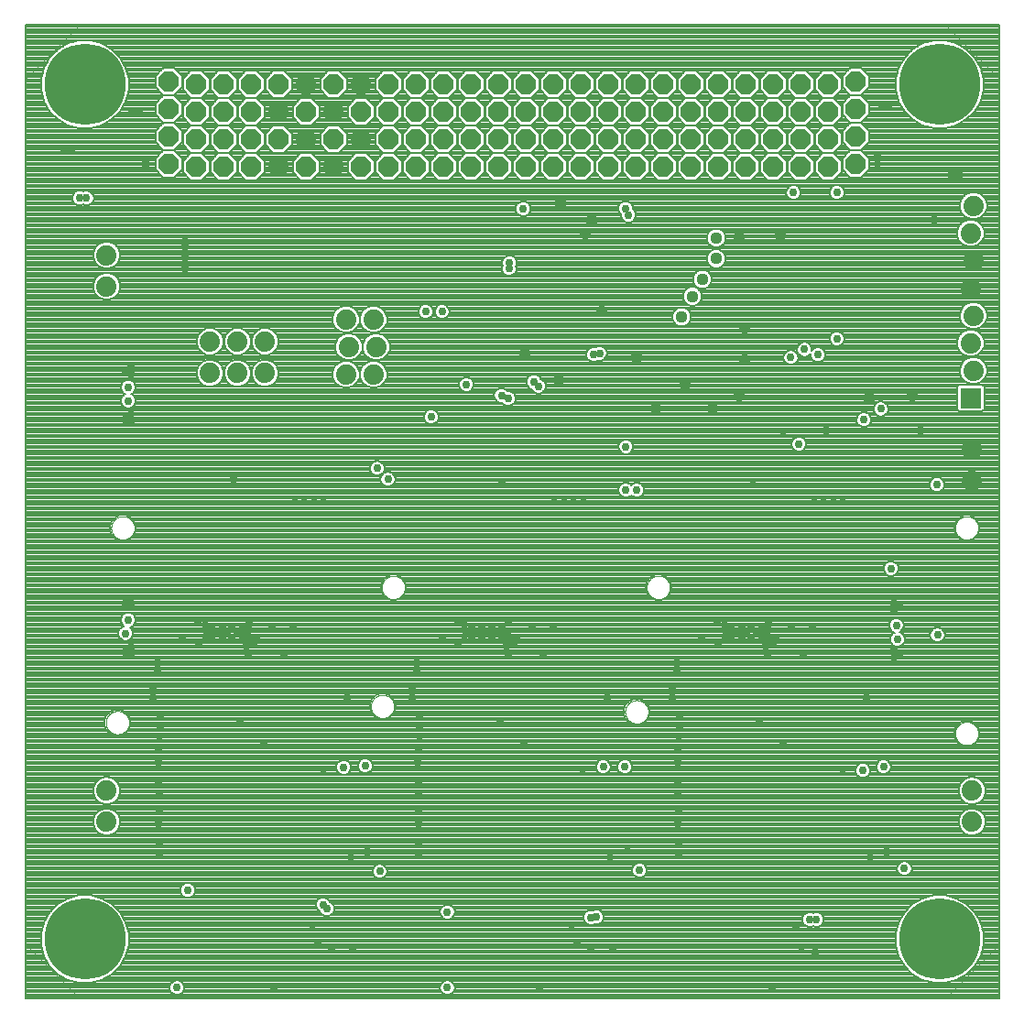
<source format=gbl>
G75*
%MOIN*%
%OFA0B0*%
%FSLAX25Y25*%
%IPPOS*%
%LPD*%
%AMOC8*
5,1,8,0,0,1.08239X$1,22.5*
%
%ADD10OC8,0.07400*%
%ADD11C,0.00000*%
%ADD12C,0.29528*%
%ADD13C,0.04400*%
%ADD14C,0.07400*%
%ADD15R,0.07400X0.07400*%
%ADD16C,0.02978*%
%ADD17C,0.00800*%
%ADD18R,0.02978X0.02978*%
D10*
X0077787Y0321425D03*
X0077787Y0331425D03*
X0077787Y0341425D03*
X0077787Y0351425D03*
X0087787Y0350425D03*
X0087787Y0340425D03*
X0097787Y0340425D03*
X0097787Y0350425D03*
X0107787Y0350425D03*
X0107787Y0340425D03*
X0117787Y0340425D03*
X0117787Y0350425D03*
X0127787Y0350425D03*
X0127787Y0340425D03*
X0137787Y0340425D03*
X0137787Y0350425D03*
X0147787Y0350425D03*
X0147787Y0340425D03*
X0147787Y0330425D03*
X0147787Y0320425D03*
X0137787Y0320425D03*
X0127787Y0320425D03*
X0127787Y0330425D03*
X0137787Y0330425D03*
X0117787Y0330425D03*
X0107787Y0330425D03*
X0107787Y0320425D03*
X0117787Y0320425D03*
X0097787Y0320425D03*
X0087787Y0320425D03*
X0087787Y0330425D03*
X0097787Y0330425D03*
X0157787Y0330425D03*
X0157787Y0320425D03*
X0167787Y0320425D03*
X0167787Y0330425D03*
X0167787Y0340425D03*
X0157787Y0340425D03*
X0157787Y0350425D03*
X0167787Y0350425D03*
X0177787Y0350425D03*
X0177787Y0340425D03*
X0187787Y0340425D03*
X0187787Y0350425D03*
X0197787Y0350425D03*
X0197787Y0340425D03*
X0207787Y0340425D03*
X0207787Y0350425D03*
X0217787Y0350425D03*
X0217787Y0340425D03*
X0227787Y0340425D03*
X0227787Y0350425D03*
X0237787Y0350425D03*
X0237787Y0340425D03*
X0247787Y0340425D03*
X0247787Y0350425D03*
X0257787Y0350425D03*
X0257787Y0340425D03*
X0257787Y0330425D03*
X0257787Y0320425D03*
X0247787Y0320425D03*
X0237787Y0320425D03*
X0237787Y0330425D03*
X0247787Y0330425D03*
X0227787Y0330425D03*
X0217787Y0330425D03*
X0217787Y0320425D03*
X0227787Y0320425D03*
X0207787Y0320425D03*
X0197787Y0320425D03*
X0197787Y0330425D03*
X0207787Y0330425D03*
X0187787Y0330425D03*
X0177787Y0330425D03*
X0177787Y0320425D03*
X0187787Y0320425D03*
X0267787Y0320425D03*
X0267787Y0330425D03*
X0277787Y0330425D03*
X0277787Y0320425D03*
X0287787Y0320425D03*
X0287787Y0330425D03*
X0297787Y0330425D03*
X0297787Y0320425D03*
X0307787Y0320425D03*
X0307787Y0330425D03*
X0317787Y0330425D03*
X0317787Y0320425D03*
X0327787Y0321425D03*
X0327787Y0331425D03*
X0327787Y0341425D03*
X0327787Y0351425D03*
X0317787Y0350425D03*
X0307787Y0350425D03*
X0307787Y0340425D03*
X0317787Y0340425D03*
X0297787Y0340425D03*
X0287787Y0340425D03*
X0287787Y0350425D03*
X0297787Y0350425D03*
X0277787Y0350425D03*
X0267787Y0350425D03*
X0267787Y0340425D03*
X0277787Y0340425D03*
D11*
X0360268Y0372079D02*
X0379953Y0352394D01*
X0379953Y0037433D01*
X0360268Y0017748D01*
X0045307Y0017748D01*
X0025622Y0037433D01*
X0025622Y0352394D01*
X0045307Y0372079D01*
X0360268Y0372079D01*
X0363910Y0189008D02*
X0363912Y0189138D01*
X0363918Y0189267D01*
X0363928Y0189397D01*
X0363942Y0189526D01*
X0363960Y0189654D01*
X0363981Y0189782D01*
X0364007Y0189909D01*
X0364037Y0190035D01*
X0364070Y0190161D01*
X0364107Y0190285D01*
X0364148Y0190408D01*
X0364193Y0190530D01*
X0364242Y0190650D01*
X0364294Y0190769D01*
X0364349Y0190886D01*
X0364409Y0191001D01*
X0364472Y0191115D01*
X0364538Y0191226D01*
X0364608Y0191336D01*
X0364681Y0191443D01*
X0364757Y0191548D01*
X0364836Y0191650D01*
X0364919Y0191750D01*
X0365004Y0191848D01*
X0365093Y0191943D01*
X0365184Y0192035D01*
X0365278Y0192124D01*
X0365375Y0192210D01*
X0365475Y0192293D01*
X0365576Y0192374D01*
X0365681Y0192451D01*
X0365787Y0192525D01*
X0365896Y0192595D01*
X0366007Y0192662D01*
X0366120Y0192726D01*
X0366235Y0192786D01*
X0366352Y0192843D01*
X0366470Y0192896D01*
X0366590Y0192945D01*
X0366712Y0192991D01*
X0366834Y0193033D01*
X0366958Y0193071D01*
X0367083Y0193105D01*
X0367209Y0193136D01*
X0367336Y0193163D01*
X0367464Y0193185D01*
X0367592Y0193204D01*
X0367721Y0193219D01*
X0367850Y0193230D01*
X0367980Y0193237D01*
X0368110Y0193240D01*
X0368239Y0193239D01*
X0368369Y0193234D01*
X0368498Y0193225D01*
X0368627Y0193212D01*
X0368756Y0193195D01*
X0368884Y0193174D01*
X0369011Y0193150D01*
X0369138Y0193121D01*
X0369263Y0193089D01*
X0369388Y0193052D01*
X0369511Y0193012D01*
X0369633Y0192969D01*
X0369754Y0192921D01*
X0369873Y0192870D01*
X0369991Y0192815D01*
X0370106Y0192756D01*
X0370220Y0192694D01*
X0370332Y0192629D01*
X0370442Y0192560D01*
X0370550Y0192488D01*
X0370656Y0192413D01*
X0370759Y0192334D01*
X0370860Y0192252D01*
X0370958Y0192167D01*
X0371053Y0192080D01*
X0371146Y0191989D01*
X0371236Y0191896D01*
X0371323Y0191799D01*
X0371407Y0191701D01*
X0371488Y0191599D01*
X0371566Y0191496D01*
X0371640Y0191389D01*
X0371712Y0191281D01*
X0371780Y0191171D01*
X0371844Y0191058D01*
X0371905Y0190944D01*
X0371963Y0190827D01*
X0372017Y0190710D01*
X0372067Y0190590D01*
X0372114Y0190469D01*
X0372157Y0190347D01*
X0372196Y0190223D01*
X0372231Y0190098D01*
X0372263Y0189972D01*
X0372290Y0189846D01*
X0372314Y0189718D01*
X0372334Y0189590D01*
X0372350Y0189461D01*
X0372362Y0189332D01*
X0372370Y0189202D01*
X0372374Y0189073D01*
X0372374Y0188943D01*
X0372370Y0188814D01*
X0372362Y0188684D01*
X0372350Y0188555D01*
X0372334Y0188426D01*
X0372314Y0188298D01*
X0372290Y0188170D01*
X0372263Y0188044D01*
X0372231Y0187918D01*
X0372196Y0187793D01*
X0372157Y0187669D01*
X0372114Y0187547D01*
X0372067Y0187426D01*
X0372017Y0187306D01*
X0371963Y0187189D01*
X0371905Y0187072D01*
X0371844Y0186958D01*
X0371780Y0186845D01*
X0371712Y0186735D01*
X0371640Y0186627D01*
X0371566Y0186520D01*
X0371488Y0186417D01*
X0371407Y0186315D01*
X0371323Y0186217D01*
X0371236Y0186120D01*
X0371146Y0186027D01*
X0371053Y0185936D01*
X0370958Y0185849D01*
X0370860Y0185764D01*
X0370759Y0185682D01*
X0370656Y0185603D01*
X0370550Y0185528D01*
X0370442Y0185456D01*
X0370332Y0185387D01*
X0370220Y0185322D01*
X0370106Y0185260D01*
X0369991Y0185201D01*
X0369873Y0185146D01*
X0369754Y0185095D01*
X0369633Y0185047D01*
X0369511Y0185004D01*
X0369388Y0184964D01*
X0369263Y0184927D01*
X0369138Y0184895D01*
X0369011Y0184866D01*
X0368884Y0184842D01*
X0368756Y0184821D01*
X0368627Y0184804D01*
X0368498Y0184791D01*
X0368369Y0184782D01*
X0368239Y0184777D01*
X0368110Y0184776D01*
X0367980Y0184779D01*
X0367850Y0184786D01*
X0367721Y0184797D01*
X0367592Y0184812D01*
X0367464Y0184831D01*
X0367336Y0184853D01*
X0367209Y0184880D01*
X0367083Y0184911D01*
X0366958Y0184945D01*
X0366834Y0184983D01*
X0366712Y0185025D01*
X0366590Y0185071D01*
X0366470Y0185120D01*
X0366352Y0185173D01*
X0366235Y0185230D01*
X0366120Y0185290D01*
X0366007Y0185354D01*
X0365896Y0185421D01*
X0365787Y0185491D01*
X0365681Y0185565D01*
X0365576Y0185642D01*
X0365475Y0185723D01*
X0365375Y0185806D01*
X0365278Y0185892D01*
X0365184Y0185981D01*
X0365093Y0186073D01*
X0365004Y0186168D01*
X0364919Y0186266D01*
X0364836Y0186366D01*
X0364757Y0186468D01*
X0364681Y0186573D01*
X0364608Y0186680D01*
X0364538Y0186790D01*
X0364472Y0186901D01*
X0364409Y0187015D01*
X0364349Y0187130D01*
X0364294Y0187247D01*
X0364242Y0187366D01*
X0364193Y0187486D01*
X0364148Y0187608D01*
X0364107Y0187731D01*
X0364070Y0187855D01*
X0364037Y0187981D01*
X0364007Y0188107D01*
X0363981Y0188234D01*
X0363960Y0188362D01*
X0363942Y0188490D01*
X0363928Y0188619D01*
X0363918Y0188749D01*
X0363912Y0188878D01*
X0363910Y0189008D01*
X0363910Y0114205D02*
X0363912Y0114335D01*
X0363918Y0114464D01*
X0363928Y0114594D01*
X0363942Y0114723D01*
X0363960Y0114851D01*
X0363981Y0114979D01*
X0364007Y0115106D01*
X0364037Y0115232D01*
X0364070Y0115358D01*
X0364107Y0115482D01*
X0364148Y0115605D01*
X0364193Y0115727D01*
X0364242Y0115847D01*
X0364294Y0115966D01*
X0364349Y0116083D01*
X0364409Y0116198D01*
X0364472Y0116312D01*
X0364538Y0116423D01*
X0364608Y0116533D01*
X0364681Y0116640D01*
X0364757Y0116745D01*
X0364836Y0116847D01*
X0364919Y0116947D01*
X0365004Y0117045D01*
X0365093Y0117140D01*
X0365184Y0117232D01*
X0365278Y0117321D01*
X0365375Y0117407D01*
X0365475Y0117490D01*
X0365576Y0117571D01*
X0365681Y0117648D01*
X0365787Y0117722D01*
X0365896Y0117792D01*
X0366007Y0117859D01*
X0366120Y0117923D01*
X0366235Y0117983D01*
X0366352Y0118040D01*
X0366470Y0118093D01*
X0366590Y0118142D01*
X0366712Y0118188D01*
X0366834Y0118230D01*
X0366958Y0118268D01*
X0367083Y0118302D01*
X0367209Y0118333D01*
X0367336Y0118360D01*
X0367464Y0118382D01*
X0367592Y0118401D01*
X0367721Y0118416D01*
X0367850Y0118427D01*
X0367980Y0118434D01*
X0368110Y0118437D01*
X0368239Y0118436D01*
X0368369Y0118431D01*
X0368498Y0118422D01*
X0368627Y0118409D01*
X0368756Y0118392D01*
X0368884Y0118371D01*
X0369011Y0118347D01*
X0369138Y0118318D01*
X0369263Y0118286D01*
X0369388Y0118249D01*
X0369511Y0118209D01*
X0369633Y0118166D01*
X0369754Y0118118D01*
X0369873Y0118067D01*
X0369991Y0118012D01*
X0370106Y0117953D01*
X0370220Y0117891D01*
X0370332Y0117826D01*
X0370442Y0117757D01*
X0370550Y0117685D01*
X0370656Y0117610D01*
X0370759Y0117531D01*
X0370860Y0117449D01*
X0370958Y0117364D01*
X0371053Y0117277D01*
X0371146Y0117186D01*
X0371236Y0117093D01*
X0371323Y0116996D01*
X0371407Y0116898D01*
X0371488Y0116796D01*
X0371566Y0116693D01*
X0371640Y0116586D01*
X0371712Y0116478D01*
X0371780Y0116368D01*
X0371844Y0116255D01*
X0371905Y0116141D01*
X0371963Y0116024D01*
X0372017Y0115907D01*
X0372067Y0115787D01*
X0372114Y0115666D01*
X0372157Y0115544D01*
X0372196Y0115420D01*
X0372231Y0115295D01*
X0372263Y0115169D01*
X0372290Y0115043D01*
X0372314Y0114915D01*
X0372334Y0114787D01*
X0372350Y0114658D01*
X0372362Y0114529D01*
X0372370Y0114399D01*
X0372374Y0114270D01*
X0372374Y0114140D01*
X0372370Y0114011D01*
X0372362Y0113881D01*
X0372350Y0113752D01*
X0372334Y0113623D01*
X0372314Y0113495D01*
X0372290Y0113367D01*
X0372263Y0113241D01*
X0372231Y0113115D01*
X0372196Y0112990D01*
X0372157Y0112866D01*
X0372114Y0112744D01*
X0372067Y0112623D01*
X0372017Y0112503D01*
X0371963Y0112386D01*
X0371905Y0112269D01*
X0371844Y0112155D01*
X0371780Y0112042D01*
X0371712Y0111932D01*
X0371640Y0111824D01*
X0371566Y0111717D01*
X0371488Y0111614D01*
X0371407Y0111512D01*
X0371323Y0111414D01*
X0371236Y0111317D01*
X0371146Y0111224D01*
X0371053Y0111133D01*
X0370958Y0111046D01*
X0370860Y0110961D01*
X0370759Y0110879D01*
X0370656Y0110800D01*
X0370550Y0110725D01*
X0370442Y0110653D01*
X0370332Y0110584D01*
X0370220Y0110519D01*
X0370106Y0110457D01*
X0369991Y0110398D01*
X0369873Y0110343D01*
X0369754Y0110292D01*
X0369633Y0110244D01*
X0369511Y0110201D01*
X0369388Y0110161D01*
X0369263Y0110124D01*
X0369138Y0110092D01*
X0369011Y0110063D01*
X0368884Y0110039D01*
X0368756Y0110018D01*
X0368627Y0110001D01*
X0368498Y0109988D01*
X0368369Y0109979D01*
X0368239Y0109974D01*
X0368110Y0109973D01*
X0367980Y0109976D01*
X0367850Y0109983D01*
X0367721Y0109994D01*
X0367592Y0110009D01*
X0367464Y0110028D01*
X0367336Y0110050D01*
X0367209Y0110077D01*
X0367083Y0110108D01*
X0366958Y0110142D01*
X0366834Y0110180D01*
X0366712Y0110222D01*
X0366590Y0110268D01*
X0366470Y0110317D01*
X0366352Y0110370D01*
X0366235Y0110427D01*
X0366120Y0110487D01*
X0366007Y0110551D01*
X0365896Y0110618D01*
X0365787Y0110688D01*
X0365681Y0110762D01*
X0365576Y0110839D01*
X0365475Y0110920D01*
X0365375Y0111003D01*
X0365278Y0111089D01*
X0365184Y0111178D01*
X0365093Y0111270D01*
X0365004Y0111365D01*
X0364919Y0111463D01*
X0364836Y0111563D01*
X0364757Y0111665D01*
X0364681Y0111770D01*
X0364608Y0111877D01*
X0364538Y0111987D01*
X0364472Y0112098D01*
X0364409Y0112212D01*
X0364349Y0112327D01*
X0364294Y0112444D01*
X0364242Y0112563D01*
X0364193Y0112683D01*
X0364148Y0112805D01*
X0364107Y0112928D01*
X0364070Y0113052D01*
X0364037Y0113178D01*
X0364007Y0113304D01*
X0363981Y0113431D01*
X0363960Y0113559D01*
X0363942Y0113687D01*
X0363928Y0113816D01*
X0363918Y0113946D01*
X0363912Y0114075D01*
X0363910Y0114205D01*
X0251705Y0167354D02*
X0251707Y0167484D01*
X0251713Y0167613D01*
X0251723Y0167743D01*
X0251737Y0167872D01*
X0251755Y0168000D01*
X0251776Y0168128D01*
X0251802Y0168255D01*
X0251832Y0168381D01*
X0251865Y0168507D01*
X0251902Y0168631D01*
X0251943Y0168754D01*
X0251988Y0168876D01*
X0252037Y0168996D01*
X0252089Y0169115D01*
X0252144Y0169232D01*
X0252204Y0169347D01*
X0252267Y0169461D01*
X0252333Y0169572D01*
X0252403Y0169682D01*
X0252476Y0169789D01*
X0252552Y0169894D01*
X0252631Y0169996D01*
X0252714Y0170096D01*
X0252799Y0170194D01*
X0252888Y0170289D01*
X0252979Y0170381D01*
X0253073Y0170470D01*
X0253170Y0170556D01*
X0253270Y0170639D01*
X0253371Y0170720D01*
X0253476Y0170797D01*
X0253582Y0170871D01*
X0253691Y0170941D01*
X0253802Y0171008D01*
X0253915Y0171072D01*
X0254030Y0171132D01*
X0254147Y0171189D01*
X0254265Y0171242D01*
X0254385Y0171291D01*
X0254507Y0171337D01*
X0254629Y0171379D01*
X0254753Y0171417D01*
X0254878Y0171451D01*
X0255004Y0171482D01*
X0255131Y0171509D01*
X0255259Y0171531D01*
X0255387Y0171550D01*
X0255516Y0171565D01*
X0255645Y0171576D01*
X0255775Y0171583D01*
X0255905Y0171586D01*
X0256034Y0171585D01*
X0256164Y0171580D01*
X0256293Y0171571D01*
X0256422Y0171558D01*
X0256551Y0171541D01*
X0256679Y0171520D01*
X0256806Y0171496D01*
X0256933Y0171467D01*
X0257058Y0171435D01*
X0257183Y0171398D01*
X0257306Y0171358D01*
X0257428Y0171315D01*
X0257549Y0171267D01*
X0257668Y0171216D01*
X0257786Y0171161D01*
X0257901Y0171102D01*
X0258015Y0171040D01*
X0258127Y0170975D01*
X0258237Y0170906D01*
X0258345Y0170834D01*
X0258451Y0170759D01*
X0258554Y0170680D01*
X0258655Y0170598D01*
X0258753Y0170513D01*
X0258848Y0170426D01*
X0258941Y0170335D01*
X0259031Y0170242D01*
X0259118Y0170145D01*
X0259202Y0170047D01*
X0259283Y0169945D01*
X0259361Y0169842D01*
X0259435Y0169735D01*
X0259507Y0169627D01*
X0259575Y0169517D01*
X0259639Y0169404D01*
X0259700Y0169290D01*
X0259758Y0169173D01*
X0259812Y0169056D01*
X0259862Y0168936D01*
X0259909Y0168815D01*
X0259952Y0168693D01*
X0259991Y0168569D01*
X0260026Y0168444D01*
X0260058Y0168318D01*
X0260085Y0168192D01*
X0260109Y0168064D01*
X0260129Y0167936D01*
X0260145Y0167807D01*
X0260157Y0167678D01*
X0260165Y0167548D01*
X0260169Y0167419D01*
X0260169Y0167289D01*
X0260165Y0167160D01*
X0260157Y0167030D01*
X0260145Y0166901D01*
X0260129Y0166772D01*
X0260109Y0166644D01*
X0260085Y0166516D01*
X0260058Y0166390D01*
X0260026Y0166264D01*
X0259991Y0166139D01*
X0259952Y0166015D01*
X0259909Y0165893D01*
X0259862Y0165772D01*
X0259812Y0165652D01*
X0259758Y0165535D01*
X0259700Y0165418D01*
X0259639Y0165304D01*
X0259575Y0165191D01*
X0259507Y0165081D01*
X0259435Y0164973D01*
X0259361Y0164866D01*
X0259283Y0164763D01*
X0259202Y0164661D01*
X0259118Y0164563D01*
X0259031Y0164466D01*
X0258941Y0164373D01*
X0258848Y0164282D01*
X0258753Y0164195D01*
X0258655Y0164110D01*
X0258554Y0164028D01*
X0258451Y0163949D01*
X0258345Y0163874D01*
X0258237Y0163802D01*
X0258127Y0163733D01*
X0258015Y0163668D01*
X0257901Y0163606D01*
X0257786Y0163547D01*
X0257668Y0163492D01*
X0257549Y0163441D01*
X0257428Y0163393D01*
X0257306Y0163350D01*
X0257183Y0163310D01*
X0257058Y0163273D01*
X0256933Y0163241D01*
X0256806Y0163212D01*
X0256679Y0163188D01*
X0256551Y0163167D01*
X0256422Y0163150D01*
X0256293Y0163137D01*
X0256164Y0163128D01*
X0256034Y0163123D01*
X0255905Y0163122D01*
X0255775Y0163125D01*
X0255645Y0163132D01*
X0255516Y0163143D01*
X0255387Y0163158D01*
X0255259Y0163177D01*
X0255131Y0163199D01*
X0255004Y0163226D01*
X0254878Y0163257D01*
X0254753Y0163291D01*
X0254629Y0163329D01*
X0254507Y0163371D01*
X0254385Y0163417D01*
X0254265Y0163466D01*
X0254147Y0163519D01*
X0254030Y0163576D01*
X0253915Y0163636D01*
X0253802Y0163700D01*
X0253691Y0163767D01*
X0253582Y0163837D01*
X0253476Y0163911D01*
X0253371Y0163988D01*
X0253270Y0164069D01*
X0253170Y0164152D01*
X0253073Y0164238D01*
X0252979Y0164327D01*
X0252888Y0164419D01*
X0252799Y0164514D01*
X0252714Y0164612D01*
X0252631Y0164712D01*
X0252552Y0164814D01*
X0252476Y0164919D01*
X0252403Y0165026D01*
X0252333Y0165136D01*
X0252267Y0165247D01*
X0252204Y0165361D01*
X0252144Y0165476D01*
X0252089Y0165593D01*
X0252037Y0165712D01*
X0251988Y0165832D01*
X0251943Y0165954D01*
X0251902Y0166077D01*
X0251865Y0166201D01*
X0251832Y0166327D01*
X0251802Y0166453D01*
X0251776Y0166580D01*
X0251755Y0166708D01*
X0251737Y0166836D01*
X0251723Y0166965D01*
X0251713Y0167095D01*
X0251707Y0167224D01*
X0251705Y0167354D01*
X0243831Y0122079D02*
X0243833Y0122209D01*
X0243839Y0122338D01*
X0243849Y0122468D01*
X0243863Y0122597D01*
X0243881Y0122725D01*
X0243902Y0122853D01*
X0243928Y0122980D01*
X0243958Y0123106D01*
X0243991Y0123232D01*
X0244028Y0123356D01*
X0244069Y0123479D01*
X0244114Y0123601D01*
X0244163Y0123721D01*
X0244215Y0123840D01*
X0244270Y0123957D01*
X0244330Y0124072D01*
X0244393Y0124186D01*
X0244459Y0124297D01*
X0244529Y0124407D01*
X0244602Y0124514D01*
X0244678Y0124619D01*
X0244757Y0124721D01*
X0244840Y0124821D01*
X0244925Y0124919D01*
X0245014Y0125014D01*
X0245105Y0125106D01*
X0245199Y0125195D01*
X0245296Y0125281D01*
X0245396Y0125364D01*
X0245497Y0125445D01*
X0245602Y0125522D01*
X0245708Y0125596D01*
X0245817Y0125666D01*
X0245928Y0125733D01*
X0246041Y0125797D01*
X0246156Y0125857D01*
X0246273Y0125914D01*
X0246391Y0125967D01*
X0246511Y0126016D01*
X0246633Y0126062D01*
X0246755Y0126104D01*
X0246879Y0126142D01*
X0247004Y0126176D01*
X0247130Y0126207D01*
X0247257Y0126234D01*
X0247385Y0126256D01*
X0247513Y0126275D01*
X0247642Y0126290D01*
X0247771Y0126301D01*
X0247901Y0126308D01*
X0248031Y0126311D01*
X0248160Y0126310D01*
X0248290Y0126305D01*
X0248419Y0126296D01*
X0248548Y0126283D01*
X0248677Y0126266D01*
X0248805Y0126245D01*
X0248932Y0126221D01*
X0249059Y0126192D01*
X0249184Y0126160D01*
X0249309Y0126123D01*
X0249432Y0126083D01*
X0249554Y0126040D01*
X0249675Y0125992D01*
X0249794Y0125941D01*
X0249912Y0125886D01*
X0250027Y0125827D01*
X0250141Y0125765D01*
X0250253Y0125700D01*
X0250363Y0125631D01*
X0250471Y0125559D01*
X0250577Y0125484D01*
X0250680Y0125405D01*
X0250781Y0125323D01*
X0250879Y0125238D01*
X0250974Y0125151D01*
X0251067Y0125060D01*
X0251157Y0124967D01*
X0251244Y0124870D01*
X0251328Y0124772D01*
X0251409Y0124670D01*
X0251487Y0124567D01*
X0251561Y0124460D01*
X0251633Y0124352D01*
X0251701Y0124242D01*
X0251765Y0124129D01*
X0251826Y0124015D01*
X0251884Y0123898D01*
X0251938Y0123781D01*
X0251988Y0123661D01*
X0252035Y0123540D01*
X0252078Y0123418D01*
X0252117Y0123294D01*
X0252152Y0123169D01*
X0252184Y0123043D01*
X0252211Y0122917D01*
X0252235Y0122789D01*
X0252255Y0122661D01*
X0252271Y0122532D01*
X0252283Y0122403D01*
X0252291Y0122273D01*
X0252295Y0122144D01*
X0252295Y0122014D01*
X0252291Y0121885D01*
X0252283Y0121755D01*
X0252271Y0121626D01*
X0252255Y0121497D01*
X0252235Y0121369D01*
X0252211Y0121241D01*
X0252184Y0121115D01*
X0252152Y0120989D01*
X0252117Y0120864D01*
X0252078Y0120740D01*
X0252035Y0120618D01*
X0251988Y0120497D01*
X0251938Y0120377D01*
X0251884Y0120260D01*
X0251826Y0120143D01*
X0251765Y0120029D01*
X0251701Y0119916D01*
X0251633Y0119806D01*
X0251561Y0119698D01*
X0251487Y0119591D01*
X0251409Y0119488D01*
X0251328Y0119386D01*
X0251244Y0119288D01*
X0251157Y0119191D01*
X0251067Y0119098D01*
X0250974Y0119007D01*
X0250879Y0118920D01*
X0250781Y0118835D01*
X0250680Y0118753D01*
X0250577Y0118674D01*
X0250471Y0118599D01*
X0250363Y0118527D01*
X0250253Y0118458D01*
X0250141Y0118393D01*
X0250027Y0118331D01*
X0249912Y0118272D01*
X0249794Y0118217D01*
X0249675Y0118166D01*
X0249554Y0118118D01*
X0249432Y0118075D01*
X0249309Y0118035D01*
X0249184Y0117998D01*
X0249059Y0117966D01*
X0248932Y0117937D01*
X0248805Y0117913D01*
X0248677Y0117892D01*
X0248548Y0117875D01*
X0248419Y0117862D01*
X0248290Y0117853D01*
X0248160Y0117848D01*
X0248031Y0117847D01*
X0247901Y0117850D01*
X0247771Y0117857D01*
X0247642Y0117868D01*
X0247513Y0117883D01*
X0247385Y0117902D01*
X0247257Y0117924D01*
X0247130Y0117951D01*
X0247004Y0117982D01*
X0246879Y0118016D01*
X0246755Y0118054D01*
X0246633Y0118096D01*
X0246511Y0118142D01*
X0246391Y0118191D01*
X0246273Y0118244D01*
X0246156Y0118301D01*
X0246041Y0118361D01*
X0245928Y0118425D01*
X0245817Y0118492D01*
X0245708Y0118562D01*
X0245602Y0118636D01*
X0245497Y0118713D01*
X0245396Y0118794D01*
X0245296Y0118877D01*
X0245199Y0118963D01*
X0245105Y0119052D01*
X0245014Y0119144D01*
X0244925Y0119239D01*
X0244840Y0119337D01*
X0244757Y0119437D01*
X0244678Y0119539D01*
X0244602Y0119644D01*
X0244529Y0119751D01*
X0244459Y0119861D01*
X0244393Y0119972D01*
X0244330Y0120086D01*
X0244270Y0120201D01*
X0244215Y0120318D01*
X0244163Y0120437D01*
X0244114Y0120557D01*
X0244069Y0120679D01*
X0244028Y0120802D01*
X0243991Y0120926D01*
X0243958Y0121052D01*
X0243928Y0121178D01*
X0243902Y0121305D01*
X0243881Y0121433D01*
X0243863Y0121561D01*
X0243849Y0121690D01*
X0243839Y0121820D01*
X0243833Y0121949D01*
X0243831Y0122079D01*
X0155248Y0167354D02*
X0155250Y0167484D01*
X0155256Y0167613D01*
X0155266Y0167743D01*
X0155280Y0167872D01*
X0155298Y0168000D01*
X0155319Y0168128D01*
X0155345Y0168255D01*
X0155375Y0168381D01*
X0155408Y0168507D01*
X0155445Y0168631D01*
X0155486Y0168754D01*
X0155531Y0168876D01*
X0155580Y0168996D01*
X0155632Y0169115D01*
X0155687Y0169232D01*
X0155747Y0169347D01*
X0155810Y0169461D01*
X0155876Y0169572D01*
X0155946Y0169682D01*
X0156019Y0169789D01*
X0156095Y0169894D01*
X0156174Y0169996D01*
X0156257Y0170096D01*
X0156342Y0170194D01*
X0156431Y0170289D01*
X0156522Y0170381D01*
X0156616Y0170470D01*
X0156713Y0170556D01*
X0156813Y0170639D01*
X0156914Y0170720D01*
X0157019Y0170797D01*
X0157125Y0170871D01*
X0157234Y0170941D01*
X0157345Y0171008D01*
X0157458Y0171072D01*
X0157573Y0171132D01*
X0157690Y0171189D01*
X0157808Y0171242D01*
X0157928Y0171291D01*
X0158050Y0171337D01*
X0158172Y0171379D01*
X0158296Y0171417D01*
X0158421Y0171451D01*
X0158547Y0171482D01*
X0158674Y0171509D01*
X0158802Y0171531D01*
X0158930Y0171550D01*
X0159059Y0171565D01*
X0159188Y0171576D01*
X0159318Y0171583D01*
X0159448Y0171586D01*
X0159577Y0171585D01*
X0159707Y0171580D01*
X0159836Y0171571D01*
X0159965Y0171558D01*
X0160094Y0171541D01*
X0160222Y0171520D01*
X0160349Y0171496D01*
X0160476Y0171467D01*
X0160601Y0171435D01*
X0160726Y0171398D01*
X0160849Y0171358D01*
X0160971Y0171315D01*
X0161092Y0171267D01*
X0161211Y0171216D01*
X0161329Y0171161D01*
X0161444Y0171102D01*
X0161558Y0171040D01*
X0161670Y0170975D01*
X0161780Y0170906D01*
X0161888Y0170834D01*
X0161994Y0170759D01*
X0162097Y0170680D01*
X0162198Y0170598D01*
X0162296Y0170513D01*
X0162391Y0170426D01*
X0162484Y0170335D01*
X0162574Y0170242D01*
X0162661Y0170145D01*
X0162745Y0170047D01*
X0162826Y0169945D01*
X0162904Y0169842D01*
X0162978Y0169735D01*
X0163050Y0169627D01*
X0163118Y0169517D01*
X0163182Y0169404D01*
X0163243Y0169290D01*
X0163301Y0169173D01*
X0163355Y0169056D01*
X0163405Y0168936D01*
X0163452Y0168815D01*
X0163495Y0168693D01*
X0163534Y0168569D01*
X0163569Y0168444D01*
X0163601Y0168318D01*
X0163628Y0168192D01*
X0163652Y0168064D01*
X0163672Y0167936D01*
X0163688Y0167807D01*
X0163700Y0167678D01*
X0163708Y0167548D01*
X0163712Y0167419D01*
X0163712Y0167289D01*
X0163708Y0167160D01*
X0163700Y0167030D01*
X0163688Y0166901D01*
X0163672Y0166772D01*
X0163652Y0166644D01*
X0163628Y0166516D01*
X0163601Y0166390D01*
X0163569Y0166264D01*
X0163534Y0166139D01*
X0163495Y0166015D01*
X0163452Y0165893D01*
X0163405Y0165772D01*
X0163355Y0165652D01*
X0163301Y0165535D01*
X0163243Y0165418D01*
X0163182Y0165304D01*
X0163118Y0165191D01*
X0163050Y0165081D01*
X0162978Y0164973D01*
X0162904Y0164866D01*
X0162826Y0164763D01*
X0162745Y0164661D01*
X0162661Y0164563D01*
X0162574Y0164466D01*
X0162484Y0164373D01*
X0162391Y0164282D01*
X0162296Y0164195D01*
X0162198Y0164110D01*
X0162097Y0164028D01*
X0161994Y0163949D01*
X0161888Y0163874D01*
X0161780Y0163802D01*
X0161670Y0163733D01*
X0161558Y0163668D01*
X0161444Y0163606D01*
X0161329Y0163547D01*
X0161211Y0163492D01*
X0161092Y0163441D01*
X0160971Y0163393D01*
X0160849Y0163350D01*
X0160726Y0163310D01*
X0160601Y0163273D01*
X0160476Y0163241D01*
X0160349Y0163212D01*
X0160222Y0163188D01*
X0160094Y0163167D01*
X0159965Y0163150D01*
X0159836Y0163137D01*
X0159707Y0163128D01*
X0159577Y0163123D01*
X0159448Y0163122D01*
X0159318Y0163125D01*
X0159188Y0163132D01*
X0159059Y0163143D01*
X0158930Y0163158D01*
X0158802Y0163177D01*
X0158674Y0163199D01*
X0158547Y0163226D01*
X0158421Y0163257D01*
X0158296Y0163291D01*
X0158172Y0163329D01*
X0158050Y0163371D01*
X0157928Y0163417D01*
X0157808Y0163466D01*
X0157690Y0163519D01*
X0157573Y0163576D01*
X0157458Y0163636D01*
X0157345Y0163700D01*
X0157234Y0163767D01*
X0157125Y0163837D01*
X0157019Y0163911D01*
X0156914Y0163988D01*
X0156813Y0164069D01*
X0156713Y0164152D01*
X0156616Y0164238D01*
X0156522Y0164327D01*
X0156431Y0164419D01*
X0156342Y0164514D01*
X0156257Y0164612D01*
X0156174Y0164712D01*
X0156095Y0164814D01*
X0156019Y0164919D01*
X0155946Y0165026D01*
X0155876Y0165136D01*
X0155810Y0165247D01*
X0155747Y0165361D01*
X0155687Y0165476D01*
X0155632Y0165593D01*
X0155580Y0165712D01*
X0155531Y0165832D01*
X0155486Y0165954D01*
X0155445Y0166077D01*
X0155408Y0166201D01*
X0155375Y0166327D01*
X0155345Y0166453D01*
X0155319Y0166580D01*
X0155298Y0166708D01*
X0155280Y0166836D01*
X0155266Y0166965D01*
X0155256Y0167095D01*
X0155250Y0167224D01*
X0155248Y0167354D01*
X0151311Y0124047D02*
X0151313Y0124177D01*
X0151319Y0124306D01*
X0151329Y0124436D01*
X0151343Y0124565D01*
X0151361Y0124693D01*
X0151382Y0124821D01*
X0151408Y0124948D01*
X0151438Y0125074D01*
X0151471Y0125200D01*
X0151508Y0125324D01*
X0151549Y0125447D01*
X0151594Y0125569D01*
X0151643Y0125689D01*
X0151695Y0125808D01*
X0151750Y0125925D01*
X0151810Y0126040D01*
X0151873Y0126154D01*
X0151939Y0126265D01*
X0152009Y0126375D01*
X0152082Y0126482D01*
X0152158Y0126587D01*
X0152237Y0126689D01*
X0152320Y0126789D01*
X0152405Y0126887D01*
X0152494Y0126982D01*
X0152585Y0127074D01*
X0152679Y0127163D01*
X0152776Y0127249D01*
X0152876Y0127332D01*
X0152977Y0127413D01*
X0153082Y0127490D01*
X0153188Y0127564D01*
X0153297Y0127634D01*
X0153408Y0127701D01*
X0153521Y0127765D01*
X0153636Y0127825D01*
X0153753Y0127882D01*
X0153871Y0127935D01*
X0153991Y0127984D01*
X0154113Y0128030D01*
X0154235Y0128072D01*
X0154359Y0128110D01*
X0154484Y0128144D01*
X0154610Y0128175D01*
X0154737Y0128202D01*
X0154865Y0128224D01*
X0154993Y0128243D01*
X0155122Y0128258D01*
X0155251Y0128269D01*
X0155381Y0128276D01*
X0155511Y0128279D01*
X0155640Y0128278D01*
X0155770Y0128273D01*
X0155899Y0128264D01*
X0156028Y0128251D01*
X0156157Y0128234D01*
X0156285Y0128213D01*
X0156412Y0128189D01*
X0156539Y0128160D01*
X0156664Y0128128D01*
X0156789Y0128091D01*
X0156912Y0128051D01*
X0157034Y0128008D01*
X0157155Y0127960D01*
X0157274Y0127909D01*
X0157392Y0127854D01*
X0157507Y0127795D01*
X0157621Y0127733D01*
X0157733Y0127668D01*
X0157843Y0127599D01*
X0157951Y0127527D01*
X0158057Y0127452D01*
X0158160Y0127373D01*
X0158261Y0127291D01*
X0158359Y0127206D01*
X0158454Y0127119D01*
X0158547Y0127028D01*
X0158637Y0126935D01*
X0158724Y0126838D01*
X0158808Y0126740D01*
X0158889Y0126638D01*
X0158967Y0126535D01*
X0159041Y0126428D01*
X0159113Y0126320D01*
X0159181Y0126210D01*
X0159245Y0126097D01*
X0159306Y0125983D01*
X0159364Y0125866D01*
X0159418Y0125749D01*
X0159468Y0125629D01*
X0159515Y0125508D01*
X0159558Y0125386D01*
X0159597Y0125262D01*
X0159632Y0125137D01*
X0159664Y0125011D01*
X0159691Y0124885D01*
X0159715Y0124757D01*
X0159735Y0124629D01*
X0159751Y0124500D01*
X0159763Y0124371D01*
X0159771Y0124241D01*
X0159775Y0124112D01*
X0159775Y0123982D01*
X0159771Y0123853D01*
X0159763Y0123723D01*
X0159751Y0123594D01*
X0159735Y0123465D01*
X0159715Y0123337D01*
X0159691Y0123209D01*
X0159664Y0123083D01*
X0159632Y0122957D01*
X0159597Y0122832D01*
X0159558Y0122708D01*
X0159515Y0122586D01*
X0159468Y0122465D01*
X0159418Y0122345D01*
X0159364Y0122228D01*
X0159306Y0122111D01*
X0159245Y0121997D01*
X0159181Y0121884D01*
X0159113Y0121774D01*
X0159041Y0121666D01*
X0158967Y0121559D01*
X0158889Y0121456D01*
X0158808Y0121354D01*
X0158724Y0121256D01*
X0158637Y0121159D01*
X0158547Y0121066D01*
X0158454Y0120975D01*
X0158359Y0120888D01*
X0158261Y0120803D01*
X0158160Y0120721D01*
X0158057Y0120642D01*
X0157951Y0120567D01*
X0157843Y0120495D01*
X0157733Y0120426D01*
X0157621Y0120361D01*
X0157507Y0120299D01*
X0157392Y0120240D01*
X0157274Y0120185D01*
X0157155Y0120134D01*
X0157034Y0120086D01*
X0156912Y0120043D01*
X0156789Y0120003D01*
X0156664Y0119966D01*
X0156539Y0119934D01*
X0156412Y0119905D01*
X0156285Y0119881D01*
X0156157Y0119860D01*
X0156028Y0119843D01*
X0155899Y0119830D01*
X0155770Y0119821D01*
X0155640Y0119816D01*
X0155511Y0119815D01*
X0155381Y0119818D01*
X0155251Y0119825D01*
X0155122Y0119836D01*
X0154993Y0119851D01*
X0154865Y0119870D01*
X0154737Y0119892D01*
X0154610Y0119919D01*
X0154484Y0119950D01*
X0154359Y0119984D01*
X0154235Y0120022D01*
X0154113Y0120064D01*
X0153991Y0120110D01*
X0153871Y0120159D01*
X0153753Y0120212D01*
X0153636Y0120269D01*
X0153521Y0120329D01*
X0153408Y0120393D01*
X0153297Y0120460D01*
X0153188Y0120530D01*
X0153082Y0120604D01*
X0152977Y0120681D01*
X0152876Y0120762D01*
X0152776Y0120845D01*
X0152679Y0120931D01*
X0152585Y0121020D01*
X0152494Y0121112D01*
X0152405Y0121207D01*
X0152320Y0121305D01*
X0152237Y0121405D01*
X0152158Y0121507D01*
X0152082Y0121612D01*
X0152009Y0121719D01*
X0151939Y0121829D01*
X0151873Y0121940D01*
X0151810Y0122054D01*
X0151750Y0122169D01*
X0151695Y0122286D01*
X0151643Y0122405D01*
X0151594Y0122525D01*
X0151549Y0122647D01*
X0151508Y0122770D01*
X0151471Y0122894D01*
X0151438Y0123020D01*
X0151408Y0123146D01*
X0151382Y0123273D01*
X0151361Y0123401D01*
X0151343Y0123529D01*
X0151329Y0123658D01*
X0151319Y0123788D01*
X0151313Y0123917D01*
X0151311Y0124047D01*
X0054855Y0118142D02*
X0054857Y0118272D01*
X0054863Y0118401D01*
X0054873Y0118531D01*
X0054887Y0118660D01*
X0054905Y0118788D01*
X0054926Y0118916D01*
X0054952Y0119043D01*
X0054982Y0119169D01*
X0055015Y0119295D01*
X0055052Y0119419D01*
X0055093Y0119542D01*
X0055138Y0119664D01*
X0055187Y0119784D01*
X0055239Y0119903D01*
X0055294Y0120020D01*
X0055354Y0120135D01*
X0055417Y0120249D01*
X0055483Y0120360D01*
X0055553Y0120470D01*
X0055626Y0120577D01*
X0055702Y0120682D01*
X0055781Y0120784D01*
X0055864Y0120884D01*
X0055949Y0120982D01*
X0056038Y0121077D01*
X0056129Y0121169D01*
X0056223Y0121258D01*
X0056320Y0121344D01*
X0056420Y0121427D01*
X0056521Y0121508D01*
X0056626Y0121585D01*
X0056732Y0121659D01*
X0056841Y0121729D01*
X0056952Y0121796D01*
X0057065Y0121860D01*
X0057180Y0121920D01*
X0057297Y0121977D01*
X0057415Y0122030D01*
X0057535Y0122079D01*
X0057657Y0122125D01*
X0057779Y0122167D01*
X0057903Y0122205D01*
X0058028Y0122239D01*
X0058154Y0122270D01*
X0058281Y0122297D01*
X0058409Y0122319D01*
X0058537Y0122338D01*
X0058666Y0122353D01*
X0058795Y0122364D01*
X0058925Y0122371D01*
X0059055Y0122374D01*
X0059184Y0122373D01*
X0059314Y0122368D01*
X0059443Y0122359D01*
X0059572Y0122346D01*
X0059701Y0122329D01*
X0059829Y0122308D01*
X0059956Y0122284D01*
X0060083Y0122255D01*
X0060208Y0122223D01*
X0060333Y0122186D01*
X0060456Y0122146D01*
X0060578Y0122103D01*
X0060699Y0122055D01*
X0060818Y0122004D01*
X0060936Y0121949D01*
X0061051Y0121890D01*
X0061165Y0121828D01*
X0061277Y0121763D01*
X0061387Y0121694D01*
X0061495Y0121622D01*
X0061601Y0121547D01*
X0061704Y0121468D01*
X0061805Y0121386D01*
X0061903Y0121301D01*
X0061998Y0121214D01*
X0062091Y0121123D01*
X0062181Y0121030D01*
X0062268Y0120933D01*
X0062352Y0120835D01*
X0062433Y0120733D01*
X0062511Y0120630D01*
X0062585Y0120523D01*
X0062657Y0120415D01*
X0062725Y0120305D01*
X0062789Y0120192D01*
X0062850Y0120078D01*
X0062908Y0119961D01*
X0062962Y0119844D01*
X0063012Y0119724D01*
X0063059Y0119603D01*
X0063102Y0119481D01*
X0063141Y0119357D01*
X0063176Y0119232D01*
X0063208Y0119106D01*
X0063235Y0118980D01*
X0063259Y0118852D01*
X0063279Y0118724D01*
X0063295Y0118595D01*
X0063307Y0118466D01*
X0063315Y0118336D01*
X0063319Y0118207D01*
X0063319Y0118077D01*
X0063315Y0117948D01*
X0063307Y0117818D01*
X0063295Y0117689D01*
X0063279Y0117560D01*
X0063259Y0117432D01*
X0063235Y0117304D01*
X0063208Y0117178D01*
X0063176Y0117052D01*
X0063141Y0116927D01*
X0063102Y0116803D01*
X0063059Y0116681D01*
X0063012Y0116560D01*
X0062962Y0116440D01*
X0062908Y0116323D01*
X0062850Y0116206D01*
X0062789Y0116092D01*
X0062725Y0115979D01*
X0062657Y0115869D01*
X0062585Y0115761D01*
X0062511Y0115654D01*
X0062433Y0115551D01*
X0062352Y0115449D01*
X0062268Y0115351D01*
X0062181Y0115254D01*
X0062091Y0115161D01*
X0061998Y0115070D01*
X0061903Y0114983D01*
X0061805Y0114898D01*
X0061704Y0114816D01*
X0061601Y0114737D01*
X0061495Y0114662D01*
X0061387Y0114590D01*
X0061277Y0114521D01*
X0061165Y0114456D01*
X0061051Y0114394D01*
X0060936Y0114335D01*
X0060818Y0114280D01*
X0060699Y0114229D01*
X0060578Y0114181D01*
X0060456Y0114138D01*
X0060333Y0114098D01*
X0060208Y0114061D01*
X0060083Y0114029D01*
X0059956Y0114000D01*
X0059829Y0113976D01*
X0059701Y0113955D01*
X0059572Y0113938D01*
X0059443Y0113925D01*
X0059314Y0113916D01*
X0059184Y0113911D01*
X0059055Y0113910D01*
X0058925Y0113913D01*
X0058795Y0113920D01*
X0058666Y0113931D01*
X0058537Y0113946D01*
X0058409Y0113965D01*
X0058281Y0113987D01*
X0058154Y0114014D01*
X0058028Y0114045D01*
X0057903Y0114079D01*
X0057779Y0114117D01*
X0057657Y0114159D01*
X0057535Y0114205D01*
X0057415Y0114254D01*
X0057297Y0114307D01*
X0057180Y0114364D01*
X0057065Y0114424D01*
X0056952Y0114488D01*
X0056841Y0114555D01*
X0056732Y0114625D01*
X0056626Y0114699D01*
X0056521Y0114776D01*
X0056420Y0114857D01*
X0056320Y0114940D01*
X0056223Y0115026D01*
X0056129Y0115115D01*
X0056038Y0115207D01*
X0055949Y0115302D01*
X0055864Y0115400D01*
X0055781Y0115500D01*
X0055702Y0115602D01*
X0055626Y0115707D01*
X0055553Y0115814D01*
X0055483Y0115924D01*
X0055417Y0116035D01*
X0055354Y0116149D01*
X0055294Y0116264D01*
X0055239Y0116381D01*
X0055187Y0116500D01*
X0055138Y0116620D01*
X0055093Y0116742D01*
X0055052Y0116865D01*
X0055015Y0116989D01*
X0054982Y0117115D01*
X0054952Y0117241D01*
X0054926Y0117368D01*
X0054905Y0117496D01*
X0054887Y0117624D01*
X0054873Y0117753D01*
X0054863Y0117883D01*
X0054857Y0118012D01*
X0054855Y0118142D01*
X0056823Y0189008D02*
X0056825Y0189138D01*
X0056831Y0189267D01*
X0056841Y0189397D01*
X0056855Y0189526D01*
X0056873Y0189654D01*
X0056894Y0189782D01*
X0056920Y0189909D01*
X0056950Y0190035D01*
X0056983Y0190161D01*
X0057020Y0190285D01*
X0057061Y0190408D01*
X0057106Y0190530D01*
X0057155Y0190650D01*
X0057207Y0190769D01*
X0057262Y0190886D01*
X0057322Y0191001D01*
X0057385Y0191115D01*
X0057451Y0191226D01*
X0057521Y0191336D01*
X0057594Y0191443D01*
X0057670Y0191548D01*
X0057749Y0191650D01*
X0057832Y0191750D01*
X0057917Y0191848D01*
X0058006Y0191943D01*
X0058097Y0192035D01*
X0058191Y0192124D01*
X0058288Y0192210D01*
X0058388Y0192293D01*
X0058489Y0192374D01*
X0058594Y0192451D01*
X0058700Y0192525D01*
X0058809Y0192595D01*
X0058920Y0192662D01*
X0059033Y0192726D01*
X0059148Y0192786D01*
X0059265Y0192843D01*
X0059383Y0192896D01*
X0059503Y0192945D01*
X0059625Y0192991D01*
X0059747Y0193033D01*
X0059871Y0193071D01*
X0059996Y0193105D01*
X0060122Y0193136D01*
X0060249Y0193163D01*
X0060377Y0193185D01*
X0060505Y0193204D01*
X0060634Y0193219D01*
X0060763Y0193230D01*
X0060893Y0193237D01*
X0061023Y0193240D01*
X0061152Y0193239D01*
X0061282Y0193234D01*
X0061411Y0193225D01*
X0061540Y0193212D01*
X0061669Y0193195D01*
X0061797Y0193174D01*
X0061924Y0193150D01*
X0062051Y0193121D01*
X0062176Y0193089D01*
X0062301Y0193052D01*
X0062424Y0193012D01*
X0062546Y0192969D01*
X0062667Y0192921D01*
X0062786Y0192870D01*
X0062904Y0192815D01*
X0063019Y0192756D01*
X0063133Y0192694D01*
X0063245Y0192629D01*
X0063355Y0192560D01*
X0063463Y0192488D01*
X0063569Y0192413D01*
X0063672Y0192334D01*
X0063773Y0192252D01*
X0063871Y0192167D01*
X0063966Y0192080D01*
X0064059Y0191989D01*
X0064149Y0191896D01*
X0064236Y0191799D01*
X0064320Y0191701D01*
X0064401Y0191599D01*
X0064479Y0191496D01*
X0064553Y0191389D01*
X0064625Y0191281D01*
X0064693Y0191171D01*
X0064757Y0191058D01*
X0064818Y0190944D01*
X0064876Y0190827D01*
X0064930Y0190710D01*
X0064980Y0190590D01*
X0065027Y0190469D01*
X0065070Y0190347D01*
X0065109Y0190223D01*
X0065144Y0190098D01*
X0065176Y0189972D01*
X0065203Y0189846D01*
X0065227Y0189718D01*
X0065247Y0189590D01*
X0065263Y0189461D01*
X0065275Y0189332D01*
X0065283Y0189202D01*
X0065287Y0189073D01*
X0065287Y0188943D01*
X0065283Y0188814D01*
X0065275Y0188684D01*
X0065263Y0188555D01*
X0065247Y0188426D01*
X0065227Y0188298D01*
X0065203Y0188170D01*
X0065176Y0188044D01*
X0065144Y0187918D01*
X0065109Y0187793D01*
X0065070Y0187669D01*
X0065027Y0187547D01*
X0064980Y0187426D01*
X0064930Y0187306D01*
X0064876Y0187189D01*
X0064818Y0187072D01*
X0064757Y0186958D01*
X0064693Y0186845D01*
X0064625Y0186735D01*
X0064553Y0186627D01*
X0064479Y0186520D01*
X0064401Y0186417D01*
X0064320Y0186315D01*
X0064236Y0186217D01*
X0064149Y0186120D01*
X0064059Y0186027D01*
X0063966Y0185936D01*
X0063871Y0185849D01*
X0063773Y0185764D01*
X0063672Y0185682D01*
X0063569Y0185603D01*
X0063463Y0185528D01*
X0063355Y0185456D01*
X0063245Y0185387D01*
X0063133Y0185322D01*
X0063019Y0185260D01*
X0062904Y0185201D01*
X0062786Y0185146D01*
X0062667Y0185095D01*
X0062546Y0185047D01*
X0062424Y0185004D01*
X0062301Y0184964D01*
X0062176Y0184927D01*
X0062051Y0184895D01*
X0061924Y0184866D01*
X0061797Y0184842D01*
X0061669Y0184821D01*
X0061540Y0184804D01*
X0061411Y0184791D01*
X0061282Y0184782D01*
X0061152Y0184777D01*
X0061023Y0184776D01*
X0060893Y0184779D01*
X0060763Y0184786D01*
X0060634Y0184797D01*
X0060505Y0184812D01*
X0060377Y0184831D01*
X0060249Y0184853D01*
X0060122Y0184880D01*
X0059996Y0184911D01*
X0059871Y0184945D01*
X0059747Y0184983D01*
X0059625Y0185025D01*
X0059503Y0185071D01*
X0059383Y0185120D01*
X0059265Y0185173D01*
X0059148Y0185230D01*
X0059033Y0185290D01*
X0058920Y0185354D01*
X0058809Y0185421D01*
X0058700Y0185491D01*
X0058594Y0185565D01*
X0058489Y0185642D01*
X0058388Y0185723D01*
X0058288Y0185806D01*
X0058191Y0185892D01*
X0058097Y0185981D01*
X0058006Y0186073D01*
X0057917Y0186168D01*
X0057832Y0186266D01*
X0057749Y0186366D01*
X0057670Y0186468D01*
X0057594Y0186573D01*
X0057521Y0186680D01*
X0057451Y0186790D01*
X0057385Y0186901D01*
X0057322Y0187015D01*
X0057262Y0187130D01*
X0057207Y0187247D01*
X0057155Y0187366D01*
X0057106Y0187486D01*
X0057061Y0187608D01*
X0057020Y0187731D01*
X0056983Y0187855D01*
X0056950Y0187981D01*
X0056920Y0188107D01*
X0056894Y0188234D01*
X0056873Y0188362D01*
X0056855Y0188490D01*
X0056841Y0188619D01*
X0056831Y0188749D01*
X0056825Y0188878D01*
X0056823Y0189008D01*
D12*
X0047276Y0039402D03*
X0358299Y0039402D03*
X0358299Y0350425D03*
X0047276Y0350425D03*
D13*
X0207217Y0252492D03*
X0219520Y0242650D03*
X0235268Y0267748D03*
X0248063Y0251016D03*
X0254953Y0232315D03*
X0265780Y0241173D03*
X0275622Y0232315D03*
X0285465Y0237236D03*
X0287433Y0250031D03*
X0287433Y0261843D03*
X0268324Y0273261D03*
X0271946Y0279509D03*
X0276961Y0287030D03*
X0276961Y0294530D03*
X0285465Y0294323D03*
X0300228Y0295307D03*
X0264411Y0265780D03*
X0229362Y0296291D03*
X0231823Y0300720D03*
X0220504Y0307118D03*
X0332709Y0236252D03*
X0348457Y0237236D03*
D14*
X0369610Y0256252D03*
X0370610Y0266252D03*
X0369610Y0276252D03*
X0370610Y0286252D03*
X0369610Y0296252D03*
X0370610Y0306252D03*
X0370610Y0246252D03*
X0370110Y0217424D03*
X0370110Y0206024D03*
X0370110Y0093409D03*
X0370110Y0082009D03*
X0152287Y0244913D03*
X0142287Y0244913D03*
X0143287Y0254913D03*
X0153287Y0254913D03*
X0152287Y0264913D03*
X0142287Y0264913D03*
X0112787Y0256794D03*
X0102787Y0256794D03*
X0092787Y0256794D03*
X0092787Y0245394D03*
X0102787Y0245394D03*
X0112787Y0245394D03*
X0055150Y0276891D03*
X0055150Y0288291D03*
X0055150Y0093409D03*
X0055150Y0082009D03*
D15*
X0369610Y0236252D03*
D16*
X0351213Y0224441D03*
X0336909Y0232315D03*
X0330740Y0228378D03*
X0316961Y0224441D03*
X0307118Y0219520D03*
X0301213Y0224047D03*
X0290386Y0204756D03*
X0312559Y0198465D03*
X0316059Y0198465D03*
X0319559Y0198465D03*
X0323059Y0198465D03*
X0340583Y0174244D03*
X0341567Y0161449D03*
X0343535Y0160465D03*
X0341567Y0158496D03*
X0342551Y0153575D03*
X0342945Y0148494D03*
X0341567Y0144717D03*
X0343535Y0142748D03*
X0341567Y0141764D03*
X0331724Y0127000D03*
X0337866Y0102059D03*
X0330366Y0100720D03*
X0322866Y0101177D03*
X0301409Y0110594D03*
X0292748Y0118339D03*
X0308555Y0142654D03*
X0312098Y0152575D03*
X0304421Y0152575D03*
X0298831Y0148874D03*
X0296114Y0148520D03*
X0295169Y0146197D03*
X0297728Y0146315D03*
X0295799Y0143008D03*
X0293634Y0149307D03*
X0295445Y0151118D03*
X0293634Y0152929D03*
X0295917Y0154228D03*
X0291665Y0151039D03*
X0289815Y0149268D03*
X0288004Y0151079D03*
X0286311Y0149386D03*
X0284382Y0151079D03*
X0286232Y0152850D03*
X0289815Y0152811D03*
X0282453Y0152969D03*
X0279933Y0153835D03*
X0277374Y0154465D03*
X0280563Y0151000D03*
X0282413Y0149307D03*
X0279894Y0148205D03*
X0277610Y0146315D03*
X0271705Y0149268D03*
X0262650Y0139780D03*
X0262531Y0136472D03*
X0260917Y0130646D03*
X0260917Y0127220D03*
X0263634Y0120921D03*
X0263516Y0116906D03*
X0263398Y0113244D03*
X0263043Y0108283D03*
X0262925Y0103795D03*
X0263043Y0096827D03*
X0263161Y0092457D03*
X0263280Y0085724D03*
X0263043Y0081354D03*
X0263280Y0074386D03*
X0263280Y0069780D03*
X0249047Y0064402D03*
X0244660Y0071338D03*
X0238378Y0069177D03*
X0233378Y0047394D03*
X0231331Y0047276D03*
X0224441Y0044323D03*
X0226409Y0037433D03*
X0231331Y0035465D03*
X0239205Y0035465D03*
X0212630Y0021685D03*
X0179165Y0021685D03*
X0179165Y0049244D03*
X0168791Y0069780D03*
X0168791Y0074386D03*
X0168555Y0081354D03*
X0168791Y0085724D03*
X0168673Y0092457D03*
X0168555Y0096827D03*
X0168437Y0103795D03*
X0168555Y0108283D03*
X0168909Y0113244D03*
X0169028Y0116906D03*
X0169146Y0120921D03*
X0166429Y0127220D03*
X0166429Y0130646D03*
X0168043Y0136472D03*
X0168161Y0139780D03*
X0177217Y0149268D03*
X0183083Y0146394D03*
X0185366Y0148283D03*
X0187886Y0149386D03*
X0186035Y0151079D03*
X0187925Y0153047D03*
X0185406Y0153913D03*
X0182846Y0154543D03*
X0189854Y0151157D03*
X0191705Y0152929D03*
X0193476Y0151157D03*
X0191783Y0149465D03*
X0195287Y0149346D03*
X0197138Y0151118D03*
X0195287Y0152890D03*
X0199106Y0153008D03*
X0200917Y0151197D03*
X0199106Y0149386D03*
X0201587Y0148598D03*
X0200642Y0146276D03*
X0203201Y0146394D03*
X0204303Y0148953D03*
X0201390Y0154307D03*
X0209933Y0152575D03*
X0217610Y0152575D03*
X0214067Y0142654D03*
X0201311Y0143008D03*
X0198260Y0118339D03*
X0206921Y0110594D03*
X0228378Y0101177D03*
X0235878Y0102059D03*
X0243772Y0102059D03*
X0237236Y0127000D03*
X0228571Y0198465D03*
X0225071Y0198465D03*
X0221571Y0198465D03*
X0218071Y0198465D03*
X0198850Y0205740D03*
X0173260Y0229362D03*
X0186055Y0241173D03*
X0198850Y0237236D03*
X0201291Y0236134D03*
X0210661Y0242157D03*
X0212315Y0240622D03*
X0232433Y0252039D03*
X0234559Y0252512D03*
X0201567Y0283339D03*
X0201803Y0285465D03*
X0206724Y0305150D03*
X0244008Y0305268D03*
X0245031Y0302866D03*
X0305150Y0311055D03*
X0320898Y0311055D03*
X0335602Y0321478D03*
X0335602Y0323978D03*
X0356331Y0301213D03*
X0320898Y0257906D03*
X0314008Y0252000D03*
X0309087Y0253969D03*
X0304165Y0251016D03*
X0357315Y0204756D03*
X0357512Y0150031D03*
X0339148Y0071220D03*
X0332866Y0069177D03*
X0345504Y0064992D03*
X0313417Y0046488D03*
X0311055Y0046488D03*
X0306134Y0043339D03*
X0308102Y0036449D03*
X0313024Y0034480D03*
X0297276Y0021685D03*
X0154559Y0064008D03*
X0150172Y0071259D03*
X0143890Y0069177D03*
X0133890Y0051933D03*
X0135307Y0050437D03*
X0129953Y0044323D03*
X0131921Y0037433D03*
X0136843Y0035465D03*
X0144717Y0035465D03*
X0116173Y0021685D03*
X0080740Y0021685D03*
X0084677Y0057118D03*
X0074303Y0069780D03*
X0074303Y0074386D03*
X0074067Y0081354D03*
X0074303Y0085724D03*
X0074185Y0092457D03*
X0074067Y0096827D03*
X0073949Y0103795D03*
X0074067Y0108283D03*
X0074421Y0113244D03*
X0074539Y0116906D03*
X0074657Y0120921D03*
X0071941Y0127220D03*
X0071941Y0130646D03*
X0073555Y0136472D03*
X0073673Y0139780D03*
X0064067Y0142457D03*
X0062039Y0143732D03*
X0064067Y0145409D03*
X0062039Y0150622D03*
X0063024Y0155543D03*
X0064008Y0160465D03*
X0062039Y0161449D03*
X0064008Y0163417D03*
X0082728Y0149268D03*
X0088594Y0146315D03*
X0090878Y0148205D03*
X0093398Y0149307D03*
X0091547Y0151000D03*
X0093437Y0152969D03*
X0090917Y0153835D03*
X0088358Y0154465D03*
X0095366Y0151079D03*
X0097217Y0152850D03*
X0098988Y0151079D03*
X0097295Y0149386D03*
X0100799Y0149268D03*
X0102650Y0151039D03*
X0100799Y0152811D03*
X0104618Y0152929D03*
X0106429Y0151118D03*
X0104618Y0149307D03*
X0107098Y0148520D03*
X0106154Y0146197D03*
X0108713Y0146315D03*
X0109815Y0148874D03*
X0106902Y0154228D03*
X0115445Y0152575D03*
X0123122Y0152575D03*
X0119579Y0142654D03*
X0106823Y0143008D03*
X0103772Y0118339D03*
X0112433Y0110594D03*
X0133890Y0101177D03*
X0141390Y0101902D03*
X0149244Y0102394D03*
X0142748Y0127000D03*
X0134083Y0198465D03*
X0130583Y0198465D03*
X0127083Y0198465D03*
X0123583Y0198465D03*
X0101409Y0206724D03*
X0064008Y0227394D03*
X0062039Y0228378D03*
X0064008Y0230346D03*
X0063024Y0235268D03*
X0063024Y0240189D03*
X0064008Y0245110D03*
X0062039Y0246094D03*
X0064008Y0248063D03*
X0083693Y0281528D03*
X0083693Y0283496D03*
X0083693Y0285465D03*
X0083693Y0287433D03*
X0083693Y0289402D03*
X0083693Y0291370D03*
X0083693Y0293339D03*
X0069343Y0320120D03*
X0069343Y0322620D03*
X0047827Y0309008D03*
X0045307Y0309087D03*
X0153575Y0210661D03*
X0157512Y0206724D03*
X0171291Y0267748D03*
X0177197Y0267748D03*
X0244126Y0218535D03*
X0244126Y0202787D03*
X0248063Y0202787D03*
D17*
X0025622Y0372079D02*
X0025622Y0017748D01*
X0379953Y0017748D01*
X0379953Y0372079D01*
X0025622Y0372079D01*
X0025622Y0371384D02*
X0379953Y0371384D01*
X0379953Y0370586D02*
X0025622Y0370586D01*
X0025622Y0369787D02*
X0379953Y0369787D01*
X0379953Y0368989D02*
X0025622Y0368989D01*
X0025622Y0368190D02*
X0379953Y0368190D01*
X0379953Y0367392D02*
X0025622Y0367392D01*
X0025622Y0366593D02*
X0379953Y0366593D01*
X0379953Y0365795D02*
X0362618Y0365795D01*
X0364461Y0365301D02*
X0360401Y0366389D01*
X0356198Y0366389D01*
X0352137Y0365301D01*
X0348497Y0363199D01*
X0345525Y0360227D01*
X0343423Y0356587D01*
X0342335Y0352527D01*
X0342335Y0348324D01*
X0343423Y0344263D01*
X0345525Y0340623D01*
X0348497Y0337651D01*
X0352137Y0335549D01*
X0356198Y0334461D01*
X0360401Y0334461D01*
X0364461Y0335549D01*
X0368101Y0337651D01*
X0371073Y0340623D01*
X0373175Y0344263D01*
X0374263Y0348324D01*
X0374263Y0352527D01*
X0373175Y0356587D01*
X0371073Y0360227D01*
X0368101Y0363199D01*
X0364461Y0365301D01*
X0364989Y0364996D02*
X0379953Y0364996D01*
X0379953Y0364198D02*
X0366372Y0364198D01*
X0367755Y0363399D02*
X0379953Y0363399D01*
X0379953Y0362601D02*
X0368700Y0362601D01*
X0369498Y0361802D02*
X0379953Y0361802D01*
X0379953Y0361004D02*
X0370297Y0361004D01*
X0371086Y0360205D02*
X0379953Y0360205D01*
X0379953Y0359407D02*
X0371547Y0359407D01*
X0372008Y0358608D02*
X0379953Y0358608D01*
X0379953Y0357810D02*
X0372469Y0357810D01*
X0372930Y0357011D02*
X0379953Y0357011D01*
X0379953Y0356213D02*
X0373275Y0356213D01*
X0373489Y0355414D02*
X0379953Y0355414D01*
X0379953Y0354616D02*
X0373703Y0354616D01*
X0373917Y0353817D02*
X0379953Y0353817D01*
X0379953Y0353019D02*
X0374131Y0353019D01*
X0374263Y0352220D02*
X0379953Y0352220D01*
X0379953Y0351422D02*
X0374263Y0351422D01*
X0374263Y0350623D02*
X0379953Y0350623D01*
X0379953Y0349825D02*
X0374263Y0349825D01*
X0374263Y0349026D02*
X0379953Y0349026D01*
X0379953Y0348228D02*
X0374237Y0348228D01*
X0374023Y0347429D02*
X0379953Y0347429D01*
X0379953Y0346631D02*
X0373809Y0346631D01*
X0373595Y0345832D02*
X0379953Y0345832D01*
X0379953Y0345034D02*
X0373381Y0345034D01*
X0373159Y0344235D02*
X0379953Y0344235D01*
X0379953Y0343436D02*
X0372698Y0343436D01*
X0372237Y0342638D02*
X0379953Y0342638D01*
X0379953Y0341839D02*
X0371776Y0341839D01*
X0371315Y0341041D02*
X0379953Y0341041D01*
X0379953Y0340242D02*
X0370693Y0340242D01*
X0369894Y0339444D02*
X0379953Y0339444D01*
X0379953Y0338645D02*
X0369096Y0338645D01*
X0368297Y0337847D02*
X0379953Y0337847D01*
X0379953Y0337048D02*
X0367057Y0337048D01*
X0365674Y0336250D02*
X0379953Y0336250D01*
X0379953Y0335451D02*
X0364095Y0335451D01*
X0361115Y0334653D02*
X0379953Y0334653D01*
X0379953Y0333854D02*
X0332288Y0333854D01*
X0332687Y0333455D02*
X0329817Y0336325D01*
X0325758Y0336325D01*
X0322887Y0333455D01*
X0322887Y0329396D01*
X0325758Y0326525D01*
X0329817Y0326525D01*
X0332687Y0329396D01*
X0332687Y0333455D01*
X0332687Y0333056D02*
X0379953Y0333056D01*
X0379953Y0332257D02*
X0332687Y0332257D01*
X0332687Y0331459D02*
X0379953Y0331459D01*
X0379953Y0330660D02*
X0332687Y0330660D01*
X0332687Y0329862D02*
X0379953Y0329862D01*
X0379953Y0329063D02*
X0332355Y0329063D01*
X0331557Y0328265D02*
X0379953Y0328265D01*
X0379953Y0327466D02*
X0330758Y0327466D01*
X0329960Y0326668D02*
X0379953Y0326668D01*
X0379953Y0325869D02*
X0330273Y0325869D01*
X0329817Y0326325D02*
X0325758Y0326325D01*
X0322887Y0323455D01*
X0322887Y0319396D01*
X0325758Y0316525D01*
X0329817Y0316525D01*
X0332687Y0319396D01*
X0332687Y0323455D01*
X0329817Y0326325D01*
X0331071Y0325071D02*
X0379953Y0325071D01*
X0379953Y0324272D02*
X0331870Y0324272D01*
X0332669Y0323474D02*
X0379953Y0323474D01*
X0379953Y0322675D02*
X0332687Y0322675D01*
X0332687Y0321877D02*
X0379953Y0321877D01*
X0379953Y0321078D02*
X0332687Y0321078D01*
X0332687Y0320280D02*
X0379953Y0320280D01*
X0379953Y0319481D02*
X0332687Y0319481D01*
X0331974Y0318683D02*
X0379953Y0318683D01*
X0379953Y0317884D02*
X0331176Y0317884D01*
X0330377Y0317086D02*
X0379953Y0317086D01*
X0379953Y0316287D02*
X0320579Y0316287D01*
X0319817Y0315525D02*
X0322687Y0318396D01*
X0322687Y0322455D01*
X0319817Y0325325D01*
X0315758Y0325325D01*
X0312887Y0322455D01*
X0312887Y0318396D01*
X0315758Y0315525D01*
X0319817Y0315525D01*
X0320363Y0313744D02*
X0319374Y0313335D01*
X0318618Y0312578D01*
X0318209Y0311590D01*
X0318209Y0310520D01*
X0318618Y0309532D01*
X0319374Y0308776D01*
X0320363Y0308366D01*
X0321433Y0308366D01*
X0322421Y0308776D01*
X0323177Y0309532D01*
X0323587Y0310520D01*
X0323587Y0311590D01*
X0323177Y0312578D01*
X0322421Y0313335D01*
X0321433Y0313744D01*
X0320363Y0313744D01*
X0319133Y0313093D02*
X0306914Y0313093D01*
X0306673Y0313335D02*
X0305684Y0313744D01*
X0304615Y0313744D01*
X0303626Y0313335D01*
X0302870Y0312578D01*
X0302461Y0311590D01*
X0302461Y0310520D01*
X0302870Y0309532D01*
X0303626Y0308776D01*
X0304615Y0308366D01*
X0305684Y0308366D01*
X0306673Y0308776D01*
X0307429Y0309532D01*
X0307839Y0310520D01*
X0307839Y0311590D01*
X0307429Y0312578D01*
X0306673Y0313335D01*
X0307547Y0312295D02*
X0318501Y0312295D01*
X0318209Y0311496D02*
X0307839Y0311496D01*
X0307839Y0310698D02*
X0318209Y0310698D01*
X0318466Y0309899D02*
X0307581Y0309899D01*
X0306998Y0309101D02*
X0319049Y0309101D01*
X0322746Y0309101D02*
X0366529Y0309101D01*
X0366456Y0309028D02*
X0365710Y0307227D01*
X0365710Y0305277D01*
X0366456Y0303476D01*
X0367835Y0302098D01*
X0369636Y0301352D01*
X0371585Y0301352D01*
X0373386Y0302098D01*
X0374764Y0303476D01*
X0375510Y0305277D01*
X0375510Y0307227D01*
X0374764Y0309028D01*
X0373386Y0310406D01*
X0371585Y0311152D01*
X0369636Y0311152D01*
X0367835Y0310406D01*
X0366456Y0309028D01*
X0366156Y0308302D02*
X0050445Y0308302D01*
X0050516Y0308473D02*
X0050516Y0309543D01*
X0050106Y0310531D01*
X0049350Y0311287D01*
X0048362Y0311697D01*
X0047292Y0311697D01*
X0046662Y0311436D01*
X0045842Y0311776D01*
X0044772Y0311776D01*
X0043784Y0311366D01*
X0043027Y0310610D01*
X0042618Y0309621D01*
X0042618Y0308552D01*
X0043027Y0307563D01*
X0043784Y0306807D01*
X0044772Y0306398D01*
X0045842Y0306398D01*
X0046472Y0306659D01*
X0047292Y0306319D01*
X0048362Y0306319D01*
X0049350Y0306728D01*
X0050106Y0307485D01*
X0050516Y0308473D01*
X0050516Y0309101D02*
X0303301Y0309101D01*
X0302718Y0309899D02*
X0050368Y0309899D01*
X0049940Y0310698D02*
X0302461Y0310698D01*
X0302461Y0311496D02*
X0048846Y0311496D01*
X0046807Y0311496D02*
X0046517Y0311496D01*
X0044097Y0311496D02*
X0025622Y0311496D01*
X0025622Y0310698D02*
X0043115Y0310698D01*
X0042733Y0309899D02*
X0025622Y0309899D01*
X0025622Y0309101D02*
X0042618Y0309101D01*
X0042722Y0308302D02*
X0025622Y0308302D01*
X0025622Y0307503D02*
X0043087Y0307503D01*
X0044030Y0306705D02*
X0025622Y0306705D01*
X0025622Y0305906D02*
X0204127Y0305906D01*
X0204035Y0305684D02*
X0204035Y0304615D01*
X0204445Y0303626D01*
X0205201Y0302870D01*
X0206190Y0302461D01*
X0207259Y0302461D01*
X0208248Y0302870D01*
X0209004Y0303626D01*
X0209413Y0304615D01*
X0209413Y0305684D01*
X0209004Y0306673D01*
X0208248Y0307429D01*
X0207259Y0307839D01*
X0206190Y0307839D01*
X0205201Y0307429D01*
X0204445Y0306673D01*
X0204035Y0305684D01*
X0204035Y0305108D02*
X0025622Y0305108D01*
X0025622Y0304309D02*
X0204162Y0304309D01*
X0204560Y0303511D02*
X0025622Y0303511D01*
X0025622Y0302712D02*
X0205582Y0302712D01*
X0207867Y0302712D02*
X0242343Y0302712D01*
X0242343Y0302331D02*
X0242752Y0301343D01*
X0243508Y0300587D01*
X0244497Y0300177D01*
X0245566Y0300177D01*
X0246555Y0300587D01*
X0247311Y0301343D01*
X0247720Y0302331D01*
X0247720Y0303401D01*
X0247311Y0304389D01*
X0246697Y0305004D01*
X0246697Y0305803D01*
X0246287Y0306791D01*
X0245531Y0307547D01*
X0244543Y0307957D01*
X0243473Y0307957D01*
X0242485Y0307547D01*
X0241728Y0306791D01*
X0241319Y0305803D01*
X0241319Y0304733D01*
X0241728Y0303745D01*
X0242343Y0303130D01*
X0242343Y0302331D01*
X0242515Y0301914D02*
X0025622Y0301914D01*
X0025622Y0301115D02*
X0242979Y0301115D01*
X0244159Y0300317D02*
X0025622Y0300317D01*
X0025622Y0299518D02*
X0365947Y0299518D01*
X0365456Y0299028D02*
X0364710Y0297227D01*
X0364710Y0295277D01*
X0365456Y0293476D01*
X0366835Y0292098D01*
X0368636Y0291352D01*
X0370585Y0291352D01*
X0372386Y0292098D01*
X0373764Y0293476D01*
X0374510Y0295277D01*
X0374510Y0297227D01*
X0373764Y0299028D01*
X0372386Y0300406D01*
X0370585Y0301152D01*
X0368636Y0301152D01*
X0366835Y0300406D01*
X0365456Y0299028D01*
X0365329Y0298720D02*
X0025622Y0298720D01*
X0025622Y0297921D02*
X0276265Y0297921D01*
X0276284Y0297930D02*
X0275035Y0297412D01*
X0274078Y0296455D01*
X0273561Y0295206D01*
X0273561Y0293853D01*
X0274078Y0292604D01*
X0275035Y0291647D01*
X0276284Y0291130D01*
X0277637Y0291130D01*
X0278887Y0291647D01*
X0279843Y0292604D01*
X0280361Y0293853D01*
X0280361Y0295206D01*
X0279843Y0296455D01*
X0278887Y0297412D01*
X0277637Y0297930D01*
X0276284Y0297930D01*
X0277657Y0297921D02*
X0364998Y0297921D01*
X0364710Y0297123D02*
X0279176Y0297123D01*
X0279897Y0296324D02*
X0364710Y0296324D01*
X0364710Y0295526D02*
X0280228Y0295526D01*
X0280361Y0294727D02*
X0364938Y0294727D01*
X0365269Y0293929D02*
X0280361Y0293929D01*
X0280061Y0293130D02*
X0365802Y0293130D01*
X0366601Y0292332D02*
X0279571Y0292332D01*
X0278612Y0291533D02*
X0368198Y0291533D01*
X0371023Y0291533D02*
X0379953Y0291533D01*
X0379953Y0290735D02*
X0059441Y0290735D01*
X0059304Y0291066D02*
X0057925Y0292445D01*
X0056124Y0293191D01*
X0054175Y0293191D01*
X0052374Y0292445D01*
X0050996Y0291066D01*
X0050250Y0289265D01*
X0050250Y0287316D01*
X0050996Y0285515D01*
X0052374Y0284137D01*
X0054175Y0283391D01*
X0056124Y0283391D01*
X0057925Y0284137D01*
X0059304Y0285515D01*
X0060050Y0287316D01*
X0060050Y0289265D01*
X0059304Y0291066D01*
X0058837Y0291533D02*
X0275310Y0291533D01*
X0274350Y0292332D02*
X0058038Y0292332D01*
X0056270Y0293130D02*
X0273860Y0293130D01*
X0273561Y0293929D02*
X0025622Y0293929D01*
X0025622Y0294727D02*
X0273561Y0294727D01*
X0273693Y0295526D02*
X0025622Y0295526D01*
X0025622Y0296324D02*
X0274024Y0296324D01*
X0274746Y0297123D02*
X0025622Y0297123D01*
X0025622Y0293130D02*
X0054029Y0293130D01*
X0052261Y0292332D02*
X0025622Y0292332D01*
X0025622Y0291533D02*
X0051463Y0291533D01*
X0050858Y0290735D02*
X0025622Y0290735D01*
X0025622Y0289936D02*
X0050528Y0289936D01*
X0050250Y0289138D02*
X0025622Y0289138D01*
X0025622Y0288339D02*
X0050250Y0288339D01*
X0050250Y0287541D02*
X0025622Y0287541D01*
X0025622Y0286742D02*
X0050487Y0286742D01*
X0050818Y0285944D02*
X0025622Y0285944D01*
X0025622Y0285145D02*
X0051365Y0285145D01*
X0052164Y0284347D02*
X0025622Y0284347D01*
X0025622Y0283548D02*
X0053794Y0283548D01*
X0054175Y0281791D02*
X0052374Y0281045D01*
X0050996Y0279666D01*
X0050250Y0277865D01*
X0050250Y0275916D01*
X0050996Y0274115D01*
X0052374Y0272737D01*
X0054175Y0271991D01*
X0056124Y0271991D01*
X0057925Y0272737D01*
X0059304Y0274115D01*
X0060050Y0275916D01*
X0060050Y0277865D01*
X0059304Y0279666D01*
X0057925Y0281045D01*
X0056124Y0281791D01*
X0054175Y0281791D01*
X0052635Y0281153D02*
X0025622Y0281153D01*
X0025622Y0281951D02*
X0199231Y0281951D01*
X0199287Y0281815D02*
X0200044Y0281059D01*
X0201032Y0280650D01*
X0202102Y0280650D01*
X0203090Y0281059D01*
X0203847Y0281815D01*
X0204256Y0282804D01*
X0204256Y0283873D01*
X0204155Y0284116D01*
X0204492Y0284930D01*
X0204492Y0285999D01*
X0204083Y0286988D01*
X0203326Y0287744D01*
X0202338Y0288154D01*
X0201268Y0288154D01*
X0200280Y0287744D01*
X0199524Y0286988D01*
X0199114Y0285999D01*
X0199114Y0284930D01*
X0199215Y0284687D01*
X0198878Y0283873D01*
X0198878Y0282804D01*
X0199287Y0281815D01*
X0199950Y0281153D02*
X0057664Y0281153D01*
X0058616Y0280354D02*
X0268616Y0280354D01*
X0268546Y0280185D02*
X0268546Y0278833D01*
X0269063Y0277583D01*
X0270020Y0276627D01*
X0271269Y0276109D01*
X0272622Y0276109D01*
X0273872Y0276627D01*
X0274828Y0277583D01*
X0275346Y0278833D01*
X0275346Y0280185D01*
X0274828Y0281435D01*
X0273872Y0282391D01*
X0272622Y0282909D01*
X0271269Y0282909D01*
X0270020Y0282391D01*
X0269063Y0281435D01*
X0268546Y0280185D01*
X0268546Y0279556D02*
X0059349Y0279556D01*
X0059680Y0278757D02*
X0268577Y0278757D01*
X0268908Y0277959D02*
X0060011Y0277959D01*
X0060050Y0277160D02*
X0269486Y0277160D01*
X0269001Y0276661D02*
X0267648Y0276661D01*
X0266398Y0276144D01*
X0265442Y0275187D01*
X0264924Y0273938D01*
X0264924Y0272585D01*
X0265442Y0271335D01*
X0266398Y0270379D01*
X0267648Y0269861D01*
X0269001Y0269861D01*
X0270250Y0270379D01*
X0271207Y0271335D01*
X0271724Y0272585D01*
X0271724Y0273938D01*
X0271207Y0275187D01*
X0270250Y0276144D01*
X0269001Y0276661D01*
X0269725Y0276362D02*
X0270660Y0276362D01*
X0270831Y0275563D02*
X0379953Y0275563D01*
X0379953Y0274765D02*
X0271382Y0274765D01*
X0271713Y0273966D02*
X0379953Y0273966D01*
X0379953Y0273167D02*
X0271724Y0273167D01*
X0271635Y0272369D02*
X0379953Y0272369D01*
X0379953Y0271570D02*
X0271304Y0271570D01*
X0270643Y0270772D02*
X0368718Y0270772D01*
X0367835Y0270406D02*
X0366456Y0269028D01*
X0365710Y0267227D01*
X0365710Y0265277D01*
X0366456Y0263476D01*
X0367835Y0262098D01*
X0369636Y0261352D01*
X0371585Y0261352D01*
X0373386Y0262098D01*
X0374764Y0263476D01*
X0375510Y0265277D01*
X0375510Y0267227D01*
X0374764Y0269028D01*
X0373386Y0270406D01*
X0371585Y0271152D01*
X0369636Y0271152D01*
X0367835Y0270406D01*
X0367402Y0269973D02*
X0269271Y0269973D01*
X0267378Y0269973D02*
X0178774Y0269973D01*
X0178720Y0270028D02*
X0177732Y0270437D01*
X0176662Y0270437D01*
X0175674Y0270028D01*
X0174917Y0269271D01*
X0174508Y0268283D01*
X0174508Y0267213D01*
X0174917Y0266225D01*
X0175674Y0265468D01*
X0176662Y0265059D01*
X0177732Y0265059D01*
X0178720Y0265468D01*
X0179476Y0266225D01*
X0179886Y0267213D01*
X0179886Y0268283D01*
X0179476Y0269271D01*
X0178720Y0270028D01*
X0179516Y0269175D02*
X0263724Y0269175D01*
X0263735Y0269180D02*
X0262485Y0268662D01*
X0261529Y0267705D01*
X0261011Y0266456D01*
X0261011Y0265103D01*
X0261529Y0263854D01*
X0262485Y0262897D01*
X0263735Y0262380D01*
X0265087Y0262380D01*
X0266337Y0262897D01*
X0267293Y0263854D01*
X0267811Y0265103D01*
X0267811Y0266456D01*
X0267293Y0267705D01*
X0266337Y0268662D01*
X0265087Y0269180D01*
X0263735Y0269180D01*
X0265098Y0269175D02*
X0366604Y0269175D01*
X0366187Y0268376D02*
X0266622Y0268376D01*
X0267346Y0267578D02*
X0365856Y0267578D01*
X0365710Y0266779D02*
X0267677Y0266779D01*
X0267811Y0265981D02*
X0365710Y0265981D01*
X0365750Y0265182D02*
X0267811Y0265182D01*
X0267513Y0264384D02*
X0366080Y0264384D01*
X0366411Y0263585D02*
X0267025Y0263585D01*
X0266071Y0262787D02*
X0367146Y0262787D01*
X0368099Y0261988D02*
X0156292Y0261988D01*
X0156441Y0262138D02*
X0157187Y0263939D01*
X0157187Y0265888D01*
X0156441Y0267689D01*
X0155063Y0269067D01*
X0153262Y0269813D01*
X0151313Y0269813D01*
X0149512Y0269067D01*
X0148133Y0267689D01*
X0147387Y0265888D01*
X0147387Y0263939D01*
X0148133Y0262138D01*
X0149512Y0260759D01*
X0151313Y0260013D01*
X0153262Y0260013D01*
X0155063Y0260759D01*
X0156441Y0262138D01*
X0156710Y0262787D02*
X0262751Y0262787D01*
X0261797Y0263585D02*
X0157041Y0263585D01*
X0157187Y0264384D02*
X0261309Y0264384D01*
X0261011Y0265182D02*
X0178029Y0265182D01*
X0179232Y0265981D02*
X0261011Y0265981D01*
X0261145Y0266779D02*
X0179706Y0266779D01*
X0179886Y0267578D02*
X0261476Y0267578D01*
X0262200Y0268376D02*
X0179847Y0268376D01*
X0175619Y0269973D02*
X0172869Y0269973D01*
X0172815Y0270028D02*
X0171826Y0270437D01*
X0170756Y0270437D01*
X0169768Y0270028D01*
X0169012Y0269271D01*
X0168602Y0268283D01*
X0168602Y0267213D01*
X0169012Y0266225D01*
X0169768Y0265468D01*
X0170756Y0265059D01*
X0171826Y0265059D01*
X0172815Y0265468D01*
X0173571Y0266225D01*
X0173980Y0267213D01*
X0173980Y0268283D01*
X0173571Y0269271D01*
X0172815Y0270028D01*
X0173611Y0269175D02*
X0174877Y0269175D01*
X0174547Y0268376D02*
X0173942Y0268376D01*
X0173980Y0267578D02*
X0174508Y0267578D01*
X0174688Y0266779D02*
X0173801Y0266779D01*
X0173327Y0265981D02*
X0175161Y0265981D01*
X0176364Y0265182D02*
X0172124Y0265182D01*
X0170459Y0265182D02*
X0157187Y0265182D01*
X0157149Y0265981D02*
X0169256Y0265981D01*
X0168782Y0266779D02*
X0156818Y0266779D01*
X0156487Y0267578D02*
X0168602Y0267578D01*
X0168641Y0268376D02*
X0155754Y0268376D01*
X0154803Y0269175D02*
X0168972Y0269175D01*
X0169714Y0269973D02*
X0025622Y0269973D01*
X0025622Y0269175D02*
X0139771Y0269175D01*
X0139512Y0269067D02*
X0138133Y0267689D01*
X0137387Y0265888D01*
X0137387Y0263939D01*
X0138133Y0262138D01*
X0139512Y0260759D01*
X0141313Y0260013D01*
X0143262Y0260013D01*
X0145063Y0260759D01*
X0146441Y0262138D01*
X0147187Y0263939D01*
X0147187Y0265888D01*
X0146441Y0267689D01*
X0145063Y0269067D01*
X0143262Y0269813D01*
X0141313Y0269813D01*
X0139512Y0269067D01*
X0138821Y0268376D02*
X0025622Y0268376D01*
X0025622Y0267578D02*
X0138087Y0267578D01*
X0137757Y0266779D02*
X0025622Y0266779D01*
X0025622Y0265981D02*
X0137426Y0265981D01*
X0137387Y0265182D02*
X0025622Y0265182D01*
X0025622Y0264384D02*
X0137387Y0264384D01*
X0137534Y0263585D02*
X0025622Y0263585D01*
X0025622Y0262787D02*
X0137865Y0262787D01*
X0138283Y0261988D02*
X0025622Y0261988D01*
X0025622Y0261190D02*
X0090594Y0261190D01*
X0090012Y0260948D02*
X0091813Y0261694D01*
X0093762Y0261694D01*
X0095563Y0260948D01*
X0096941Y0259570D01*
X0097687Y0257769D01*
X0097687Y0255820D01*
X0096941Y0254019D01*
X0095563Y0252640D01*
X0093762Y0251894D01*
X0091813Y0251894D01*
X0090012Y0252640D01*
X0088633Y0254019D01*
X0087887Y0255820D01*
X0087887Y0257769D01*
X0088633Y0259570D01*
X0090012Y0260948D01*
X0089455Y0260391D02*
X0025622Y0260391D01*
X0025622Y0259593D02*
X0088656Y0259593D01*
X0088312Y0258794D02*
X0025622Y0258794D01*
X0025622Y0257996D02*
X0087981Y0257996D01*
X0087887Y0257197D02*
X0025622Y0257197D01*
X0025622Y0256399D02*
X0087887Y0256399D01*
X0087978Y0255600D02*
X0025622Y0255600D01*
X0025622Y0254802D02*
X0088309Y0254802D01*
X0088649Y0254003D02*
X0025622Y0254003D01*
X0025622Y0253205D02*
X0089448Y0253205D01*
X0090577Y0252406D02*
X0025622Y0252406D01*
X0025622Y0251608D02*
X0139663Y0251608D01*
X0139133Y0252138D02*
X0140512Y0250759D01*
X0142313Y0250013D01*
X0144262Y0250013D01*
X0146063Y0250759D01*
X0147441Y0252138D01*
X0148187Y0253939D01*
X0148187Y0255888D01*
X0147441Y0257689D01*
X0146063Y0259067D01*
X0144262Y0259813D01*
X0142313Y0259813D01*
X0140512Y0259067D01*
X0139133Y0257689D01*
X0138387Y0255888D01*
X0138387Y0253939D01*
X0139133Y0252138D01*
X0139022Y0252406D02*
X0114997Y0252406D01*
X0115563Y0252640D02*
X0116941Y0254019D01*
X0117687Y0255820D01*
X0117687Y0257769D01*
X0116941Y0259570D01*
X0115563Y0260948D01*
X0113762Y0261694D01*
X0111813Y0261694D01*
X0110012Y0260948D01*
X0108633Y0259570D01*
X0107887Y0257769D01*
X0107887Y0255820D01*
X0108633Y0254019D01*
X0110012Y0252640D01*
X0111813Y0251894D01*
X0113762Y0251894D01*
X0115563Y0252640D01*
X0116127Y0253205D02*
X0138691Y0253205D01*
X0138387Y0254003D02*
X0116926Y0254003D01*
X0117266Y0254802D02*
X0138387Y0254802D01*
X0138387Y0255600D02*
X0117596Y0255600D01*
X0117687Y0256399D02*
X0138599Y0256399D01*
X0138930Y0257197D02*
X0117687Y0257197D01*
X0117594Y0257996D02*
X0139440Y0257996D01*
X0140239Y0258794D02*
X0117263Y0258794D01*
X0116919Y0259593D02*
X0141780Y0259593D01*
X0140400Y0260391D02*
X0116120Y0260391D01*
X0114980Y0261190D02*
X0139081Y0261190D01*
X0144174Y0260391D02*
X0150400Y0260391D01*
X0150512Y0259067D02*
X0149133Y0257689D01*
X0148387Y0255888D01*
X0148387Y0253939D01*
X0149133Y0252138D01*
X0150512Y0250759D01*
X0152313Y0250013D01*
X0154262Y0250013D01*
X0156063Y0250759D01*
X0157441Y0252138D01*
X0158187Y0253939D01*
X0158187Y0255888D01*
X0157441Y0257689D01*
X0156063Y0259067D01*
X0154262Y0259813D01*
X0152313Y0259813D01*
X0150512Y0259067D01*
X0150239Y0258794D02*
X0146336Y0258794D01*
X0147135Y0257996D02*
X0149440Y0257996D01*
X0148930Y0257197D02*
X0147645Y0257197D01*
X0147976Y0256399D02*
X0148599Y0256399D01*
X0148387Y0255600D02*
X0148187Y0255600D01*
X0148187Y0254802D02*
X0148387Y0254802D01*
X0148387Y0254003D02*
X0148187Y0254003D01*
X0147883Y0253205D02*
X0148691Y0253205D01*
X0149022Y0252406D02*
X0147553Y0252406D01*
X0146911Y0251608D02*
X0149663Y0251608D01*
X0150462Y0250809D02*
X0146113Y0250809D01*
X0145063Y0249067D02*
X0146441Y0247689D01*
X0147187Y0245888D01*
X0147187Y0243939D01*
X0146441Y0242138D01*
X0145063Y0240759D01*
X0143262Y0240013D01*
X0141313Y0240013D01*
X0139512Y0240759D01*
X0138133Y0242138D01*
X0137387Y0243939D01*
X0137387Y0245888D01*
X0138133Y0247689D01*
X0139512Y0249067D01*
X0141313Y0249813D01*
X0143262Y0249813D01*
X0145063Y0249067D01*
X0144714Y0249212D02*
X0149861Y0249212D01*
X0149512Y0249067D02*
X0151313Y0249813D01*
X0153262Y0249813D01*
X0155063Y0249067D01*
X0156441Y0247689D01*
X0157187Y0245888D01*
X0157187Y0243939D01*
X0156441Y0242138D01*
X0155063Y0240759D01*
X0153262Y0240013D01*
X0151313Y0240013D01*
X0149512Y0240759D01*
X0148133Y0242138D01*
X0147387Y0243939D01*
X0147387Y0245888D01*
X0148133Y0247689D01*
X0149512Y0249067D01*
X0148858Y0248414D02*
X0145717Y0248414D01*
X0146472Y0247615D02*
X0148103Y0247615D01*
X0147772Y0246817D02*
X0146803Y0246817D01*
X0147134Y0246018D02*
X0147441Y0246018D01*
X0147387Y0245220D02*
X0147187Y0245220D01*
X0147187Y0244421D02*
X0147387Y0244421D01*
X0147518Y0243623D02*
X0147056Y0243623D01*
X0146726Y0242824D02*
X0147849Y0242824D01*
X0148246Y0242026D02*
X0146329Y0242026D01*
X0145531Y0241227D02*
X0149044Y0241227D01*
X0150310Y0240429D02*
X0144264Y0240429D01*
X0140310Y0240429D02*
X0065713Y0240429D01*
X0065713Y0240724D02*
X0065303Y0241712D01*
X0064547Y0242469D01*
X0063558Y0242878D01*
X0062489Y0242878D01*
X0061500Y0242469D01*
X0060744Y0241712D01*
X0060335Y0240724D01*
X0060335Y0239654D01*
X0060744Y0238666D01*
X0061500Y0237909D01*
X0061937Y0237728D01*
X0061500Y0237547D01*
X0060744Y0236791D01*
X0060335Y0235803D01*
X0060335Y0234733D01*
X0060744Y0233745D01*
X0061500Y0232988D01*
X0062489Y0232579D01*
X0063558Y0232579D01*
X0064547Y0232988D01*
X0065303Y0233745D01*
X0065713Y0234733D01*
X0065713Y0235803D01*
X0065303Y0236791D01*
X0064547Y0237547D01*
X0064110Y0237728D01*
X0064547Y0237909D01*
X0065303Y0238666D01*
X0065713Y0239654D01*
X0065713Y0240724D01*
X0065504Y0241227D02*
X0090044Y0241227D01*
X0090012Y0241240D02*
X0091813Y0240494D01*
X0093762Y0240494D01*
X0095563Y0241240D01*
X0096941Y0242619D01*
X0097687Y0244420D01*
X0097687Y0246369D01*
X0096941Y0248170D01*
X0095563Y0249548D01*
X0093762Y0250294D01*
X0091813Y0250294D01*
X0090012Y0249548D01*
X0088633Y0248170D01*
X0087887Y0246369D01*
X0087887Y0244420D01*
X0088633Y0242619D01*
X0090012Y0241240D01*
X0089227Y0242026D02*
X0064990Y0242026D01*
X0063689Y0242824D02*
X0088548Y0242824D01*
X0088218Y0243623D02*
X0025622Y0243623D01*
X0025622Y0244421D02*
X0087887Y0244421D01*
X0087887Y0245220D02*
X0025622Y0245220D01*
X0025622Y0246018D02*
X0087887Y0246018D01*
X0088073Y0246817D02*
X0025622Y0246817D01*
X0025622Y0247615D02*
X0088404Y0247615D01*
X0088877Y0248414D02*
X0025622Y0248414D01*
X0025622Y0249212D02*
X0089675Y0249212D01*
X0091128Y0250011D02*
X0025622Y0250011D01*
X0025622Y0250809D02*
X0140462Y0250809D01*
X0139861Y0249212D02*
X0115899Y0249212D01*
X0115563Y0249548D02*
X0113762Y0250294D01*
X0111813Y0250294D01*
X0110012Y0249548D01*
X0108633Y0248170D01*
X0107887Y0246369D01*
X0107887Y0244420D01*
X0108633Y0242619D01*
X0110012Y0241240D01*
X0111813Y0240494D01*
X0113762Y0240494D01*
X0115563Y0241240D01*
X0116941Y0242619D01*
X0117687Y0244420D01*
X0117687Y0246369D01*
X0116941Y0248170D01*
X0115563Y0249548D01*
X0114447Y0250011D02*
X0230659Y0250011D01*
X0230910Y0249760D02*
X0231898Y0249350D01*
X0232968Y0249350D01*
X0233956Y0249760D01*
X0234021Y0249824D01*
X0234024Y0249823D01*
X0235094Y0249823D01*
X0236082Y0250232D01*
X0236839Y0250989D01*
X0237248Y0251977D01*
X0237248Y0253047D01*
X0236839Y0254035D01*
X0236082Y0254791D01*
X0235094Y0255201D01*
X0234024Y0255201D01*
X0233036Y0254791D01*
X0232971Y0254727D01*
X0232968Y0254728D01*
X0231898Y0254728D01*
X0230910Y0254319D01*
X0230153Y0253563D01*
X0229744Y0252574D01*
X0229744Y0251504D01*
X0230153Y0250516D01*
X0230910Y0249760D01*
X0230032Y0250809D02*
X0156113Y0250809D01*
X0156911Y0251608D02*
X0229744Y0251608D01*
X0229744Y0252406D02*
X0157553Y0252406D01*
X0157883Y0253205D02*
X0230005Y0253205D01*
X0230594Y0254003D02*
X0158187Y0254003D01*
X0158187Y0254802D02*
X0233061Y0254802D01*
X0236057Y0254802D02*
X0306521Y0254802D01*
X0306398Y0254503D02*
X0306807Y0255492D01*
X0307563Y0256248D01*
X0308552Y0256657D01*
X0309621Y0256657D01*
X0310610Y0256248D01*
X0311366Y0255492D01*
X0311776Y0254503D01*
X0311776Y0253570D01*
X0312485Y0254280D01*
X0313473Y0254689D01*
X0314543Y0254689D01*
X0315531Y0254280D01*
X0316287Y0253523D01*
X0316697Y0252535D01*
X0316697Y0251465D01*
X0316287Y0250477D01*
X0315531Y0249720D01*
X0314543Y0249311D01*
X0313473Y0249311D01*
X0312485Y0249720D01*
X0311728Y0250477D01*
X0311319Y0251465D01*
X0311319Y0252398D01*
X0310610Y0251689D01*
X0309621Y0251280D01*
X0308552Y0251280D01*
X0307563Y0251689D01*
X0306807Y0252445D01*
X0306398Y0253434D01*
X0306398Y0254503D01*
X0306398Y0254003D02*
X0236852Y0254003D01*
X0237183Y0253205D02*
X0302552Y0253205D01*
X0302642Y0253295D02*
X0301886Y0252539D01*
X0301476Y0251551D01*
X0301476Y0250481D01*
X0301886Y0249493D01*
X0302642Y0248736D01*
X0303630Y0248327D01*
X0304700Y0248327D01*
X0305689Y0248736D01*
X0306445Y0249493D01*
X0306854Y0250481D01*
X0306854Y0251551D01*
X0306445Y0252539D01*
X0305689Y0253295D01*
X0304700Y0253705D01*
X0303630Y0253705D01*
X0302642Y0253295D01*
X0301831Y0252406D02*
X0237248Y0252406D01*
X0237095Y0251608D02*
X0301500Y0251608D01*
X0301476Y0250809D02*
X0236659Y0250809D01*
X0235547Y0250011D02*
X0301671Y0250011D01*
X0302166Y0249212D02*
X0154714Y0249212D01*
X0155717Y0248414D02*
X0303421Y0248414D01*
X0304910Y0248414D02*
X0366202Y0248414D01*
X0366456Y0249028D02*
X0365710Y0247227D01*
X0365710Y0245277D01*
X0366456Y0243476D01*
X0367835Y0242098D01*
X0369636Y0241352D01*
X0371585Y0241352D01*
X0373386Y0242098D01*
X0374764Y0243476D01*
X0375510Y0245277D01*
X0375510Y0247227D01*
X0374764Y0249028D01*
X0373386Y0250406D01*
X0371585Y0251152D01*
X0369636Y0251152D01*
X0367835Y0250406D01*
X0366456Y0249028D01*
X0366641Y0249212D02*
X0306165Y0249212D01*
X0306660Y0250011D02*
X0312194Y0250011D01*
X0311591Y0250809D02*
X0306854Y0250809D01*
X0306831Y0251608D02*
X0307759Y0251608D01*
X0306846Y0252406D02*
X0306500Y0252406D01*
X0306492Y0253205D02*
X0305779Y0253205D01*
X0306916Y0255600D02*
X0158187Y0255600D01*
X0157976Y0256399D02*
X0307927Y0256399D01*
X0310246Y0256399D02*
X0318611Y0256399D01*
X0318618Y0256382D02*
X0319374Y0255626D01*
X0320363Y0255217D01*
X0321433Y0255217D01*
X0322421Y0255626D01*
X0323177Y0256382D01*
X0323587Y0257371D01*
X0323587Y0258440D01*
X0323177Y0259429D01*
X0322421Y0260185D01*
X0321433Y0260594D01*
X0320363Y0260594D01*
X0319374Y0260185D01*
X0318618Y0259429D01*
X0318209Y0258440D01*
X0318209Y0257371D01*
X0318618Y0256382D01*
X0318280Y0257197D02*
X0157645Y0257197D01*
X0157135Y0257996D02*
X0318209Y0257996D01*
X0318355Y0258794D02*
X0156336Y0258794D01*
X0154795Y0259593D02*
X0318782Y0259593D01*
X0319872Y0260391D02*
X0154174Y0260391D01*
X0155493Y0261190D02*
X0379953Y0261190D01*
X0379953Y0261988D02*
X0373121Y0261988D01*
X0374075Y0262787D02*
X0379953Y0262787D01*
X0379953Y0263585D02*
X0374809Y0263585D01*
X0375140Y0264384D02*
X0379953Y0264384D01*
X0379953Y0265182D02*
X0375471Y0265182D01*
X0375510Y0265981D02*
X0379953Y0265981D01*
X0379953Y0266779D02*
X0375510Y0266779D01*
X0375365Y0267578D02*
X0379953Y0267578D01*
X0379953Y0268376D02*
X0375034Y0268376D01*
X0374617Y0269175D02*
X0379953Y0269175D01*
X0379953Y0269973D02*
X0373818Y0269973D01*
X0372502Y0270772D02*
X0379953Y0270772D01*
X0379953Y0276362D02*
X0273232Y0276362D01*
X0274405Y0277160D02*
X0379953Y0277160D01*
X0379953Y0277959D02*
X0274984Y0277959D01*
X0275314Y0278757D02*
X0379953Y0278757D01*
X0379953Y0279556D02*
X0275346Y0279556D01*
X0275276Y0280354D02*
X0379953Y0280354D01*
X0379953Y0281153D02*
X0274945Y0281153D01*
X0274312Y0281951D02*
X0379953Y0281951D01*
X0379953Y0282750D02*
X0273007Y0282750D01*
X0270885Y0282750D02*
X0204233Y0282750D01*
X0204256Y0283548D02*
X0379953Y0283548D01*
X0379953Y0284347D02*
X0279086Y0284347D01*
X0278887Y0284147D02*
X0279843Y0285104D01*
X0280361Y0286353D01*
X0280361Y0287706D01*
X0279843Y0288955D01*
X0278887Y0289912D01*
X0277637Y0290430D01*
X0276284Y0290430D01*
X0275035Y0289912D01*
X0274078Y0288955D01*
X0273561Y0287706D01*
X0273561Y0286353D01*
X0274078Y0285104D01*
X0275035Y0284147D01*
X0276284Y0283630D01*
X0277637Y0283630D01*
X0278887Y0284147D01*
X0279860Y0285145D02*
X0379953Y0285145D01*
X0379953Y0285944D02*
X0280191Y0285944D01*
X0280361Y0286742D02*
X0379953Y0286742D01*
X0379953Y0287541D02*
X0280361Y0287541D01*
X0280098Y0288339D02*
X0379953Y0288339D01*
X0379953Y0289138D02*
X0279661Y0289138D01*
X0278828Y0289936D02*
X0379953Y0289936D01*
X0379953Y0292332D02*
X0372620Y0292332D01*
X0373418Y0293130D02*
X0379953Y0293130D01*
X0379953Y0293929D02*
X0373952Y0293929D01*
X0374282Y0294727D02*
X0379953Y0294727D01*
X0379953Y0295526D02*
X0374510Y0295526D01*
X0374510Y0296324D02*
X0379953Y0296324D01*
X0379953Y0297123D02*
X0374510Y0297123D01*
X0374222Y0297921D02*
X0379953Y0297921D01*
X0379953Y0298720D02*
X0373892Y0298720D01*
X0373273Y0299518D02*
X0379953Y0299518D01*
X0379953Y0300317D02*
X0372475Y0300317D01*
X0372942Y0301914D02*
X0379953Y0301914D01*
X0379953Y0302712D02*
X0374000Y0302712D01*
X0374779Y0303511D02*
X0379953Y0303511D01*
X0379953Y0304309D02*
X0375109Y0304309D01*
X0375440Y0305108D02*
X0379953Y0305108D01*
X0379953Y0305906D02*
X0375510Y0305906D01*
X0375510Y0306705D02*
X0379953Y0306705D01*
X0379953Y0307503D02*
X0375396Y0307503D01*
X0375065Y0308302D02*
X0379953Y0308302D01*
X0379953Y0309101D02*
X0374691Y0309101D01*
X0373893Y0309899D02*
X0379953Y0309899D01*
X0379953Y0310698D02*
X0372682Y0310698D01*
X0368538Y0310698D02*
X0323587Y0310698D01*
X0323587Y0311496D02*
X0379953Y0311496D01*
X0379953Y0312295D02*
X0323295Y0312295D01*
X0322662Y0313093D02*
X0379953Y0313093D01*
X0379953Y0313892D02*
X0025622Y0313892D01*
X0025622Y0314690D02*
X0379953Y0314690D01*
X0379953Y0315489D02*
X0025622Y0315489D01*
X0025622Y0316287D02*
X0084996Y0316287D01*
X0085758Y0315525D02*
X0089817Y0315525D01*
X0092687Y0318396D01*
X0092687Y0322455D01*
X0089817Y0325325D01*
X0085758Y0325325D01*
X0082887Y0322455D01*
X0082887Y0318396D01*
X0085758Y0315525D01*
X0084197Y0317086D02*
X0080377Y0317086D01*
X0079817Y0316525D02*
X0082687Y0319396D01*
X0082687Y0323455D01*
X0079817Y0326325D01*
X0075758Y0326325D01*
X0072887Y0323455D01*
X0072887Y0319396D01*
X0075758Y0316525D01*
X0079817Y0316525D01*
X0081176Y0317884D02*
X0083399Y0317884D01*
X0082887Y0318683D02*
X0081974Y0318683D01*
X0082687Y0319481D02*
X0082887Y0319481D01*
X0082887Y0320280D02*
X0082687Y0320280D01*
X0082687Y0321078D02*
X0082887Y0321078D01*
X0082887Y0321877D02*
X0082687Y0321877D01*
X0082687Y0322675D02*
X0083108Y0322675D01*
X0082669Y0323474D02*
X0083906Y0323474D01*
X0084705Y0324272D02*
X0081870Y0324272D01*
X0081071Y0325071D02*
X0085503Y0325071D01*
X0085758Y0325525D02*
X0089817Y0325525D01*
X0092687Y0328396D01*
X0092687Y0332455D01*
X0089817Y0335325D01*
X0085758Y0335325D01*
X0082887Y0332455D01*
X0082887Y0328396D01*
X0085758Y0325525D01*
X0085414Y0325869D02*
X0080273Y0325869D01*
X0079817Y0326525D02*
X0082687Y0329396D01*
X0082687Y0333455D01*
X0079817Y0336325D01*
X0075758Y0336325D01*
X0072887Y0333455D01*
X0072887Y0329396D01*
X0075758Y0326525D01*
X0079817Y0326525D01*
X0079960Y0326668D02*
X0084615Y0326668D01*
X0083817Y0327466D02*
X0080758Y0327466D01*
X0081557Y0328265D02*
X0083018Y0328265D01*
X0082887Y0329063D02*
X0082355Y0329063D01*
X0082687Y0329862D02*
X0082887Y0329862D01*
X0082887Y0330660D02*
X0082687Y0330660D01*
X0082687Y0331459D02*
X0082887Y0331459D01*
X0082887Y0332257D02*
X0082687Y0332257D01*
X0082687Y0333056D02*
X0083488Y0333056D01*
X0084287Y0333854D02*
X0082288Y0333854D01*
X0081489Y0334653D02*
X0085085Y0334653D01*
X0085758Y0335525D02*
X0089817Y0335525D01*
X0092687Y0338396D01*
X0092687Y0342455D01*
X0089817Y0345325D01*
X0085758Y0345325D01*
X0082887Y0342455D01*
X0082887Y0338396D01*
X0085758Y0335525D01*
X0085033Y0336250D02*
X0079892Y0336250D01*
X0079817Y0336525D02*
X0082687Y0339396D01*
X0082687Y0343455D01*
X0079817Y0346325D01*
X0075758Y0346325D01*
X0072887Y0343455D01*
X0072887Y0339396D01*
X0075758Y0336525D01*
X0079817Y0336525D01*
X0080340Y0337048D02*
X0084235Y0337048D01*
X0083436Y0337847D02*
X0081139Y0337847D01*
X0081937Y0338645D02*
X0082887Y0338645D01*
X0082887Y0339444D02*
X0082687Y0339444D01*
X0082687Y0340242D02*
X0082887Y0340242D01*
X0082887Y0341041D02*
X0082687Y0341041D01*
X0082687Y0341839D02*
X0082887Y0341839D01*
X0083071Y0342638D02*
X0082687Y0342638D01*
X0082687Y0343436D02*
X0083869Y0343436D01*
X0084668Y0344235D02*
X0081907Y0344235D01*
X0081109Y0345034D02*
X0085466Y0345034D01*
X0085758Y0345525D02*
X0089817Y0345525D01*
X0092687Y0348396D01*
X0092687Y0352455D01*
X0089817Y0355325D01*
X0085758Y0355325D01*
X0082887Y0352455D01*
X0082887Y0348396D01*
X0085758Y0345525D01*
X0085451Y0345832D02*
X0080310Y0345832D01*
X0079817Y0346525D02*
X0082687Y0349396D01*
X0082687Y0353455D01*
X0079817Y0356325D01*
X0075758Y0356325D01*
X0072887Y0353455D01*
X0072887Y0349396D01*
X0075758Y0346525D01*
X0079817Y0346525D01*
X0079922Y0346631D02*
X0084652Y0346631D01*
X0083854Y0347429D02*
X0080721Y0347429D01*
X0081519Y0348228D02*
X0083055Y0348228D01*
X0082887Y0349026D02*
X0082318Y0349026D01*
X0082687Y0349825D02*
X0082887Y0349825D01*
X0082887Y0350623D02*
X0082687Y0350623D01*
X0082687Y0351422D02*
X0082887Y0351422D01*
X0082887Y0352220D02*
X0082687Y0352220D01*
X0082687Y0353019D02*
X0083451Y0353019D01*
X0084250Y0353817D02*
X0082325Y0353817D01*
X0081527Y0354616D02*
X0085048Y0354616D01*
X0080728Y0355414D02*
X0324847Y0355414D01*
X0325645Y0356213D02*
X0079930Y0356213D01*
X0075645Y0356213D02*
X0062252Y0356213D01*
X0062151Y0356587D02*
X0060050Y0360227D01*
X0057078Y0363199D01*
X0053437Y0365301D01*
X0049377Y0366389D01*
X0045174Y0366389D01*
X0041114Y0365301D01*
X0037474Y0363199D01*
X0034501Y0360227D01*
X0032400Y0356587D01*
X0031312Y0352527D01*
X0031312Y0348324D01*
X0032400Y0344263D01*
X0034501Y0340623D01*
X0037474Y0337651D01*
X0041114Y0335549D01*
X0045174Y0334461D01*
X0049377Y0334461D01*
X0053437Y0335549D01*
X0057078Y0337651D01*
X0060050Y0340623D01*
X0062151Y0344263D01*
X0063239Y0348324D01*
X0063239Y0352527D01*
X0062151Y0356587D01*
X0061907Y0357011D02*
X0343668Y0357011D01*
X0343323Y0356213D02*
X0329930Y0356213D01*
X0329817Y0356325D02*
X0325758Y0356325D01*
X0322887Y0353455D01*
X0322887Y0349396D01*
X0325758Y0346525D01*
X0329817Y0346525D01*
X0332687Y0349396D01*
X0332687Y0353455D01*
X0329817Y0356325D01*
X0330728Y0355414D02*
X0343109Y0355414D01*
X0342895Y0354616D02*
X0331527Y0354616D01*
X0332325Y0353817D02*
X0342681Y0353817D01*
X0342467Y0353019D02*
X0332687Y0353019D01*
X0332687Y0352220D02*
X0342335Y0352220D01*
X0342335Y0351422D02*
X0332687Y0351422D01*
X0332687Y0350623D02*
X0342335Y0350623D01*
X0342335Y0349825D02*
X0332687Y0349825D01*
X0332318Y0349026D02*
X0342335Y0349026D01*
X0342361Y0348228D02*
X0331519Y0348228D01*
X0330721Y0347429D02*
X0342575Y0347429D01*
X0342789Y0346631D02*
X0329922Y0346631D01*
X0329817Y0346325D02*
X0325758Y0346325D01*
X0322887Y0343455D01*
X0322887Y0339396D01*
X0325758Y0336525D01*
X0329817Y0336525D01*
X0332687Y0339396D01*
X0332687Y0343455D01*
X0329817Y0346325D01*
X0330310Y0345832D02*
X0343003Y0345832D01*
X0343217Y0345034D02*
X0331109Y0345034D01*
X0331907Y0344235D02*
X0343440Y0344235D01*
X0343901Y0343436D02*
X0332687Y0343436D01*
X0332687Y0342638D02*
X0344362Y0342638D01*
X0344823Y0341839D02*
X0332687Y0341839D01*
X0332687Y0341041D02*
X0345284Y0341041D01*
X0345906Y0340242D02*
X0332687Y0340242D01*
X0332687Y0339444D02*
X0346704Y0339444D01*
X0347503Y0338645D02*
X0331937Y0338645D01*
X0331139Y0337847D02*
X0348301Y0337847D01*
X0349541Y0337048D02*
X0330340Y0337048D01*
X0329892Y0336250D02*
X0350924Y0336250D01*
X0352503Y0335451D02*
X0330691Y0335451D01*
X0331489Y0334653D02*
X0355483Y0334653D01*
X0344129Y0357810D02*
X0061446Y0357810D01*
X0060984Y0358608D02*
X0344590Y0358608D01*
X0345051Y0359407D02*
X0060523Y0359407D01*
X0060062Y0360205D02*
X0345512Y0360205D01*
X0346302Y0361004D02*
X0059273Y0361004D01*
X0058475Y0361802D02*
X0347100Y0361802D01*
X0347899Y0362601D02*
X0057676Y0362601D01*
X0056731Y0363399D02*
X0348843Y0363399D01*
X0350227Y0364198D02*
X0055348Y0364198D01*
X0053965Y0364996D02*
X0351610Y0364996D01*
X0353980Y0365795D02*
X0051595Y0365795D01*
X0062466Y0355414D02*
X0074847Y0355414D01*
X0074048Y0354616D02*
X0062680Y0354616D01*
X0062894Y0353817D02*
X0073250Y0353817D01*
X0072887Y0353019D02*
X0063108Y0353019D01*
X0063239Y0352220D02*
X0072887Y0352220D01*
X0072887Y0351422D02*
X0063239Y0351422D01*
X0063239Y0350623D02*
X0072887Y0350623D01*
X0072887Y0349825D02*
X0063239Y0349825D01*
X0063239Y0349026D02*
X0073257Y0349026D01*
X0074055Y0348228D02*
X0063214Y0348228D01*
X0063000Y0347429D02*
X0074854Y0347429D01*
X0075652Y0346631D02*
X0062786Y0346631D01*
X0062572Y0345832D02*
X0075265Y0345832D01*
X0074466Y0345034D02*
X0062358Y0345034D01*
X0062135Y0344235D02*
X0073668Y0344235D01*
X0072887Y0343436D02*
X0061674Y0343436D01*
X0061213Y0342638D02*
X0072887Y0342638D01*
X0072887Y0341839D02*
X0060752Y0341839D01*
X0060291Y0341041D02*
X0072887Y0341041D01*
X0072887Y0340242D02*
X0059669Y0340242D01*
X0058871Y0339444D02*
X0072887Y0339444D01*
X0073638Y0338645D02*
X0058072Y0338645D01*
X0057273Y0337847D02*
X0074436Y0337847D01*
X0075235Y0337048D02*
X0056034Y0337048D01*
X0054651Y0336250D02*
X0075682Y0336250D01*
X0074884Y0335451D02*
X0053072Y0335451D01*
X0050092Y0334653D02*
X0074085Y0334653D01*
X0073287Y0333854D02*
X0025622Y0333854D01*
X0025622Y0333056D02*
X0072887Y0333056D01*
X0072887Y0332257D02*
X0025622Y0332257D01*
X0025622Y0331459D02*
X0072887Y0331459D01*
X0072887Y0330660D02*
X0025622Y0330660D01*
X0025622Y0329862D02*
X0072887Y0329862D01*
X0073220Y0329063D02*
X0025622Y0329063D01*
X0025622Y0328265D02*
X0074018Y0328265D01*
X0074817Y0327466D02*
X0025622Y0327466D01*
X0025622Y0326668D02*
X0075615Y0326668D01*
X0075302Y0325869D02*
X0025622Y0325869D01*
X0025622Y0325071D02*
X0074503Y0325071D01*
X0073705Y0324272D02*
X0025622Y0324272D01*
X0025622Y0323474D02*
X0072906Y0323474D01*
X0072887Y0322675D02*
X0025622Y0322675D01*
X0025622Y0321877D02*
X0072887Y0321877D01*
X0072887Y0321078D02*
X0025622Y0321078D01*
X0025622Y0320280D02*
X0072887Y0320280D01*
X0072887Y0319481D02*
X0025622Y0319481D01*
X0025622Y0318683D02*
X0073600Y0318683D01*
X0074399Y0317884D02*
X0025622Y0317884D01*
X0025622Y0317086D02*
X0075197Y0317086D01*
X0090071Y0325071D02*
X0095503Y0325071D01*
X0095758Y0325325D02*
X0092887Y0322455D01*
X0092887Y0318396D01*
X0095758Y0315525D01*
X0099817Y0315525D01*
X0102687Y0318396D01*
X0102687Y0322455D01*
X0099817Y0325325D01*
X0095758Y0325325D01*
X0095758Y0325525D02*
X0099817Y0325525D01*
X0102687Y0328396D01*
X0102687Y0332455D01*
X0099817Y0335325D01*
X0095758Y0335325D01*
X0092887Y0332455D01*
X0092887Y0328396D01*
X0095758Y0325525D01*
X0095414Y0325869D02*
X0090161Y0325869D01*
X0090960Y0326668D02*
X0094615Y0326668D01*
X0093817Y0327466D02*
X0091758Y0327466D01*
X0092557Y0328265D02*
X0093018Y0328265D01*
X0092887Y0329063D02*
X0092687Y0329063D01*
X0092687Y0329862D02*
X0092887Y0329862D01*
X0092887Y0330660D02*
X0092687Y0330660D01*
X0092687Y0331459D02*
X0092887Y0331459D01*
X0092887Y0332257D02*
X0092687Y0332257D01*
X0092086Y0333056D02*
X0093488Y0333056D01*
X0094287Y0333854D02*
X0091288Y0333854D01*
X0090489Y0334653D02*
X0095085Y0334653D01*
X0095758Y0335525D02*
X0099817Y0335525D01*
X0102687Y0338396D01*
X0102687Y0342455D01*
X0099817Y0345325D01*
X0095758Y0345325D01*
X0092887Y0342455D01*
X0092887Y0338396D01*
X0095758Y0335525D01*
X0095033Y0336250D02*
X0090542Y0336250D01*
X0091340Y0337048D02*
X0094235Y0337048D01*
X0093436Y0337847D02*
X0092139Y0337847D01*
X0092687Y0338645D02*
X0092887Y0338645D01*
X0092887Y0339444D02*
X0092687Y0339444D01*
X0092687Y0340242D02*
X0092887Y0340242D01*
X0092887Y0341041D02*
X0092687Y0341041D01*
X0092687Y0341839D02*
X0092887Y0341839D01*
X0093071Y0342638D02*
X0092504Y0342638D01*
X0091706Y0343436D02*
X0093869Y0343436D01*
X0094668Y0344235D02*
X0090907Y0344235D01*
X0090109Y0345034D02*
X0095466Y0345034D01*
X0095758Y0345525D02*
X0099817Y0345525D01*
X0102687Y0348396D01*
X0102687Y0352455D01*
X0099817Y0355325D01*
X0095758Y0355325D01*
X0092887Y0352455D01*
X0092887Y0348396D01*
X0095758Y0345525D01*
X0095451Y0345832D02*
X0090124Y0345832D01*
X0090922Y0346631D02*
X0094652Y0346631D01*
X0093854Y0347429D02*
X0091721Y0347429D01*
X0092519Y0348228D02*
X0093055Y0348228D01*
X0092887Y0349026D02*
X0092687Y0349026D01*
X0092687Y0349825D02*
X0092887Y0349825D01*
X0092887Y0350623D02*
X0092687Y0350623D01*
X0092687Y0351422D02*
X0092887Y0351422D01*
X0092887Y0352220D02*
X0092687Y0352220D01*
X0092124Y0353019D02*
X0093451Y0353019D01*
X0094250Y0353817D02*
X0091325Y0353817D01*
X0090527Y0354616D02*
X0095048Y0354616D01*
X0100527Y0354616D02*
X0105048Y0354616D01*
X0105758Y0355325D02*
X0102887Y0352455D01*
X0102887Y0348396D01*
X0105758Y0345525D01*
X0109817Y0345525D01*
X0112687Y0348396D01*
X0112687Y0352455D01*
X0109817Y0355325D01*
X0105758Y0355325D01*
X0104250Y0353817D02*
X0101325Y0353817D01*
X0102124Y0353019D02*
X0103451Y0353019D01*
X0102887Y0352220D02*
X0102687Y0352220D01*
X0102687Y0351422D02*
X0102887Y0351422D01*
X0102887Y0350623D02*
X0102687Y0350623D01*
X0102687Y0349825D02*
X0102887Y0349825D01*
X0102887Y0349026D02*
X0102687Y0349026D01*
X0102519Y0348228D02*
X0103055Y0348228D01*
X0103854Y0347429D02*
X0101721Y0347429D01*
X0100922Y0346631D02*
X0104652Y0346631D01*
X0105451Y0345832D02*
X0100124Y0345832D01*
X0100109Y0345034D02*
X0105466Y0345034D01*
X0105758Y0345325D02*
X0102887Y0342455D01*
X0102887Y0338396D01*
X0105758Y0335525D01*
X0109817Y0335525D01*
X0112687Y0338396D01*
X0112687Y0342455D01*
X0109817Y0345325D01*
X0105758Y0345325D01*
X0104668Y0344235D02*
X0100907Y0344235D01*
X0101706Y0343436D02*
X0103869Y0343436D01*
X0103071Y0342638D02*
X0102504Y0342638D01*
X0102687Y0341839D02*
X0102887Y0341839D01*
X0102887Y0341041D02*
X0102687Y0341041D01*
X0102687Y0340242D02*
X0102887Y0340242D01*
X0102887Y0339444D02*
X0102687Y0339444D01*
X0102687Y0338645D02*
X0102887Y0338645D01*
X0103436Y0337847D02*
X0102139Y0337847D01*
X0101340Y0337048D02*
X0104235Y0337048D01*
X0105033Y0336250D02*
X0100542Y0336250D01*
X0100489Y0334653D02*
X0105085Y0334653D01*
X0105758Y0335325D02*
X0102887Y0332455D01*
X0102887Y0328396D01*
X0105758Y0325525D01*
X0109817Y0325525D01*
X0112687Y0328396D01*
X0112687Y0332455D01*
X0109817Y0335325D01*
X0105758Y0335325D01*
X0104287Y0333854D02*
X0101288Y0333854D01*
X0102086Y0333056D02*
X0103488Y0333056D01*
X0102887Y0332257D02*
X0102687Y0332257D01*
X0102687Y0331459D02*
X0102887Y0331459D01*
X0102887Y0330660D02*
X0102687Y0330660D01*
X0102687Y0329862D02*
X0102887Y0329862D01*
X0102887Y0329063D02*
X0102687Y0329063D01*
X0102557Y0328265D02*
X0103018Y0328265D01*
X0103817Y0327466D02*
X0101758Y0327466D01*
X0100960Y0326668D02*
X0104615Y0326668D01*
X0105414Y0325869D02*
X0100161Y0325869D01*
X0100071Y0325071D02*
X0105503Y0325071D01*
X0105758Y0325325D02*
X0102887Y0322455D01*
X0102887Y0318396D01*
X0105758Y0315525D01*
X0109817Y0315525D01*
X0112687Y0318396D01*
X0112687Y0322455D01*
X0109817Y0325325D01*
X0105758Y0325325D01*
X0104705Y0324272D02*
X0100870Y0324272D01*
X0101669Y0323474D02*
X0103906Y0323474D01*
X0103108Y0322675D02*
X0102467Y0322675D01*
X0102687Y0321877D02*
X0102887Y0321877D01*
X0102887Y0321078D02*
X0102687Y0321078D01*
X0102687Y0320280D02*
X0102887Y0320280D01*
X0102887Y0319481D02*
X0102687Y0319481D01*
X0102687Y0318683D02*
X0102887Y0318683D01*
X0103399Y0317884D02*
X0102176Y0317884D01*
X0101377Y0317086D02*
X0104197Y0317086D01*
X0104996Y0316287D02*
X0100579Y0316287D01*
X0094996Y0316287D02*
X0090579Y0316287D01*
X0091377Y0317086D02*
X0094197Y0317086D01*
X0093399Y0317884D02*
X0092176Y0317884D01*
X0092687Y0318683D02*
X0092887Y0318683D01*
X0092887Y0319481D02*
X0092687Y0319481D01*
X0092687Y0320280D02*
X0092887Y0320280D01*
X0092887Y0321078D02*
X0092687Y0321078D01*
X0092687Y0321877D02*
X0092887Y0321877D01*
X0093108Y0322675D02*
X0092467Y0322675D01*
X0091669Y0323474D02*
X0093906Y0323474D01*
X0094705Y0324272D02*
X0090870Y0324272D01*
X0080691Y0335451D02*
X0324884Y0335451D01*
X0324085Y0334653D02*
X0320489Y0334653D01*
X0319817Y0335325D02*
X0315758Y0335325D01*
X0312887Y0332455D01*
X0312887Y0328396D01*
X0315758Y0325525D01*
X0319817Y0325525D01*
X0322687Y0328396D01*
X0322687Y0332455D01*
X0319817Y0335325D01*
X0319817Y0335525D02*
X0322687Y0338396D01*
X0322687Y0342455D01*
X0319817Y0345325D01*
X0315758Y0345325D01*
X0312887Y0342455D01*
X0312887Y0338396D01*
X0315758Y0335525D01*
X0319817Y0335525D01*
X0320542Y0336250D02*
X0325682Y0336250D01*
X0325235Y0337048D02*
X0321340Y0337048D01*
X0322139Y0337847D02*
X0324436Y0337847D01*
X0323638Y0338645D02*
X0322687Y0338645D01*
X0322687Y0339444D02*
X0322887Y0339444D01*
X0322887Y0340242D02*
X0322687Y0340242D01*
X0322687Y0341041D02*
X0322887Y0341041D01*
X0322887Y0341839D02*
X0322687Y0341839D01*
X0322504Y0342638D02*
X0322887Y0342638D01*
X0322887Y0343436D02*
X0321706Y0343436D01*
X0320907Y0344235D02*
X0323668Y0344235D01*
X0324466Y0345034D02*
X0320109Y0345034D01*
X0319817Y0345525D02*
X0322687Y0348396D01*
X0322687Y0352455D01*
X0319817Y0355325D01*
X0315758Y0355325D01*
X0312887Y0352455D01*
X0312887Y0348396D01*
X0315758Y0345525D01*
X0319817Y0345525D01*
X0320124Y0345832D02*
X0325265Y0345832D01*
X0325652Y0346631D02*
X0320922Y0346631D01*
X0321721Y0347429D02*
X0324854Y0347429D01*
X0324055Y0348228D02*
X0322519Y0348228D01*
X0322687Y0349026D02*
X0323257Y0349026D01*
X0322887Y0349825D02*
X0322687Y0349825D01*
X0322687Y0350623D02*
X0322887Y0350623D01*
X0322887Y0351422D02*
X0322687Y0351422D01*
X0322687Y0352220D02*
X0322887Y0352220D01*
X0322887Y0353019D02*
X0322124Y0353019D01*
X0321325Y0353817D02*
X0323250Y0353817D01*
X0324048Y0354616D02*
X0320527Y0354616D01*
X0315048Y0354616D02*
X0310527Y0354616D01*
X0309817Y0355325D02*
X0305758Y0355325D01*
X0302887Y0352455D01*
X0302887Y0348396D01*
X0305758Y0345525D01*
X0309817Y0345525D01*
X0312687Y0348396D01*
X0312687Y0352455D01*
X0309817Y0355325D01*
X0311325Y0353817D02*
X0314250Y0353817D01*
X0313451Y0353019D02*
X0312124Y0353019D01*
X0312687Y0352220D02*
X0312887Y0352220D01*
X0312887Y0351422D02*
X0312687Y0351422D01*
X0312687Y0350623D02*
X0312887Y0350623D01*
X0312887Y0349825D02*
X0312687Y0349825D01*
X0312687Y0349026D02*
X0312887Y0349026D01*
X0313055Y0348228D02*
X0312519Y0348228D01*
X0311721Y0347429D02*
X0313854Y0347429D01*
X0314652Y0346631D02*
X0310922Y0346631D01*
X0310124Y0345832D02*
X0315451Y0345832D01*
X0315466Y0345034D02*
X0310109Y0345034D01*
X0309817Y0345325D02*
X0305758Y0345325D01*
X0302887Y0342455D01*
X0302887Y0338396D01*
X0305758Y0335525D01*
X0309817Y0335525D01*
X0312687Y0338396D01*
X0312687Y0342455D01*
X0309817Y0345325D01*
X0310907Y0344235D02*
X0314668Y0344235D01*
X0313869Y0343436D02*
X0311706Y0343436D01*
X0312504Y0342638D02*
X0313071Y0342638D01*
X0312887Y0341839D02*
X0312687Y0341839D01*
X0312687Y0341041D02*
X0312887Y0341041D01*
X0312887Y0340242D02*
X0312687Y0340242D01*
X0312687Y0339444D02*
X0312887Y0339444D01*
X0312887Y0338645D02*
X0312687Y0338645D01*
X0312139Y0337847D02*
X0313436Y0337847D01*
X0314235Y0337048D02*
X0311340Y0337048D01*
X0310542Y0336250D02*
X0315033Y0336250D01*
X0315085Y0334653D02*
X0310489Y0334653D01*
X0309817Y0335325D02*
X0305758Y0335325D01*
X0302887Y0332455D01*
X0302887Y0328396D01*
X0305758Y0325525D01*
X0309817Y0325525D01*
X0312687Y0328396D01*
X0312687Y0332455D01*
X0309817Y0335325D01*
X0311288Y0333854D02*
X0314287Y0333854D01*
X0313488Y0333056D02*
X0312086Y0333056D01*
X0312687Y0332257D02*
X0312887Y0332257D01*
X0312887Y0331459D02*
X0312687Y0331459D01*
X0312687Y0330660D02*
X0312887Y0330660D01*
X0312887Y0329862D02*
X0312687Y0329862D01*
X0312687Y0329063D02*
X0312887Y0329063D01*
X0313018Y0328265D02*
X0312557Y0328265D01*
X0311758Y0327466D02*
X0313817Y0327466D01*
X0314615Y0326668D02*
X0310960Y0326668D01*
X0310161Y0325869D02*
X0315414Y0325869D01*
X0315503Y0325071D02*
X0310071Y0325071D01*
X0309817Y0325325D02*
X0305758Y0325325D01*
X0302887Y0322455D01*
X0302887Y0318396D01*
X0305758Y0315525D01*
X0309817Y0315525D01*
X0312687Y0318396D01*
X0312687Y0322455D01*
X0309817Y0325325D01*
X0310870Y0324272D02*
X0314705Y0324272D01*
X0313906Y0323474D02*
X0311669Y0323474D01*
X0312467Y0322675D02*
X0313108Y0322675D01*
X0312887Y0321877D02*
X0312687Y0321877D01*
X0312687Y0321078D02*
X0312887Y0321078D01*
X0312887Y0320280D02*
X0312687Y0320280D01*
X0312687Y0319481D02*
X0312887Y0319481D01*
X0312887Y0318683D02*
X0312687Y0318683D01*
X0312176Y0317884D02*
X0313399Y0317884D01*
X0314197Y0317086D02*
X0311377Y0317086D01*
X0310579Y0316287D02*
X0314996Y0316287D01*
X0321377Y0317086D02*
X0325197Y0317086D01*
X0324399Y0317884D02*
X0322176Y0317884D01*
X0322687Y0318683D02*
X0323600Y0318683D01*
X0322887Y0319481D02*
X0322687Y0319481D01*
X0322687Y0320280D02*
X0322887Y0320280D01*
X0322887Y0321078D02*
X0322687Y0321078D01*
X0322687Y0321877D02*
X0322887Y0321877D01*
X0322887Y0322675D02*
X0322467Y0322675D01*
X0322906Y0323474D02*
X0321669Y0323474D01*
X0320870Y0324272D02*
X0323705Y0324272D01*
X0324503Y0325071D02*
X0320071Y0325071D01*
X0320161Y0325869D02*
X0325302Y0325869D01*
X0325615Y0326668D02*
X0320960Y0326668D01*
X0321758Y0327466D02*
X0324817Y0327466D01*
X0324018Y0328265D02*
X0322557Y0328265D01*
X0322687Y0329063D02*
X0323220Y0329063D01*
X0322887Y0329862D02*
X0322687Y0329862D01*
X0322687Y0330660D02*
X0322887Y0330660D01*
X0322887Y0331459D02*
X0322687Y0331459D01*
X0322687Y0332257D02*
X0322887Y0332257D01*
X0322887Y0333056D02*
X0322086Y0333056D01*
X0321288Y0333854D02*
X0323287Y0333854D01*
X0305085Y0334653D02*
X0300489Y0334653D01*
X0299817Y0335325D02*
X0295758Y0335325D01*
X0292887Y0332455D01*
X0292887Y0328396D01*
X0295758Y0325525D01*
X0299817Y0325525D01*
X0302687Y0328396D01*
X0302687Y0332455D01*
X0299817Y0335325D01*
X0299817Y0335525D02*
X0302687Y0338396D01*
X0302687Y0342455D01*
X0299817Y0345325D01*
X0295758Y0345325D01*
X0292887Y0342455D01*
X0292887Y0338396D01*
X0295758Y0335525D01*
X0299817Y0335525D01*
X0300542Y0336250D02*
X0305033Y0336250D01*
X0304235Y0337048D02*
X0301340Y0337048D01*
X0302139Y0337847D02*
X0303436Y0337847D01*
X0302887Y0338645D02*
X0302687Y0338645D01*
X0302687Y0339444D02*
X0302887Y0339444D01*
X0302887Y0340242D02*
X0302687Y0340242D01*
X0302687Y0341041D02*
X0302887Y0341041D01*
X0302887Y0341839D02*
X0302687Y0341839D01*
X0302504Y0342638D02*
X0303071Y0342638D01*
X0303869Y0343436D02*
X0301706Y0343436D01*
X0300907Y0344235D02*
X0304668Y0344235D01*
X0305466Y0345034D02*
X0300109Y0345034D01*
X0299817Y0345525D02*
X0302687Y0348396D01*
X0302687Y0352455D01*
X0299817Y0355325D01*
X0295758Y0355325D01*
X0292887Y0352455D01*
X0292887Y0348396D01*
X0295758Y0345525D01*
X0299817Y0345525D01*
X0300124Y0345832D02*
X0305451Y0345832D01*
X0304652Y0346631D02*
X0300922Y0346631D01*
X0301721Y0347429D02*
X0303854Y0347429D01*
X0303055Y0348228D02*
X0302519Y0348228D01*
X0302687Y0349026D02*
X0302887Y0349026D01*
X0302887Y0349825D02*
X0302687Y0349825D01*
X0302687Y0350623D02*
X0302887Y0350623D01*
X0302887Y0351422D02*
X0302687Y0351422D01*
X0302687Y0352220D02*
X0302887Y0352220D01*
X0303451Y0353019D02*
X0302124Y0353019D01*
X0301325Y0353817D02*
X0304250Y0353817D01*
X0305048Y0354616D02*
X0300527Y0354616D01*
X0295048Y0354616D02*
X0290527Y0354616D01*
X0289817Y0355325D02*
X0285758Y0355325D01*
X0282887Y0352455D01*
X0282887Y0348396D01*
X0285758Y0345525D01*
X0289817Y0345525D01*
X0292687Y0348396D01*
X0292687Y0352455D01*
X0289817Y0355325D01*
X0291325Y0353817D02*
X0294250Y0353817D01*
X0293451Y0353019D02*
X0292124Y0353019D01*
X0292687Y0352220D02*
X0292887Y0352220D01*
X0292887Y0351422D02*
X0292687Y0351422D01*
X0292687Y0350623D02*
X0292887Y0350623D01*
X0292887Y0349825D02*
X0292687Y0349825D01*
X0292687Y0349026D02*
X0292887Y0349026D01*
X0293055Y0348228D02*
X0292519Y0348228D01*
X0291721Y0347429D02*
X0293854Y0347429D01*
X0294652Y0346631D02*
X0290922Y0346631D01*
X0290124Y0345832D02*
X0295451Y0345832D01*
X0295466Y0345034D02*
X0290109Y0345034D01*
X0289817Y0345325D02*
X0285758Y0345325D01*
X0282887Y0342455D01*
X0282887Y0338396D01*
X0285758Y0335525D01*
X0289817Y0335525D01*
X0292687Y0338396D01*
X0292687Y0342455D01*
X0289817Y0345325D01*
X0290907Y0344235D02*
X0294668Y0344235D01*
X0293869Y0343436D02*
X0291706Y0343436D01*
X0292504Y0342638D02*
X0293071Y0342638D01*
X0292887Y0341839D02*
X0292687Y0341839D01*
X0292687Y0341041D02*
X0292887Y0341041D01*
X0292887Y0340242D02*
X0292687Y0340242D01*
X0292687Y0339444D02*
X0292887Y0339444D01*
X0292887Y0338645D02*
X0292687Y0338645D01*
X0292139Y0337847D02*
X0293436Y0337847D01*
X0294235Y0337048D02*
X0291340Y0337048D01*
X0290542Y0336250D02*
X0295033Y0336250D01*
X0295085Y0334653D02*
X0290489Y0334653D01*
X0289817Y0335325D02*
X0285758Y0335325D01*
X0282887Y0332455D01*
X0282887Y0328396D01*
X0285758Y0325525D01*
X0289817Y0325525D01*
X0292687Y0328396D01*
X0292687Y0332455D01*
X0289817Y0335325D01*
X0291288Y0333854D02*
X0294287Y0333854D01*
X0293488Y0333056D02*
X0292086Y0333056D01*
X0292687Y0332257D02*
X0292887Y0332257D01*
X0292887Y0331459D02*
X0292687Y0331459D01*
X0292687Y0330660D02*
X0292887Y0330660D01*
X0292887Y0329862D02*
X0292687Y0329862D01*
X0292687Y0329063D02*
X0292887Y0329063D01*
X0293018Y0328265D02*
X0292557Y0328265D01*
X0291758Y0327466D02*
X0293817Y0327466D01*
X0294615Y0326668D02*
X0290960Y0326668D01*
X0290161Y0325869D02*
X0295414Y0325869D01*
X0295758Y0325325D02*
X0292887Y0322455D01*
X0292887Y0318396D01*
X0295758Y0315525D01*
X0299817Y0315525D01*
X0302687Y0318396D01*
X0302687Y0322455D01*
X0299817Y0325325D01*
X0295758Y0325325D01*
X0295503Y0325071D02*
X0290071Y0325071D01*
X0289817Y0325325D02*
X0285758Y0325325D01*
X0282887Y0322455D01*
X0282887Y0318396D01*
X0285758Y0315525D01*
X0289817Y0315525D01*
X0292687Y0318396D01*
X0292687Y0322455D01*
X0289817Y0325325D01*
X0290870Y0324272D02*
X0294705Y0324272D01*
X0293906Y0323474D02*
X0291669Y0323474D01*
X0292467Y0322675D02*
X0293108Y0322675D01*
X0292887Y0321877D02*
X0292687Y0321877D01*
X0292687Y0321078D02*
X0292887Y0321078D01*
X0292887Y0320280D02*
X0292687Y0320280D01*
X0292687Y0319481D02*
X0292887Y0319481D01*
X0292887Y0318683D02*
X0292687Y0318683D01*
X0292176Y0317884D02*
X0293399Y0317884D01*
X0294197Y0317086D02*
X0291377Y0317086D01*
X0290579Y0316287D02*
X0294996Y0316287D01*
X0300579Y0316287D02*
X0304996Y0316287D01*
X0304197Y0317086D02*
X0301377Y0317086D01*
X0302176Y0317884D02*
X0303399Y0317884D01*
X0302887Y0318683D02*
X0302687Y0318683D01*
X0302687Y0319481D02*
X0302887Y0319481D01*
X0302887Y0320280D02*
X0302687Y0320280D01*
X0302687Y0321078D02*
X0302887Y0321078D01*
X0302887Y0321877D02*
X0302687Y0321877D01*
X0302467Y0322675D02*
X0303108Y0322675D01*
X0303906Y0323474D02*
X0301669Y0323474D01*
X0300870Y0324272D02*
X0304705Y0324272D01*
X0305503Y0325071D02*
X0300071Y0325071D01*
X0300161Y0325869D02*
X0305414Y0325869D01*
X0304615Y0326668D02*
X0300960Y0326668D01*
X0301758Y0327466D02*
X0303817Y0327466D01*
X0303018Y0328265D02*
X0302557Y0328265D01*
X0302687Y0329063D02*
X0302887Y0329063D01*
X0302887Y0329862D02*
X0302687Y0329862D01*
X0302687Y0330660D02*
X0302887Y0330660D01*
X0302887Y0331459D02*
X0302687Y0331459D01*
X0302687Y0332257D02*
X0302887Y0332257D01*
X0303488Y0333056D02*
X0302086Y0333056D01*
X0301288Y0333854D02*
X0304287Y0333854D01*
X0285085Y0334653D02*
X0280489Y0334653D01*
X0279817Y0335325D02*
X0275758Y0335325D01*
X0272887Y0332455D01*
X0272887Y0328396D01*
X0275758Y0325525D01*
X0279817Y0325525D01*
X0282687Y0328396D01*
X0282687Y0332455D01*
X0279817Y0335325D01*
X0279817Y0335525D02*
X0282687Y0338396D01*
X0282687Y0342455D01*
X0279817Y0345325D01*
X0275758Y0345325D01*
X0272887Y0342455D01*
X0272887Y0338396D01*
X0275758Y0335525D01*
X0279817Y0335525D01*
X0280542Y0336250D02*
X0285033Y0336250D01*
X0284235Y0337048D02*
X0281340Y0337048D01*
X0282139Y0337847D02*
X0283436Y0337847D01*
X0282887Y0338645D02*
X0282687Y0338645D01*
X0282687Y0339444D02*
X0282887Y0339444D01*
X0282887Y0340242D02*
X0282687Y0340242D01*
X0282687Y0341041D02*
X0282887Y0341041D01*
X0282887Y0341839D02*
X0282687Y0341839D01*
X0282504Y0342638D02*
X0283071Y0342638D01*
X0283869Y0343436D02*
X0281706Y0343436D01*
X0280907Y0344235D02*
X0284668Y0344235D01*
X0285466Y0345034D02*
X0280109Y0345034D01*
X0279817Y0345525D02*
X0282687Y0348396D01*
X0282687Y0352455D01*
X0279817Y0355325D01*
X0275758Y0355325D01*
X0272887Y0352455D01*
X0272887Y0348396D01*
X0275758Y0345525D01*
X0279817Y0345525D01*
X0280124Y0345832D02*
X0285451Y0345832D01*
X0284652Y0346631D02*
X0280922Y0346631D01*
X0281721Y0347429D02*
X0283854Y0347429D01*
X0283055Y0348228D02*
X0282519Y0348228D01*
X0282687Y0349026D02*
X0282887Y0349026D01*
X0282887Y0349825D02*
X0282687Y0349825D01*
X0282687Y0350623D02*
X0282887Y0350623D01*
X0282887Y0351422D02*
X0282687Y0351422D01*
X0282687Y0352220D02*
X0282887Y0352220D01*
X0283451Y0353019D02*
X0282124Y0353019D01*
X0281325Y0353817D02*
X0284250Y0353817D01*
X0285048Y0354616D02*
X0280527Y0354616D01*
X0275048Y0354616D02*
X0270527Y0354616D01*
X0269817Y0355325D02*
X0265758Y0355325D01*
X0262887Y0352455D01*
X0262887Y0348396D01*
X0265758Y0345525D01*
X0269817Y0345525D01*
X0272687Y0348396D01*
X0272687Y0352455D01*
X0269817Y0355325D01*
X0271325Y0353817D02*
X0274250Y0353817D01*
X0273451Y0353019D02*
X0272124Y0353019D01*
X0272687Y0352220D02*
X0272887Y0352220D01*
X0272887Y0351422D02*
X0272687Y0351422D01*
X0272687Y0350623D02*
X0272887Y0350623D01*
X0272887Y0349825D02*
X0272687Y0349825D01*
X0272687Y0349026D02*
X0272887Y0349026D01*
X0273055Y0348228D02*
X0272519Y0348228D01*
X0271721Y0347429D02*
X0273854Y0347429D01*
X0274652Y0346631D02*
X0270922Y0346631D01*
X0270124Y0345832D02*
X0275451Y0345832D01*
X0275466Y0345034D02*
X0270109Y0345034D01*
X0269817Y0345325D02*
X0265758Y0345325D01*
X0262887Y0342455D01*
X0262887Y0338396D01*
X0265758Y0335525D01*
X0269817Y0335525D01*
X0272687Y0338396D01*
X0272687Y0342455D01*
X0269817Y0345325D01*
X0270907Y0344235D02*
X0274668Y0344235D01*
X0273869Y0343436D02*
X0271706Y0343436D01*
X0272504Y0342638D02*
X0273071Y0342638D01*
X0272887Y0341839D02*
X0272687Y0341839D01*
X0272687Y0341041D02*
X0272887Y0341041D01*
X0272887Y0340242D02*
X0272687Y0340242D01*
X0272687Y0339444D02*
X0272887Y0339444D01*
X0272887Y0338645D02*
X0272687Y0338645D01*
X0272139Y0337847D02*
X0273436Y0337847D01*
X0274235Y0337048D02*
X0271340Y0337048D01*
X0270542Y0336250D02*
X0275033Y0336250D01*
X0275085Y0334653D02*
X0270489Y0334653D01*
X0269817Y0335325D02*
X0265758Y0335325D01*
X0262887Y0332455D01*
X0262887Y0328396D01*
X0265758Y0325525D01*
X0269817Y0325525D01*
X0272687Y0328396D01*
X0272687Y0332455D01*
X0269817Y0335325D01*
X0271288Y0333854D02*
X0274287Y0333854D01*
X0273488Y0333056D02*
X0272086Y0333056D01*
X0272687Y0332257D02*
X0272887Y0332257D01*
X0272887Y0331459D02*
X0272687Y0331459D01*
X0272687Y0330660D02*
X0272887Y0330660D01*
X0272887Y0329862D02*
X0272687Y0329862D01*
X0272687Y0329063D02*
X0272887Y0329063D01*
X0273018Y0328265D02*
X0272557Y0328265D01*
X0271758Y0327466D02*
X0273817Y0327466D01*
X0274615Y0326668D02*
X0270960Y0326668D01*
X0270161Y0325869D02*
X0275414Y0325869D01*
X0275758Y0325325D02*
X0272887Y0322455D01*
X0272887Y0318396D01*
X0275758Y0315525D01*
X0279817Y0315525D01*
X0282687Y0318396D01*
X0282687Y0322455D01*
X0279817Y0325325D01*
X0275758Y0325325D01*
X0275503Y0325071D02*
X0270071Y0325071D01*
X0269817Y0325325D02*
X0265758Y0325325D01*
X0262887Y0322455D01*
X0262887Y0318396D01*
X0265758Y0315525D01*
X0269817Y0315525D01*
X0272687Y0318396D01*
X0272687Y0322455D01*
X0269817Y0325325D01*
X0270870Y0324272D02*
X0274705Y0324272D01*
X0273906Y0323474D02*
X0271669Y0323474D01*
X0272467Y0322675D02*
X0273108Y0322675D01*
X0272887Y0321877D02*
X0272687Y0321877D01*
X0272687Y0321078D02*
X0272887Y0321078D01*
X0272887Y0320280D02*
X0272687Y0320280D01*
X0272687Y0319481D02*
X0272887Y0319481D01*
X0272887Y0318683D02*
X0272687Y0318683D01*
X0272176Y0317884D02*
X0273399Y0317884D01*
X0274197Y0317086D02*
X0271377Y0317086D01*
X0270579Y0316287D02*
X0274996Y0316287D01*
X0280579Y0316287D02*
X0284996Y0316287D01*
X0284197Y0317086D02*
X0281377Y0317086D01*
X0282176Y0317884D02*
X0283399Y0317884D01*
X0282887Y0318683D02*
X0282687Y0318683D01*
X0282687Y0319481D02*
X0282887Y0319481D01*
X0282887Y0320280D02*
X0282687Y0320280D01*
X0282687Y0321078D02*
X0282887Y0321078D01*
X0282887Y0321877D02*
X0282687Y0321877D01*
X0282467Y0322675D02*
X0283108Y0322675D01*
X0283906Y0323474D02*
X0281669Y0323474D01*
X0280870Y0324272D02*
X0284705Y0324272D01*
X0285503Y0325071D02*
X0280071Y0325071D01*
X0280161Y0325869D02*
X0285414Y0325869D01*
X0284615Y0326668D02*
X0280960Y0326668D01*
X0281758Y0327466D02*
X0283817Y0327466D01*
X0283018Y0328265D02*
X0282557Y0328265D01*
X0282687Y0329063D02*
X0282887Y0329063D01*
X0282887Y0329862D02*
X0282687Y0329862D01*
X0282687Y0330660D02*
X0282887Y0330660D01*
X0282887Y0331459D02*
X0282687Y0331459D01*
X0282687Y0332257D02*
X0282887Y0332257D01*
X0283488Y0333056D02*
X0282086Y0333056D01*
X0281288Y0333854D02*
X0284287Y0333854D01*
X0265085Y0334653D02*
X0260489Y0334653D01*
X0259817Y0335325D02*
X0262687Y0332455D01*
X0262687Y0328396D01*
X0259817Y0325525D01*
X0255758Y0325525D01*
X0252887Y0328396D01*
X0252887Y0332455D01*
X0255758Y0335325D01*
X0259817Y0335325D01*
X0259817Y0335525D02*
X0262687Y0338396D01*
X0262687Y0342455D01*
X0259817Y0345325D01*
X0255758Y0345325D01*
X0252887Y0342455D01*
X0252887Y0338396D01*
X0255758Y0335525D01*
X0259817Y0335525D01*
X0260542Y0336250D02*
X0265033Y0336250D01*
X0264235Y0337048D02*
X0261340Y0337048D01*
X0262139Y0337847D02*
X0263436Y0337847D01*
X0262887Y0338645D02*
X0262687Y0338645D01*
X0262687Y0339444D02*
X0262887Y0339444D01*
X0262887Y0340242D02*
X0262687Y0340242D01*
X0262687Y0341041D02*
X0262887Y0341041D01*
X0262887Y0341839D02*
X0262687Y0341839D01*
X0262504Y0342638D02*
X0263071Y0342638D01*
X0263869Y0343436D02*
X0261706Y0343436D01*
X0260907Y0344235D02*
X0264668Y0344235D01*
X0265466Y0345034D02*
X0260109Y0345034D01*
X0259817Y0345525D02*
X0262687Y0348396D01*
X0262687Y0352455D01*
X0259817Y0355325D01*
X0255758Y0355325D01*
X0252887Y0352455D01*
X0252887Y0348396D01*
X0255758Y0345525D01*
X0259817Y0345525D01*
X0260124Y0345832D02*
X0265451Y0345832D01*
X0264652Y0346631D02*
X0260922Y0346631D01*
X0261721Y0347429D02*
X0263854Y0347429D01*
X0263055Y0348228D02*
X0262519Y0348228D01*
X0262687Y0349026D02*
X0262887Y0349026D01*
X0262887Y0349825D02*
X0262687Y0349825D01*
X0262687Y0350623D02*
X0262887Y0350623D01*
X0262887Y0351422D02*
X0262687Y0351422D01*
X0262687Y0352220D02*
X0262887Y0352220D01*
X0263451Y0353019D02*
X0262124Y0353019D01*
X0261325Y0353817D02*
X0264250Y0353817D01*
X0265048Y0354616D02*
X0260527Y0354616D01*
X0255048Y0354616D02*
X0250527Y0354616D01*
X0249817Y0355325D02*
X0245758Y0355325D01*
X0242887Y0352455D01*
X0242887Y0348396D01*
X0245758Y0345525D01*
X0249817Y0345525D01*
X0252687Y0348396D01*
X0252687Y0352455D01*
X0249817Y0355325D01*
X0251325Y0353817D02*
X0254250Y0353817D01*
X0253451Y0353019D02*
X0252124Y0353019D01*
X0252687Y0352220D02*
X0252887Y0352220D01*
X0252887Y0351422D02*
X0252687Y0351422D01*
X0252687Y0350623D02*
X0252887Y0350623D01*
X0252887Y0349825D02*
X0252687Y0349825D01*
X0252687Y0349026D02*
X0252887Y0349026D01*
X0253055Y0348228D02*
X0252519Y0348228D01*
X0251721Y0347429D02*
X0253854Y0347429D01*
X0254652Y0346631D02*
X0250922Y0346631D01*
X0250124Y0345832D02*
X0255451Y0345832D01*
X0255466Y0345034D02*
X0250109Y0345034D01*
X0249817Y0345325D02*
X0245758Y0345325D01*
X0242887Y0342455D01*
X0242887Y0338396D01*
X0245758Y0335525D01*
X0249817Y0335525D01*
X0252687Y0338396D01*
X0252687Y0342455D01*
X0249817Y0345325D01*
X0250907Y0344235D02*
X0254668Y0344235D01*
X0253869Y0343436D02*
X0251706Y0343436D01*
X0252504Y0342638D02*
X0253071Y0342638D01*
X0252887Y0341839D02*
X0252687Y0341839D01*
X0252687Y0341041D02*
X0252887Y0341041D01*
X0252887Y0340242D02*
X0252687Y0340242D01*
X0252687Y0339444D02*
X0252887Y0339444D01*
X0252887Y0338645D02*
X0252687Y0338645D01*
X0252139Y0337847D02*
X0253436Y0337847D01*
X0254235Y0337048D02*
X0251340Y0337048D01*
X0250542Y0336250D02*
X0255033Y0336250D01*
X0255085Y0334653D02*
X0250489Y0334653D01*
X0249817Y0335325D02*
X0245758Y0335325D01*
X0242887Y0332455D01*
X0242887Y0328396D01*
X0245758Y0325525D01*
X0249817Y0325525D01*
X0252687Y0328396D01*
X0252687Y0332455D01*
X0249817Y0335325D01*
X0251288Y0333854D02*
X0254287Y0333854D01*
X0253488Y0333056D02*
X0252086Y0333056D01*
X0252687Y0332257D02*
X0252887Y0332257D01*
X0252887Y0331459D02*
X0252687Y0331459D01*
X0252687Y0330660D02*
X0252887Y0330660D01*
X0252887Y0329862D02*
X0252687Y0329862D01*
X0252687Y0329063D02*
X0252887Y0329063D01*
X0253018Y0328265D02*
X0252557Y0328265D01*
X0251758Y0327466D02*
X0253817Y0327466D01*
X0254615Y0326668D02*
X0250960Y0326668D01*
X0250161Y0325869D02*
X0255414Y0325869D01*
X0255758Y0325325D02*
X0252887Y0322455D01*
X0252887Y0318396D01*
X0255758Y0315525D01*
X0259817Y0315525D01*
X0262687Y0318396D01*
X0262687Y0322455D01*
X0259817Y0325325D01*
X0255758Y0325325D01*
X0255503Y0325071D02*
X0250071Y0325071D01*
X0249817Y0325325D02*
X0245758Y0325325D01*
X0242887Y0322455D01*
X0242887Y0318396D01*
X0245758Y0315525D01*
X0249817Y0315525D01*
X0252687Y0318396D01*
X0252687Y0322455D01*
X0249817Y0325325D01*
X0250870Y0324272D02*
X0254705Y0324272D01*
X0253906Y0323474D02*
X0251669Y0323474D01*
X0252467Y0322675D02*
X0253108Y0322675D01*
X0252887Y0321877D02*
X0252687Y0321877D01*
X0252687Y0321078D02*
X0252887Y0321078D01*
X0252887Y0320280D02*
X0252687Y0320280D01*
X0252687Y0319481D02*
X0252887Y0319481D01*
X0252887Y0318683D02*
X0252687Y0318683D01*
X0252176Y0317884D02*
X0253399Y0317884D01*
X0254197Y0317086D02*
X0251377Y0317086D01*
X0250579Y0316287D02*
X0254996Y0316287D01*
X0260579Y0316287D02*
X0264996Y0316287D01*
X0264197Y0317086D02*
X0261377Y0317086D01*
X0262176Y0317884D02*
X0263399Y0317884D01*
X0262887Y0318683D02*
X0262687Y0318683D01*
X0262687Y0319481D02*
X0262887Y0319481D01*
X0262887Y0320280D02*
X0262687Y0320280D01*
X0262687Y0321078D02*
X0262887Y0321078D01*
X0262887Y0321877D02*
X0262687Y0321877D01*
X0262467Y0322675D02*
X0263108Y0322675D01*
X0263906Y0323474D02*
X0261669Y0323474D01*
X0260870Y0324272D02*
X0264705Y0324272D01*
X0265503Y0325071D02*
X0260071Y0325071D01*
X0260161Y0325869D02*
X0265414Y0325869D01*
X0264615Y0326668D02*
X0260960Y0326668D01*
X0261758Y0327466D02*
X0263817Y0327466D01*
X0263018Y0328265D02*
X0262557Y0328265D01*
X0262687Y0329063D02*
X0262887Y0329063D01*
X0262887Y0329862D02*
X0262687Y0329862D01*
X0262687Y0330660D02*
X0262887Y0330660D01*
X0262887Y0331459D02*
X0262687Y0331459D01*
X0262687Y0332257D02*
X0262887Y0332257D01*
X0263488Y0333056D02*
X0262086Y0333056D01*
X0261288Y0333854D02*
X0264287Y0333854D01*
X0245085Y0334653D02*
X0240489Y0334653D01*
X0239817Y0335325D02*
X0242687Y0332455D01*
X0242687Y0328396D01*
X0239817Y0325525D01*
X0235758Y0325525D01*
X0232887Y0328396D01*
X0232887Y0332455D01*
X0235758Y0335325D01*
X0239817Y0335325D01*
X0239817Y0335525D02*
X0242687Y0338396D01*
X0242687Y0342455D01*
X0239817Y0345325D01*
X0235758Y0345325D01*
X0232887Y0342455D01*
X0232887Y0338396D01*
X0235758Y0335525D01*
X0239817Y0335525D01*
X0240542Y0336250D02*
X0245033Y0336250D01*
X0244235Y0337048D02*
X0241340Y0337048D01*
X0242139Y0337847D02*
X0243436Y0337847D01*
X0242887Y0338645D02*
X0242687Y0338645D01*
X0242687Y0339444D02*
X0242887Y0339444D01*
X0242887Y0340242D02*
X0242687Y0340242D01*
X0242687Y0341041D02*
X0242887Y0341041D01*
X0242887Y0341839D02*
X0242687Y0341839D01*
X0242504Y0342638D02*
X0243071Y0342638D01*
X0243869Y0343436D02*
X0241706Y0343436D01*
X0240907Y0344235D02*
X0244668Y0344235D01*
X0245466Y0345034D02*
X0240109Y0345034D01*
X0239817Y0345525D02*
X0242687Y0348396D01*
X0242687Y0352455D01*
X0239817Y0355325D01*
X0235758Y0355325D01*
X0232887Y0352455D01*
X0232887Y0348396D01*
X0235758Y0345525D01*
X0239817Y0345525D01*
X0240124Y0345832D02*
X0245451Y0345832D01*
X0244652Y0346631D02*
X0240922Y0346631D01*
X0241721Y0347429D02*
X0243854Y0347429D01*
X0243055Y0348228D02*
X0242519Y0348228D01*
X0242687Y0349026D02*
X0242887Y0349026D01*
X0242887Y0349825D02*
X0242687Y0349825D01*
X0242687Y0350623D02*
X0242887Y0350623D01*
X0242887Y0351422D02*
X0242687Y0351422D01*
X0242687Y0352220D02*
X0242887Y0352220D01*
X0243451Y0353019D02*
X0242124Y0353019D01*
X0241325Y0353817D02*
X0244250Y0353817D01*
X0245048Y0354616D02*
X0240527Y0354616D01*
X0235048Y0354616D02*
X0230527Y0354616D01*
X0229817Y0355325D02*
X0225758Y0355325D01*
X0222887Y0352455D01*
X0222887Y0348396D01*
X0225758Y0345525D01*
X0229817Y0345525D01*
X0232687Y0348396D01*
X0232687Y0352455D01*
X0229817Y0355325D01*
X0231325Y0353817D02*
X0234250Y0353817D01*
X0233451Y0353019D02*
X0232124Y0353019D01*
X0232687Y0352220D02*
X0232887Y0352220D01*
X0232887Y0351422D02*
X0232687Y0351422D01*
X0232687Y0350623D02*
X0232887Y0350623D01*
X0232887Y0349825D02*
X0232687Y0349825D01*
X0232687Y0349026D02*
X0232887Y0349026D01*
X0233055Y0348228D02*
X0232519Y0348228D01*
X0231721Y0347429D02*
X0233854Y0347429D01*
X0234652Y0346631D02*
X0230922Y0346631D01*
X0230124Y0345832D02*
X0235451Y0345832D01*
X0235466Y0345034D02*
X0230109Y0345034D01*
X0229817Y0345325D02*
X0225758Y0345325D01*
X0222887Y0342455D01*
X0222887Y0338396D01*
X0225758Y0335525D01*
X0229817Y0335525D01*
X0232687Y0338396D01*
X0232687Y0342455D01*
X0229817Y0345325D01*
X0230907Y0344235D02*
X0234668Y0344235D01*
X0233869Y0343436D02*
X0231706Y0343436D01*
X0232504Y0342638D02*
X0233071Y0342638D01*
X0232887Y0341839D02*
X0232687Y0341839D01*
X0232687Y0341041D02*
X0232887Y0341041D01*
X0232887Y0340242D02*
X0232687Y0340242D01*
X0232687Y0339444D02*
X0232887Y0339444D01*
X0232887Y0338645D02*
X0232687Y0338645D01*
X0232139Y0337847D02*
X0233436Y0337847D01*
X0234235Y0337048D02*
X0231340Y0337048D01*
X0230542Y0336250D02*
X0235033Y0336250D01*
X0235085Y0334653D02*
X0230489Y0334653D01*
X0229817Y0335325D02*
X0225758Y0335325D01*
X0222887Y0332455D01*
X0222887Y0328396D01*
X0225758Y0325525D01*
X0229817Y0325525D01*
X0232687Y0328396D01*
X0232687Y0332455D01*
X0229817Y0335325D01*
X0231288Y0333854D02*
X0234287Y0333854D01*
X0233488Y0333056D02*
X0232086Y0333056D01*
X0232687Y0332257D02*
X0232887Y0332257D01*
X0232887Y0331459D02*
X0232687Y0331459D01*
X0232687Y0330660D02*
X0232887Y0330660D01*
X0232887Y0329862D02*
X0232687Y0329862D01*
X0232687Y0329063D02*
X0232887Y0329063D01*
X0233018Y0328265D02*
X0232557Y0328265D01*
X0231758Y0327466D02*
X0233817Y0327466D01*
X0234615Y0326668D02*
X0230960Y0326668D01*
X0230161Y0325869D02*
X0235414Y0325869D01*
X0235758Y0325325D02*
X0232887Y0322455D01*
X0232887Y0318396D01*
X0235758Y0315525D01*
X0239817Y0315525D01*
X0242687Y0318396D01*
X0242687Y0322455D01*
X0239817Y0325325D01*
X0235758Y0325325D01*
X0235503Y0325071D02*
X0230071Y0325071D01*
X0229817Y0325325D02*
X0225758Y0325325D01*
X0222887Y0322455D01*
X0222887Y0318396D01*
X0225758Y0315525D01*
X0229817Y0315525D01*
X0232687Y0318396D01*
X0232687Y0322455D01*
X0229817Y0325325D01*
X0230870Y0324272D02*
X0234705Y0324272D01*
X0233906Y0323474D02*
X0231669Y0323474D01*
X0232467Y0322675D02*
X0233108Y0322675D01*
X0232887Y0321877D02*
X0232687Y0321877D01*
X0232687Y0321078D02*
X0232887Y0321078D01*
X0232887Y0320280D02*
X0232687Y0320280D01*
X0232687Y0319481D02*
X0232887Y0319481D01*
X0232887Y0318683D02*
X0232687Y0318683D01*
X0232176Y0317884D02*
X0233399Y0317884D01*
X0234197Y0317086D02*
X0231377Y0317086D01*
X0230579Y0316287D02*
X0234996Y0316287D01*
X0240579Y0316287D02*
X0244996Y0316287D01*
X0244197Y0317086D02*
X0241377Y0317086D01*
X0242176Y0317884D02*
X0243399Y0317884D01*
X0242887Y0318683D02*
X0242687Y0318683D01*
X0242687Y0319481D02*
X0242887Y0319481D01*
X0242887Y0320280D02*
X0242687Y0320280D01*
X0242687Y0321078D02*
X0242887Y0321078D01*
X0242887Y0321877D02*
X0242687Y0321877D01*
X0242467Y0322675D02*
X0243108Y0322675D01*
X0243906Y0323474D02*
X0241669Y0323474D01*
X0240870Y0324272D02*
X0244705Y0324272D01*
X0245503Y0325071D02*
X0240071Y0325071D01*
X0240161Y0325869D02*
X0245414Y0325869D01*
X0244615Y0326668D02*
X0240960Y0326668D01*
X0241758Y0327466D02*
X0243817Y0327466D01*
X0243018Y0328265D02*
X0242557Y0328265D01*
X0242687Y0329063D02*
X0242887Y0329063D01*
X0242887Y0329862D02*
X0242687Y0329862D01*
X0242687Y0330660D02*
X0242887Y0330660D01*
X0242887Y0331459D02*
X0242687Y0331459D01*
X0242687Y0332257D02*
X0242887Y0332257D01*
X0243488Y0333056D02*
X0242086Y0333056D01*
X0241288Y0333854D02*
X0244287Y0333854D01*
X0225085Y0334653D02*
X0220489Y0334653D01*
X0219817Y0335325D02*
X0215758Y0335325D01*
X0212887Y0332455D01*
X0212887Y0328396D01*
X0215758Y0325525D01*
X0219817Y0325525D01*
X0222687Y0328396D01*
X0222687Y0332455D01*
X0219817Y0335325D01*
X0219817Y0335525D02*
X0222687Y0338396D01*
X0222687Y0342455D01*
X0219817Y0345325D01*
X0215758Y0345325D01*
X0212887Y0342455D01*
X0212887Y0338396D01*
X0215758Y0335525D01*
X0219817Y0335525D01*
X0220542Y0336250D02*
X0225033Y0336250D01*
X0224235Y0337048D02*
X0221340Y0337048D01*
X0222139Y0337847D02*
X0223436Y0337847D01*
X0222887Y0338645D02*
X0222687Y0338645D01*
X0222687Y0339444D02*
X0222887Y0339444D01*
X0222887Y0340242D02*
X0222687Y0340242D01*
X0222687Y0341041D02*
X0222887Y0341041D01*
X0222887Y0341839D02*
X0222687Y0341839D01*
X0222504Y0342638D02*
X0223071Y0342638D01*
X0223869Y0343436D02*
X0221706Y0343436D01*
X0220907Y0344235D02*
X0224668Y0344235D01*
X0225466Y0345034D02*
X0220109Y0345034D01*
X0219817Y0345525D02*
X0222687Y0348396D01*
X0222687Y0352455D01*
X0219817Y0355325D01*
X0215758Y0355325D01*
X0212887Y0352455D01*
X0212887Y0348396D01*
X0215758Y0345525D01*
X0219817Y0345525D01*
X0220124Y0345832D02*
X0225451Y0345832D01*
X0224652Y0346631D02*
X0220922Y0346631D01*
X0221721Y0347429D02*
X0223854Y0347429D01*
X0223055Y0348228D02*
X0222519Y0348228D01*
X0222687Y0349026D02*
X0222887Y0349026D01*
X0222887Y0349825D02*
X0222687Y0349825D01*
X0222687Y0350623D02*
X0222887Y0350623D01*
X0222887Y0351422D02*
X0222687Y0351422D01*
X0222687Y0352220D02*
X0222887Y0352220D01*
X0223451Y0353019D02*
X0222124Y0353019D01*
X0221325Y0353817D02*
X0224250Y0353817D01*
X0225048Y0354616D02*
X0220527Y0354616D01*
X0215048Y0354616D02*
X0210527Y0354616D01*
X0209817Y0355325D02*
X0205758Y0355325D01*
X0202887Y0352455D01*
X0202887Y0348396D01*
X0205758Y0345525D01*
X0209817Y0345525D01*
X0212687Y0348396D01*
X0212687Y0352455D01*
X0209817Y0355325D01*
X0211325Y0353817D02*
X0214250Y0353817D01*
X0213451Y0353019D02*
X0212124Y0353019D01*
X0212687Y0352220D02*
X0212887Y0352220D01*
X0212887Y0351422D02*
X0212687Y0351422D01*
X0212687Y0350623D02*
X0212887Y0350623D01*
X0212887Y0349825D02*
X0212687Y0349825D01*
X0212687Y0349026D02*
X0212887Y0349026D01*
X0213055Y0348228D02*
X0212519Y0348228D01*
X0211721Y0347429D02*
X0213854Y0347429D01*
X0214652Y0346631D02*
X0210922Y0346631D01*
X0210124Y0345832D02*
X0215451Y0345832D01*
X0215466Y0345034D02*
X0210109Y0345034D01*
X0209817Y0345325D02*
X0205758Y0345325D01*
X0202887Y0342455D01*
X0202887Y0338396D01*
X0205758Y0335525D01*
X0209817Y0335525D01*
X0212687Y0338396D01*
X0212687Y0342455D01*
X0209817Y0345325D01*
X0210907Y0344235D02*
X0214668Y0344235D01*
X0213869Y0343436D02*
X0211706Y0343436D01*
X0212504Y0342638D02*
X0213071Y0342638D01*
X0212887Y0341839D02*
X0212687Y0341839D01*
X0212687Y0341041D02*
X0212887Y0341041D01*
X0212887Y0340242D02*
X0212687Y0340242D01*
X0212687Y0339444D02*
X0212887Y0339444D01*
X0212887Y0338645D02*
X0212687Y0338645D01*
X0212139Y0337847D02*
X0213436Y0337847D01*
X0214235Y0337048D02*
X0211340Y0337048D01*
X0210542Y0336250D02*
X0215033Y0336250D01*
X0215085Y0334653D02*
X0210489Y0334653D01*
X0209817Y0335325D02*
X0205758Y0335325D01*
X0202887Y0332455D01*
X0202887Y0328396D01*
X0205758Y0325525D01*
X0209817Y0325525D01*
X0212687Y0328396D01*
X0212687Y0332455D01*
X0209817Y0335325D01*
X0211288Y0333854D02*
X0214287Y0333854D01*
X0213488Y0333056D02*
X0212086Y0333056D01*
X0212687Y0332257D02*
X0212887Y0332257D01*
X0212887Y0331459D02*
X0212687Y0331459D01*
X0212687Y0330660D02*
X0212887Y0330660D01*
X0212887Y0329862D02*
X0212687Y0329862D01*
X0212687Y0329063D02*
X0212887Y0329063D01*
X0213018Y0328265D02*
X0212557Y0328265D01*
X0211758Y0327466D02*
X0213817Y0327466D01*
X0214615Y0326668D02*
X0210960Y0326668D01*
X0210161Y0325869D02*
X0215414Y0325869D01*
X0215758Y0325325D02*
X0212887Y0322455D01*
X0212887Y0318396D01*
X0215758Y0315525D01*
X0219817Y0315525D01*
X0222687Y0318396D01*
X0222687Y0322455D01*
X0219817Y0325325D01*
X0215758Y0325325D01*
X0215503Y0325071D02*
X0210071Y0325071D01*
X0209817Y0325325D02*
X0205758Y0325325D01*
X0202887Y0322455D01*
X0202887Y0318396D01*
X0205758Y0315525D01*
X0209817Y0315525D01*
X0212687Y0318396D01*
X0212687Y0322455D01*
X0209817Y0325325D01*
X0210870Y0324272D02*
X0214705Y0324272D01*
X0213906Y0323474D02*
X0211669Y0323474D01*
X0212467Y0322675D02*
X0213108Y0322675D01*
X0212887Y0321877D02*
X0212687Y0321877D01*
X0212687Y0321078D02*
X0212887Y0321078D01*
X0212887Y0320280D02*
X0212687Y0320280D01*
X0212687Y0319481D02*
X0212887Y0319481D01*
X0212887Y0318683D02*
X0212687Y0318683D01*
X0212176Y0317884D02*
X0213399Y0317884D01*
X0214197Y0317086D02*
X0211377Y0317086D01*
X0210579Y0316287D02*
X0214996Y0316287D01*
X0220579Y0316287D02*
X0224996Y0316287D01*
X0224197Y0317086D02*
X0221377Y0317086D01*
X0222176Y0317884D02*
X0223399Y0317884D01*
X0222887Y0318683D02*
X0222687Y0318683D01*
X0222687Y0319481D02*
X0222887Y0319481D01*
X0222887Y0320280D02*
X0222687Y0320280D01*
X0222687Y0321078D02*
X0222887Y0321078D01*
X0222887Y0321877D02*
X0222687Y0321877D01*
X0222467Y0322675D02*
X0223108Y0322675D01*
X0223906Y0323474D02*
X0221669Y0323474D01*
X0220870Y0324272D02*
X0224705Y0324272D01*
X0225503Y0325071D02*
X0220071Y0325071D01*
X0220161Y0325869D02*
X0225414Y0325869D01*
X0224615Y0326668D02*
X0220960Y0326668D01*
X0221758Y0327466D02*
X0223817Y0327466D01*
X0223018Y0328265D02*
X0222557Y0328265D01*
X0222687Y0329063D02*
X0222887Y0329063D01*
X0222887Y0329862D02*
X0222687Y0329862D01*
X0222687Y0330660D02*
X0222887Y0330660D01*
X0222887Y0331459D02*
X0222687Y0331459D01*
X0222687Y0332257D02*
X0222887Y0332257D01*
X0223488Y0333056D02*
X0222086Y0333056D01*
X0221288Y0333854D02*
X0224287Y0333854D01*
X0205085Y0334653D02*
X0200489Y0334653D01*
X0199817Y0335325D02*
X0195758Y0335325D01*
X0192887Y0332455D01*
X0192887Y0328396D01*
X0195758Y0325525D01*
X0199817Y0325525D01*
X0202687Y0328396D01*
X0202687Y0332455D01*
X0199817Y0335325D01*
X0199817Y0335525D02*
X0202687Y0338396D01*
X0202687Y0342455D01*
X0199817Y0345325D01*
X0195758Y0345325D01*
X0192887Y0342455D01*
X0192887Y0338396D01*
X0195758Y0335525D01*
X0199817Y0335525D01*
X0200542Y0336250D02*
X0205033Y0336250D01*
X0204235Y0337048D02*
X0201340Y0337048D01*
X0202139Y0337847D02*
X0203436Y0337847D01*
X0202887Y0338645D02*
X0202687Y0338645D01*
X0202687Y0339444D02*
X0202887Y0339444D01*
X0202887Y0340242D02*
X0202687Y0340242D01*
X0202687Y0341041D02*
X0202887Y0341041D01*
X0202887Y0341839D02*
X0202687Y0341839D01*
X0202504Y0342638D02*
X0203071Y0342638D01*
X0203869Y0343436D02*
X0201706Y0343436D01*
X0200907Y0344235D02*
X0204668Y0344235D01*
X0205466Y0345034D02*
X0200109Y0345034D01*
X0199817Y0345525D02*
X0202687Y0348396D01*
X0202687Y0352455D01*
X0199817Y0355325D01*
X0195758Y0355325D01*
X0192887Y0352455D01*
X0192887Y0348396D01*
X0195758Y0345525D01*
X0199817Y0345525D01*
X0200124Y0345832D02*
X0205451Y0345832D01*
X0204652Y0346631D02*
X0200922Y0346631D01*
X0201721Y0347429D02*
X0203854Y0347429D01*
X0203055Y0348228D02*
X0202519Y0348228D01*
X0202687Y0349026D02*
X0202887Y0349026D01*
X0202887Y0349825D02*
X0202687Y0349825D01*
X0202687Y0350623D02*
X0202887Y0350623D01*
X0202887Y0351422D02*
X0202687Y0351422D01*
X0202687Y0352220D02*
X0202887Y0352220D01*
X0203451Y0353019D02*
X0202124Y0353019D01*
X0201325Y0353817D02*
X0204250Y0353817D01*
X0205048Y0354616D02*
X0200527Y0354616D01*
X0195048Y0354616D02*
X0190527Y0354616D01*
X0189817Y0355325D02*
X0192687Y0352455D01*
X0192687Y0348396D01*
X0189817Y0345525D01*
X0185758Y0345525D01*
X0182887Y0348396D01*
X0182887Y0352455D01*
X0185758Y0355325D01*
X0189817Y0355325D01*
X0191325Y0353817D02*
X0194250Y0353817D01*
X0193451Y0353019D02*
X0192124Y0353019D01*
X0192687Y0352220D02*
X0192887Y0352220D01*
X0192887Y0351422D02*
X0192687Y0351422D01*
X0192687Y0350623D02*
X0192887Y0350623D01*
X0192887Y0349825D02*
X0192687Y0349825D01*
X0192687Y0349026D02*
X0192887Y0349026D01*
X0193055Y0348228D02*
X0192519Y0348228D01*
X0191721Y0347429D02*
X0193854Y0347429D01*
X0194652Y0346631D02*
X0190922Y0346631D01*
X0190124Y0345832D02*
X0195451Y0345832D01*
X0195466Y0345034D02*
X0190109Y0345034D01*
X0189817Y0345325D02*
X0185758Y0345325D01*
X0182887Y0342455D01*
X0182887Y0338396D01*
X0185758Y0335525D01*
X0189817Y0335525D01*
X0192687Y0338396D01*
X0192687Y0342455D01*
X0189817Y0345325D01*
X0190907Y0344235D02*
X0194668Y0344235D01*
X0193869Y0343436D02*
X0191706Y0343436D01*
X0192504Y0342638D02*
X0193071Y0342638D01*
X0192887Y0341839D02*
X0192687Y0341839D01*
X0192687Y0341041D02*
X0192887Y0341041D01*
X0192887Y0340242D02*
X0192687Y0340242D01*
X0192687Y0339444D02*
X0192887Y0339444D01*
X0192887Y0338645D02*
X0192687Y0338645D01*
X0192139Y0337847D02*
X0193436Y0337847D01*
X0194235Y0337048D02*
X0191340Y0337048D01*
X0190542Y0336250D02*
X0195033Y0336250D01*
X0195085Y0334653D02*
X0190489Y0334653D01*
X0189817Y0335325D02*
X0185758Y0335325D01*
X0182887Y0332455D01*
X0182887Y0328396D01*
X0185758Y0325525D01*
X0189817Y0325525D01*
X0192687Y0328396D01*
X0192687Y0332455D01*
X0189817Y0335325D01*
X0191288Y0333854D02*
X0194287Y0333854D01*
X0193488Y0333056D02*
X0192086Y0333056D01*
X0192687Y0332257D02*
X0192887Y0332257D01*
X0192887Y0331459D02*
X0192687Y0331459D01*
X0192687Y0330660D02*
X0192887Y0330660D01*
X0192887Y0329862D02*
X0192687Y0329862D01*
X0192687Y0329063D02*
X0192887Y0329063D01*
X0193018Y0328265D02*
X0192557Y0328265D01*
X0191758Y0327466D02*
X0193817Y0327466D01*
X0194615Y0326668D02*
X0190960Y0326668D01*
X0190161Y0325869D02*
X0195414Y0325869D01*
X0195758Y0325325D02*
X0192887Y0322455D01*
X0192887Y0318396D01*
X0195758Y0315525D01*
X0199817Y0315525D01*
X0202687Y0318396D01*
X0202687Y0322455D01*
X0199817Y0325325D01*
X0195758Y0325325D01*
X0195503Y0325071D02*
X0190071Y0325071D01*
X0189817Y0325325D02*
X0185758Y0325325D01*
X0182887Y0322455D01*
X0182887Y0318396D01*
X0185758Y0315525D01*
X0189817Y0315525D01*
X0192687Y0318396D01*
X0192687Y0322455D01*
X0189817Y0325325D01*
X0190870Y0324272D02*
X0194705Y0324272D01*
X0193906Y0323474D02*
X0191669Y0323474D01*
X0192467Y0322675D02*
X0193108Y0322675D01*
X0192887Y0321877D02*
X0192687Y0321877D01*
X0192687Y0321078D02*
X0192887Y0321078D01*
X0192887Y0320280D02*
X0192687Y0320280D01*
X0192687Y0319481D02*
X0192887Y0319481D01*
X0192887Y0318683D02*
X0192687Y0318683D01*
X0192176Y0317884D02*
X0193399Y0317884D01*
X0194197Y0317086D02*
X0191377Y0317086D01*
X0190579Y0316287D02*
X0194996Y0316287D01*
X0200579Y0316287D02*
X0204996Y0316287D01*
X0204197Y0317086D02*
X0201377Y0317086D01*
X0202176Y0317884D02*
X0203399Y0317884D01*
X0202887Y0318683D02*
X0202687Y0318683D01*
X0202687Y0319481D02*
X0202887Y0319481D01*
X0202887Y0320280D02*
X0202687Y0320280D01*
X0202687Y0321078D02*
X0202887Y0321078D01*
X0202887Y0321877D02*
X0202687Y0321877D01*
X0202467Y0322675D02*
X0203108Y0322675D01*
X0203906Y0323474D02*
X0201669Y0323474D01*
X0200870Y0324272D02*
X0204705Y0324272D01*
X0205503Y0325071D02*
X0200071Y0325071D01*
X0200161Y0325869D02*
X0205414Y0325869D01*
X0204615Y0326668D02*
X0200960Y0326668D01*
X0201758Y0327466D02*
X0203817Y0327466D01*
X0203018Y0328265D02*
X0202557Y0328265D01*
X0202687Y0329063D02*
X0202887Y0329063D01*
X0202887Y0329862D02*
X0202687Y0329862D01*
X0202687Y0330660D02*
X0202887Y0330660D01*
X0202887Y0331459D02*
X0202687Y0331459D01*
X0202687Y0332257D02*
X0202887Y0332257D01*
X0203488Y0333056D02*
X0202086Y0333056D01*
X0201288Y0333854D02*
X0204287Y0333854D01*
X0185085Y0334653D02*
X0180489Y0334653D01*
X0179817Y0335325D02*
X0175758Y0335325D01*
X0172887Y0332455D01*
X0172887Y0328396D01*
X0175758Y0325525D01*
X0179817Y0325525D01*
X0182687Y0328396D01*
X0182687Y0332455D01*
X0179817Y0335325D01*
X0179817Y0335525D02*
X0182687Y0338396D01*
X0182687Y0342455D01*
X0179817Y0345325D01*
X0175758Y0345325D01*
X0172887Y0342455D01*
X0172887Y0338396D01*
X0175758Y0335525D01*
X0179817Y0335525D01*
X0180542Y0336250D02*
X0185033Y0336250D01*
X0184235Y0337048D02*
X0181340Y0337048D01*
X0182139Y0337847D02*
X0183436Y0337847D01*
X0182887Y0338645D02*
X0182687Y0338645D01*
X0182687Y0339444D02*
X0182887Y0339444D01*
X0182887Y0340242D02*
X0182687Y0340242D01*
X0182687Y0341041D02*
X0182887Y0341041D01*
X0182887Y0341839D02*
X0182687Y0341839D01*
X0182504Y0342638D02*
X0183071Y0342638D01*
X0183869Y0343436D02*
X0181706Y0343436D01*
X0180907Y0344235D02*
X0184668Y0344235D01*
X0185466Y0345034D02*
X0180109Y0345034D01*
X0179817Y0345525D02*
X0182687Y0348396D01*
X0182687Y0352455D01*
X0179817Y0355325D01*
X0175758Y0355325D01*
X0172887Y0352455D01*
X0172887Y0348396D01*
X0175758Y0345525D01*
X0179817Y0345525D01*
X0180124Y0345832D02*
X0185451Y0345832D01*
X0184652Y0346631D02*
X0180922Y0346631D01*
X0181721Y0347429D02*
X0183854Y0347429D01*
X0183055Y0348228D02*
X0182519Y0348228D01*
X0182687Y0349026D02*
X0182887Y0349026D01*
X0182887Y0349825D02*
X0182687Y0349825D01*
X0182687Y0350623D02*
X0182887Y0350623D01*
X0182887Y0351422D02*
X0182687Y0351422D01*
X0182687Y0352220D02*
X0182887Y0352220D01*
X0183451Y0353019D02*
X0182124Y0353019D01*
X0181325Y0353817D02*
X0184250Y0353817D01*
X0185048Y0354616D02*
X0180527Y0354616D01*
X0175048Y0354616D02*
X0170527Y0354616D01*
X0169817Y0355325D02*
X0172687Y0352455D01*
X0172687Y0348396D01*
X0169817Y0345525D01*
X0165758Y0345525D01*
X0162887Y0348396D01*
X0162887Y0352455D01*
X0165758Y0355325D01*
X0169817Y0355325D01*
X0171325Y0353817D02*
X0174250Y0353817D01*
X0173451Y0353019D02*
X0172124Y0353019D01*
X0172687Y0352220D02*
X0172887Y0352220D01*
X0172887Y0351422D02*
X0172687Y0351422D01*
X0172687Y0350623D02*
X0172887Y0350623D01*
X0172887Y0349825D02*
X0172687Y0349825D01*
X0172687Y0349026D02*
X0172887Y0349026D01*
X0173055Y0348228D02*
X0172519Y0348228D01*
X0171721Y0347429D02*
X0173854Y0347429D01*
X0174652Y0346631D02*
X0170922Y0346631D01*
X0170124Y0345832D02*
X0175451Y0345832D01*
X0175466Y0345034D02*
X0170109Y0345034D01*
X0169817Y0345325D02*
X0165758Y0345325D01*
X0162887Y0342455D01*
X0162887Y0338396D01*
X0165758Y0335525D01*
X0169817Y0335525D01*
X0172687Y0338396D01*
X0172687Y0342455D01*
X0169817Y0345325D01*
X0170907Y0344235D02*
X0174668Y0344235D01*
X0173869Y0343436D02*
X0171706Y0343436D01*
X0172504Y0342638D02*
X0173071Y0342638D01*
X0172887Y0341839D02*
X0172687Y0341839D01*
X0172687Y0341041D02*
X0172887Y0341041D01*
X0172887Y0340242D02*
X0172687Y0340242D01*
X0172687Y0339444D02*
X0172887Y0339444D01*
X0172887Y0338645D02*
X0172687Y0338645D01*
X0172139Y0337847D02*
X0173436Y0337847D01*
X0174235Y0337048D02*
X0171340Y0337048D01*
X0170542Y0336250D02*
X0175033Y0336250D01*
X0175085Y0334653D02*
X0170489Y0334653D01*
X0169817Y0335325D02*
X0165758Y0335325D01*
X0162887Y0332455D01*
X0162887Y0328396D01*
X0165758Y0325525D01*
X0169817Y0325525D01*
X0172687Y0328396D01*
X0172687Y0332455D01*
X0169817Y0335325D01*
X0171288Y0333854D02*
X0174287Y0333854D01*
X0173488Y0333056D02*
X0172086Y0333056D01*
X0172687Y0332257D02*
X0172887Y0332257D01*
X0172887Y0331459D02*
X0172687Y0331459D01*
X0172687Y0330660D02*
X0172887Y0330660D01*
X0172887Y0329862D02*
X0172687Y0329862D01*
X0172687Y0329063D02*
X0172887Y0329063D01*
X0173018Y0328265D02*
X0172557Y0328265D01*
X0171758Y0327466D02*
X0173817Y0327466D01*
X0174615Y0326668D02*
X0170960Y0326668D01*
X0170161Y0325869D02*
X0175414Y0325869D01*
X0175758Y0325325D02*
X0172887Y0322455D01*
X0172887Y0318396D01*
X0175758Y0315525D01*
X0179817Y0315525D01*
X0182687Y0318396D01*
X0182687Y0322455D01*
X0179817Y0325325D01*
X0175758Y0325325D01*
X0175503Y0325071D02*
X0170071Y0325071D01*
X0169817Y0325325D02*
X0165758Y0325325D01*
X0162887Y0322455D01*
X0162887Y0318396D01*
X0165758Y0315525D01*
X0169817Y0315525D01*
X0172687Y0318396D01*
X0172687Y0322455D01*
X0169817Y0325325D01*
X0170870Y0324272D02*
X0174705Y0324272D01*
X0173906Y0323474D02*
X0171669Y0323474D01*
X0172467Y0322675D02*
X0173108Y0322675D01*
X0172887Y0321877D02*
X0172687Y0321877D01*
X0172687Y0321078D02*
X0172887Y0321078D01*
X0172887Y0320280D02*
X0172687Y0320280D01*
X0172687Y0319481D02*
X0172887Y0319481D01*
X0172887Y0318683D02*
X0172687Y0318683D01*
X0172176Y0317884D02*
X0173399Y0317884D01*
X0174197Y0317086D02*
X0171377Y0317086D01*
X0170579Y0316287D02*
X0174996Y0316287D01*
X0180579Y0316287D02*
X0184996Y0316287D01*
X0184197Y0317086D02*
X0181377Y0317086D01*
X0182176Y0317884D02*
X0183399Y0317884D01*
X0182887Y0318683D02*
X0182687Y0318683D01*
X0182687Y0319481D02*
X0182887Y0319481D01*
X0182887Y0320280D02*
X0182687Y0320280D01*
X0182687Y0321078D02*
X0182887Y0321078D01*
X0182887Y0321877D02*
X0182687Y0321877D01*
X0182467Y0322675D02*
X0183108Y0322675D01*
X0183906Y0323474D02*
X0181669Y0323474D01*
X0180870Y0324272D02*
X0184705Y0324272D01*
X0185503Y0325071D02*
X0180071Y0325071D01*
X0180161Y0325869D02*
X0185414Y0325869D01*
X0184615Y0326668D02*
X0180960Y0326668D01*
X0181758Y0327466D02*
X0183817Y0327466D01*
X0183018Y0328265D02*
X0182557Y0328265D01*
X0182687Y0329063D02*
X0182887Y0329063D01*
X0182887Y0329862D02*
X0182687Y0329862D01*
X0182687Y0330660D02*
X0182887Y0330660D01*
X0182887Y0331459D02*
X0182687Y0331459D01*
X0182687Y0332257D02*
X0182887Y0332257D01*
X0183488Y0333056D02*
X0182086Y0333056D01*
X0181288Y0333854D02*
X0184287Y0333854D01*
X0165414Y0325869D02*
X0160161Y0325869D01*
X0159817Y0325525D02*
X0162687Y0328396D01*
X0162687Y0332455D01*
X0159817Y0335325D01*
X0155758Y0335325D01*
X0152887Y0332455D01*
X0152887Y0328396D01*
X0155758Y0325525D01*
X0159817Y0325525D01*
X0159817Y0325325D02*
X0155758Y0325325D01*
X0152887Y0322455D01*
X0152887Y0318396D01*
X0155758Y0315525D01*
X0159817Y0315525D01*
X0162687Y0318396D01*
X0162687Y0322455D01*
X0159817Y0325325D01*
X0160071Y0325071D02*
X0165503Y0325071D01*
X0164705Y0324272D02*
X0160870Y0324272D01*
X0161669Y0323474D02*
X0163906Y0323474D01*
X0163108Y0322675D02*
X0162467Y0322675D01*
X0162687Y0321877D02*
X0162887Y0321877D01*
X0162887Y0321078D02*
X0162687Y0321078D01*
X0162687Y0320280D02*
X0162887Y0320280D01*
X0162887Y0319481D02*
X0162687Y0319481D01*
X0162687Y0318683D02*
X0162887Y0318683D01*
X0163399Y0317884D02*
X0162176Y0317884D01*
X0161377Y0317086D02*
X0164197Y0317086D01*
X0164996Y0316287D02*
X0160579Y0316287D01*
X0154996Y0316287D02*
X0150579Y0316287D01*
X0149817Y0315525D02*
X0152687Y0318396D01*
X0152687Y0322455D01*
X0149817Y0325325D01*
X0145758Y0325325D01*
X0142887Y0322455D01*
X0142887Y0318396D01*
X0145758Y0315525D01*
X0149817Y0315525D01*
X0151377Y0317086D02*
X0154197Y0317086D01*
X0153399Y0317884D02*
X0152176Y0317884D01*
X0152687Y0318683D02*
X0152887Y0318683D01*
X0152887Y0319481D02*
X0152687Y0319481D01*
X0152687Y0320280D02*
X0152887Y0320280D01*
X0152887Y0321078D02*
X0152687Y0321078D01*
X0152687Y0321877D02*
X0152887Y0321877D01*
X0153108Y0322675D02*
X0152467Y0322675D01*
X0151669Y0323474D02*
X0153906Y0323474D01*
X0154705Y0324272D02*
X0150870Y0324272D01*
X0150071Y0325071D02*
X0155503Y0325071D01*
X0155414Y0325869D02*
X0140161Y0325869D01*
X0139817Y0325525D02*
X0142687Y0328396D01*
X0142687Y0332455D01*
X0139817Y0335325D01*
X0135758Y0335325D01*
X0132887Y0332455D01*
X0132887Y0328396D01*
X0135758Y0325525D01*
X0139817Y0325525D01*
X0140960Y0326668D02*
X0154615Y0326668D01*
X0153817Y0327466D02*
X0141758Y0327466D01*
X0142557Y0328265D02*
X0153018Y0328265D01*
X0152887Y0329063D02*
X0142687Y0329063D01*
X0142687Y0329862D02*
X0152887Y0329862D01*
X0152887Y0330660D02*
X0142687Y0330660D01*
X0142687Y0331459D02*
X0152887Y0331459D01*
X0152887Y0332257D02*
X0142687Y0332257D01*
X0142086Y0333056D02*
X0153488Y0333056D01*
X0154287Y0333854D02*
X0141288Y0333854D01*
X0140489Y0334653D02*
X0155085Y0334653D01*
X0155758Y0335525D02*
X0159817Y0335525D01*
X0162687Y0338396D01*
X0162687Y0342455D01*
X0159817Y0345325D01*
X0155758Y0345325D01*
X0152887Y0342455D01*
X0152887Y0338396D01*
X0155758Y0335525D01*
X0155033Y0336250D02*
X0150542Y0336250D01*
X0149817Y0335525D02*
X0152687Y0338396D01*
X0152687Y0342455D01*
X0149817Y0345325D01*
X0145758Y0345325D01*
X0142887Y0342455D01*
X0142887Y0338396D01*
X0145758Y0335525D01*
X0149817Y0335525D01*
X0151340Y0337048D02*
X0154235Y0337048D01*
X0153436Y0337847D02*
X0152139Y0337847D01*
X0152687Y0338645D02*
X0152887Y0338645D01*
X0152887Y0339444D02*
X0152687Y0339444D01*
X0152687Y0340242D02*
X0152887Y0340242D01*
X0152887Y0341041D02*
X0152687Y0341041D01*
X0152687Y0341839D02*
X0152887Y0341839D01*
X0153071Y0342638D02*
X0152504Y0342638D01*
X0151706Y0343436D02*
X0153869Y0343436D01*
X0154668Y0344235D02*
X0150907Y0344235D01*
X0150109Y0345034D02*
X0155466Y0345034D01*
X0155758Y0345525D02*
X0159817Y0345525D01*
X0162687Y0348396D01*
X0162687Y0352455D01*
X0159817Y0355325D01*
X0155758Y0355325D01*
X0152887Y0352455D01*
X0152887Y0348396D01*
X0155758Y0345525D01*
X0155451Y0345832D02*
X0140124Y0345832D01*
X0139817Y0345525D02*
X0142687Y0348396D01*
X0142687Y0352455D01*
X0139817Y0355325D01*
X0135758Y0355325D01*
X0132887Y0352455D01*
X0132887Y0348396D01*
X0135758Y0345525D01*
X0139817Y0345525D01*
X0140922Y0346631D02*
X0154652Y0346631D01*
X0153854Y0347429D02*
X0141721Y0347429D01*
X0142519Y0348228D02*
X0153055Y0348228D01*
X0152887Y0349026D02*
X0142687Y0349026D01*
X0142687Y0349825D02*
X0152887Y0349825D01*
X0152887Y0350623D02*
X0142687Y0350623D01*
X0142687Y0351422D02*
X0152887Y0351422D01*
X0152887Y0352220D02*
X0142687Y0352220D01*
X0142124Y0353019D02*
X0153451Y0353019D01*
X0154250Y0353817D02*
X0141325Y0353817D01*
X0140527Y0354616D02*
X0155048Y0354616D01*
X0160527Y0354616D02*
X0165048Y0354616D01*
X0164250Y0353817D02*
X0161325Y0353817D01*
X0162124Y0353019D02*
X0163451Y0353019D01*
X0162887Y0352220D02*
X0162687Y0352220D01*
X0162687Y0351422D02*
X0162887Y0351422D01*
X0162887Y0350623D02*
X0162687Y0350623D01*
X0162687Y0349825D02*
X0162887Y0349825D01*
X0162887Y0349026D02*
X0162687Y0349026D01*
X0162519Y0348228D02*
X0163055Y0348228D01*
X0163854Y0347429D02*
X0161721Y0347429D01*
X0160922Y0346631D02*
X0164652Y0346631D01*
X0165451Y0345832D02*
X0160124Y0345832D01*
X0160109Y0345034D02*
X0165466Y0345034D01*
X0164668Y0344235D02*
X0160907Y0344235D01*
X0161706Y0343436D02*
X0163869Y0343436D01*
X0163071Y0342638D02*
X0162504Y0342638D01*
X0162687Y0341839D02*
X0162887Y0341839D01*
X0162887Y0341041D02*
X0162687Y0341041D01*
X0162687Y0340242D02*
X0162887Y0340242D01*
X0162887Y0339444D02*
X0162687Y0339444D01*
X0162687Y0338645D02*
X0162887Y0338645D01*
X0163436Y0337847D02*
X0162139Y0337847D01*
X0161340Y0337048D02*
X0164235Y0337048D01*
X0165033Y0336250D02*
X0160542Y0336250D01*
X0160489Y0334653D02*
X0165085Y0334653D01*
X0164287Y0333854D02*
X0161288Y0333854D01*
X0162086Y0333056D02*
X0163488Y0333056D01*
X0162887Y0332257D02*
X0162687Y0332257D01*
X0162687Y0331459D02*
X0162887Y0331459D01*
X0162887Y0330660D02*
X0162687Y0330660D01*
X0162687Y0329862D02*
X0162887Y0329862D01*
X0162887Y0329063D02*
X0162687Y0329063D01*
X0162557Y0328265D02*
X0163018Y0328265D01*
X0163817Y0327466D02*
X0161758Y0327466D01*
X0160960Y0326668D02*
X0164615Y0326668D01*
X0145503Y0325071D02*
X0130071Y0325071D01*
X0129817Y0325325D02*
X0132687Y0322455D01*
X0132687Y0318396D01*
X0129817Y0315525D01*
X0125758Y0315525D01*
X0122887Y0318396D01*
X0122887Y0322455D01*
X0125758Y0325325D01*
X0129817Y0325325D01*
X0130870Y0324272D02*
X0144705Y0324272D01*
X0143906Y0323474D02*
X0131669Y0323474D01*
X0132467Y0322675D02*
X0143108Y0322675D01*
X0142887Y0321877D02*
X0132687Y0321877D01*
X0132687Y0321078D02*
X0142887Y0321078D01*
X0142887Y0320280D02*
X0132687Y0320280D01*
X0132687Y0319481D02*
X0142887Y0319481D01*
X0142887Y0318683D02*
X0132687Y0318683D01*
X0132176Y0317884D02*
X0143399Y0317884D01*
X0144197Y0317086D02*
X0131377Y0317086D01*
X0130579Y0316287D02*
X0144996Y0316287D01*
X0135414Y0325869D02*
X0120161Y0325869D01*
X0119817Y0325525D02*
X0122687Y0328396D01*
X0122687Y0332455D01*
X0119817Y0335325D01*
X0115758Y0335325D01*
X0112887Y0332455D01*
X0112887Y0328396D01*
X0115758Y0325525D01*
X0119817Y0325525D01*
X0120960Y0326668D02*
X0134615Y0326668D01*
X0133817Y0327466D02*
X0121758Y0327466D01*
X0122557Y0328265D02*
X0133018Y0328265D01*
X0132887Y0329063D02*
X0122687Y0329063D01*
X0122687Y0329862D02*
X0132887Y0329862D01*
X0132887Y0330660D02*
X0122687Y0330660D01*
X0122687Y0331459D02*
X0132887Y0331459D01*
X0132887Y0332257D02*
X0122687Y0332257D01*
X0122086Y0333056D02*
X0133488Y0333056D01*
X0134287Y0333854D02*
X0121288Y0333854D01*
X0120489Y0334653D02*
X0135085Y0334653D01*
X0132139Y0337847D02*
X0143436Y0337847D01*
X0142887Y0338645D02*
X0132687Y0338645D01*
X0132687Y0338396D02*
X0129817Y0335525D01*
X0125758Y0335525D01*
X0122887Y0338396D01*
X0122887Y0342455D01*
X0125758Y0345325D01*
X0129817Y0345325D01*
X0132687Y0342455D01*
X0132687Y0338396D01*
X0132687Y0339444D02*
X0142887Y0339444D01*
X0142887Y0340242D02*
X0132687Y0340242D01*
X0132687Y0341041D02*
X0142887Y0341041D01*
X0142887Y0341839D02*
X0132687Y0341839D01*
X0132504Y0342638D02*
X0143071Y0342638D01*
X0143869Y0343436D02*
X0131706Y0343436D01*
X0130907Y0344235D02*
X0144668Y0344235D01*
X0145466Y0345034D02*
X0130109Y0345034D01*
X0133055Y0348228D02*
X0122519Y0348228D01*
X0122687Y0348396D02*
X0119817Y0345525D01*
X0115758Y0345525D01*
X0112887Y0348396D01*
X0112887Y0352455D01*
X0115758Y0355325D01*
X0119817Y0355325D01*
X0122687Y0352455D01*
X0122687Y0348396D01*
X0122687Y0349026D02*
X0132887Y0349026D01*
X0132887Y0349825D02*
X0122687Y0349825D01*
X0122687Y0350623D02*
X0132887Y0350623D01*
X0132887Y0351422D02*
X0122687Y0351422D01*
X0122687Y0352220D02*
X0132887Y0352220D01*
X0133451Y0353019D02*
X0122124Y0353019D01*
X0121325Y0353817D02*
X0134250Y0353817D01*
X0135048Y0354616D02*
X0120527Y0354616D01*
X0115048Y0354616D02*
X0110527Y0354616D01*
X0111325Y0353817D02*
X0114250Y0353817D01*
X0113451Y0353019D02*
X0112124Y0353019D01*
X0112687Y0352220D02*
X0112887Y0352220D01*
X0112887Y0351422D02*
X0112687Y0351422D01*
X0112687Y0350623D02*
X0112887Y0350623D01*
X0112887Y0349825D02*
X0112687Y0349825D01*
X0112687Y0349026D02*
X0112887Y0349026D01*
X0113055Y0348228D02*
X0112519Y0348228D01*
X0111721Y0347429D02*
X0113854Y0347429D01*
X0114652Y0346631D02*
X0110922Y0346631D01*
X0110124Y0345832D02*
X0115451Y0345832D01*
X0112504Y0342638D02*
X0123071Y0342638D01*
X0122887Y0341839D02*
X0112687Y0341839D01*
X0112687Y0341041D02*
X0122887Y0341041D01*
X0122887Y0340242D02*
X0112687Y0340242D01*
X0112687Y0339444D02*
X0122887Y0339444D01*
X0122887Y0338645D02*
X0112687Y0338645D01*
X0112139Y0337847D02*
X0123436Y0337847D01*
X0124235Y0337048D02*
X0111340Y0337048D01*
X0110542Y0336250D02*
X0125033Y0336250D01*
X0123869Y0343436D02*
X0111706Y0343436D01*
X0110907Y0344235D02*
X0124668Y0344235D01*
X0125466Y0345034D02*
X0110109Y0345034D01*
X0120124Y0345832D02*
X0135451Y0345832D01*
X0134652Y0346631D02*
X0120922Y0346631D01*
X0121721Y0347429D02*
X0133854Y0347429D01*
X0131340Y0337048D02*
X0144235Y0337048D01*
X0145033Y0336250D02*
X0130542Y0336250D01*
X0125503Y0325071D02*
X0110071Y0325071D01*
X0110161Y0325869D02*
X0115414Y0325869D01*
X0114615Y0326668D02*
X0110960Y0326668D01*
X0111758Y0327466D02*
X0113817Y0327466D01*
X0113018Y0328265D02*
X0112557Y0328265D01*
X0112687Y0329063D02*
X0112887Y0329063D01*
X0112887Y0329862D02*
X0112687Y0329862D01*
X0112687Y0330660D02*
X0112887Y0330660D01*
X0112887Y0331459D02*
X0112687Y0331459D01*
X0112687Y0332257D02*
X0112887Y0332257D01*
X0113488Y0333056D02*
X0112086Y0333056D01*
X0111288Y0333854D02*
X0114287Y0333854D01*
X0115085Y0334653D02*
X0110489Y0334653D01*
X0110870Y0324272D02*
X0124705Y0324272D01*
X0123906Y0323474D02*
X0111669Y0323474D01*
X0112467Y0322675D02*
X0123108Y0322675D01*
X0122887Y0321877D02*
X0112687Y0321877D01*
X0112687Y0321078D02*
X0122887Y0321078D01*
X0122887Y0320280D02*
X0112687Y0320280D01*
X0112687Y0319481D02*
X0122887Y0319481D01*
X0122887Y0318683D02*
X0112687Y0318683D01*
X0112176Y0317884D02*
X0123399Y0317884D01*
X0124197Y0317086D02*
X0111377Y0317086D01*
X0110579Y0316287D02*
X0124996Y0316287D01*
X0144803Y0269175D02*
X0149771Y0269175D01*
X0148821Y0268376D02*
X0145754Y0268376D01*
X0146487Y0267578D02*
X0148087Y0267578D01*
X0147757Y0266779D02*
X0146818Y0266779D01*
X0147149Y0265981D02*
X0147426Y0265981D01*
X0147387Y0265182D02*
X0147187Y0265182D01*
X0147187Y0264384D02*
X0147387Y0264384D01*
X0147534Y0263585D02*
X0147041Y0263585D01*
X0146710Y0262787D02*
X0147865Y0262787D01*
X0148283Y0261988D02*
X0146292Y0261988D01*
X0145493Y0261190D02*
X0149081Y0261190D01*
X0151780Y0259593D02*
X0144795Y0259593D01*
X0138858Y0248414D02*
X0116698Y0248414D01*
X0117171Y0247615D02*
X0138103Y0247615D01*
X0137772Y0246817D02*
X0117502Y0246817D01*
X0117687Y0246018D02*
X0137441Y0246018D01*
X0137387Y0245220D02*
X0117687Y0245220D01*
X0117687Y0244421D02*
X0137387Y0244421D01*
X0137518Y0243623D02*
X0117357Y0243623D01*
X0117026Y0242824D02*
X0137849Y0242824D01*
X0138246Y0242026D02*
X0116348Y0242026D01*
X0115531Y0241227D02*
X0139044Y0241227D01*
X0154264Y0240429D02*
X0183453Y0240429D01*
X0183366Y0240638D02*
X0183776Y0239650D01*
X0184532Y0238894D01*
X0185520Y0238484D01*
X0186590Y0238484D01*
X0187578Y0238894D01*
X0188335Y0239650D01*
X0188744Y0240638D01*
X0188744Y0241708D01*
X0188335Y0242696D01*
X0187578Y0243453D01*
X0186590Y0243862D01*
X0185520Y0243862D01*
X0184532Y0243453D01*
X0183776Y0242696D01*
X0183366Y0241708D01*
X0183366Y0240638D01*
X0183366Y0241227D02*
X0155531Y0241227D01*
X0156329Y0242026D02*
X0183498Y0242026D01*
X0183903Y0242824D02*
X0156726Y0242824D01*
X0157056Y0243623D02*
X0184942Y0243623D01*
X0187168Y0243623D02*
X0208358Y0243623D01*
X0208382Y0243681D02*
X0207972Y0242692D01*
X0207972Y0241623D01*
X0208382Y0240634D01*
X0209138Y0239878D01*
X0209832Y0239591D01*
X0210035Y0239099D01*
X0210792Y0238342D01*
X0211780Y0237933D01*
X0212850Y0237933D01*
X0213838Y0238342D01*
X0214595Y0239099D01*
X0215004Y0240087D01*
X0215004Y0241157D01*
X0214595Y0242145D01*
X0213838Y0242902D01*
X0213145Y0243189D01*
X0212941Y0243681D01*
X0212185Y0244437D01*
X0211196Y0244846D01*
X0210127Y0244846D01*
X0209138Y0244437D01*
X0208382Y0243681D01*
X0208027Y0242824D02*
X0188207Y0242824D01*
X0188613Y0242026D02*
X0207972Y0242026D01*
X0208136Y0241227D02*
X0188744Y0241227D01*
X0188657Y0240429D02*
X0208588Y0240429D01*
X0209737Y0239630D02*
X0200098Y0239630D01*
X0200374Y0239516D02*
X0201067Y0238823D01*
X0201826Y0238823D01*
X0202815Y0238413D01*
X0203571Y0237657D01*
X0203980Y0236669D01*
X0203980Y0235599D01*
X0203571Y0234611D01*
X0202815Y0233854D01*
X0201826Y0233445D01*
X0200756Y0233445D01*
X0199768Y0233854D01*
X0199075Y0234547D01*
X0198316Y0234547D01*
X0197327Y0234957D01*
X0196571Y0235713D01*
X0196161Y0236701D01*
X0196161Y0237771D01*
X0196571Y0238759D01*
X0197327Y0239516D01*
X0198316Y0239925D01*
X0199385Y0239925D01*
X0200374Y0239516D01*
X0201058Y0238832D02*
X0210303Y0238832D01*
X0211539Y0238033D02*
X0203195Y0238033D01*
X0203746Y0237234D02*
X0364710Y0237234D01*
X0364710Y0236436D02*
X0203980Y0236436D01*
X0203980Y0235637D02*
X0364710Y0235637D01*
X0364710Y0234839D02*
X0337843Y0234839D01*
X0337444Y0235004D02*
X0336375Y0235004D01*
X0335386Y0234595D01*
X0334630Y0233838D01*
X0334220Y0232850D01*
X0334220Y0231780D01*
X0334630Y0230792D01*
X0335386Y0230035D01*
X0336375Y0229626D01*
X0337444Y0229626D01*
X0338433Y0230035D01*
X0339189Y0230792D01*
X0339598Y0231780D01*
X0339598Y0232850D01*
X0339189Y0233838D01*
X0338433Y0234595D01*
X0337444Y0235004D01*
X0335976Y0234839D02*
X0203665Y0234839D01*
X0203001Y0234040D02*
X0334832Y0234040D01*
X0334383Y0233242D02*
X0064801Y0233242D01*
X0065426Y0234040D02*
X0199582Y0234040D01*
X0197611Y0234839D02*
X0065713Y0234839D01*
X0065713Y0235637D02*
X0196646Y0235637D01*
X0196271Y0236436D02*
X0065450Y0236436D01*
X0064860Y0237234D02*
X0196161Y0237234D01*
X0196270Y0238033D02*
X0064670Y0238033D01*
X0065372Y0238832D02*
X0184682Y0238832D01*
X0183796Y0239630D02*
X0065703Y0239630D01*
X0061377Y0238033D02*
X0025622Y0238033D01*
X0025622Y0238832D02*
X0060675Y0238832D01*
X0060345Y0239630D02*
X0025622Y0239630D01*
X0025622Y0240429D02*
X0060335Y0240429D01*
X0060543Y0241227D02*
X0025622Y0241227D01*
X0025622Y0242026D02*
X0061057Y0242026D01*
X0062359Y0242824D02*
X0025622Y0242824D01*
X0025622Y0237234D02*
X0061188Y0237234D01*
X0060597Y0236436D02*
X0025622Y0236436D01*
X0025622Y0235637D02*
X0060335Y0235637D01*
X0060335Y0234839D02*
X0025622Y0234839D01*
X0025622Y0234040D02*
X0060621Y0234040D01*
X0061247Y0233242D02*
X0025622Y0233242D01*
X0025622Y0232443D02*
X0334220Y0232443D01*
X0334276Y0231645D02*
X0174776Y0231645D01*
X0174783Y0231642D02*
X0173795Y0232051D01*
X0172725Y0232051D01*
X0171737Y0231642D01*
X0170980Y0230885D01*
X0170571Y0229897D01*
X0170571Y0228827D01*
X0170980Y0227839D01*
X0171737Y0227083D01*
X0172725Y0226673D01*
X0173795Y0226673D01*
X0174783Y0227083D01*
X0175539Y0227839D01*
X0175949Y0228827D01*
X0175949Y0229897D01*
X0175539Y0230885D01*
X0174783Y0231642D01*
X0175556Y0230846D02*
X0329673Y0230846D01*
X0329217Y0230658D02*
X0328461Y0229901D01*
X0328051Y0228913D01*
X0328051Y0227843D01*
X0328461Y0226855D01*
X0329217Y0226098D01*
X0330205Y0225689D01*
X0331275Y0225689D01*
X0332263Y0226098D01*
X0333020Y0226855D01*
X0333429Y0227843D01*
X0333429Y0228913D01*
X0333020Y0229901D01*
X0332263Y0230658D01*
X0331275Y0231067D01*
X0330205Y0231067D01*
X0329217Y0230658D01*
X0328607Y0230048D02*
X0175886Y0230048D01*
X0175949Y0229249D02*
X0328191Y0229249D01*
X0328051Y0228451D02*
X0175793Y0228451D01*
X0175353Y0227652D02*
X0328130Y0227652D01*
X0328461Y0226854D02*
X0174231Y0226854D01*
X0172289Y0226854D02*
X0025622Y0226854D01*
X0025622Y0227652D02*
X0171167Y0227652D01*
X0170727Y0228451D02*
X0025622Y0228451D01*
X0025622Y0229249D02*
X0170571Y0229249D01*
X0170633Y0230048D02*
X0025622Y0230048D01*
X0025622Y0230846D02*
X0170964Y0230846D01*
X0171744Y0231645D02*
X0025622Y0231645D01*
X0025622Y0226055D02*
X0329321Y0226055D01*
X0332159Y0226055D02*
X0379953Y0226055D01*
X0379953Y0225257D02*
X0025622Y0225257D01*
X0025622Y0224458D02*
X0379953Y0224458D01*
X0379953Y0223660D02*
X0025622Y0223660D01*
X0025622Y0222861D02*
X0379953Y0222861D01*
X0379953Y0222063D02*
X0308005Y0222063D01*
X0307653Y0222209D02*
X0306583Y0222209D01*
X0305595Y0221799D01*
X0304839Y0221043D01*
X0304429Y0220055D01*
X0304429Y0218985D01*
X0304839Y0217996D01*
X0305595Y0217240D01*
X0306583Y0216831D01*
X0307653Y0216831D01*
X0308641Y0217240D01*
X0309398Y0217996D01*
X0309807Y0218985D01*
X0309807Y0220055D01*
X0309398Y0221043D01*
X0308641Y0221799D01*
X0307653Y0222209D01*
X0306231Y0222063D02*
X0025622Y0222063D01*
X0025622Y0221264D02*
X0305060Y0221264D01*
X0304599Y0220466D02*
X0245998Y0220466D01*
X0245649Y0220815D02*
X0244661Y0221224D01*
X0243591Y0221224D01*
X0242603Y0220815D01*
X0241846Y0220059D01*
X0241437Y0219070D01*
X0241437Y0218001D01*
X0241846Y0217012D01*
X0242603Y0216256D01*
X0243591Y0215846D01*
X0244661Y0215846D01*
X0245649Y0216256D01*
X0246406Y0217012D01*
X0246815Y0218001D01*
X0246815Y0219070D01*
X0246406Y0220059D01*
X0245649Y0220815D01*
X0246568Y0219667D02*
X0304429Y0219667D01*
X0304477Y0218869D02*
X0246815Y0218869D01*
X0246815Y0218070D02*
X0304808Y0218070D01*
X0305563Y0217272D02*
X0246513Y0217272D01*
X0245867Y0216473D02*
X0379953Y0216473D01*
X0379953Y0215675D02*
X0025622Y0215675D01*
X0025622Y0216473D02*
X0242385Y0216473D01*
X0241739Y0217272D02*
X0025622Y0217272D01*
X0025622Y0218070D02*
X0241437Y0218070D01*
X0241437Y0218869D02*
X0025622Y0218869D01*
X0025622Y0219667D02*
X0241684Y0219667D01*
X0242254Y0220466D02*
X0025622Y0220466D01*
X0025622Y0214876D02*
X0379953Y0214876D01*
X0379953Y0214078D02*
X0025622Y0214078D01*
X0025622Y0213279D02*
X0152868Y0213279D01*
X0153040Y0213350D02*
X0152052Y0212941D01*
X0151295Y0212185D01*
X0150886Y0211196D01*
X0150886Y0210127D01*
X0151295Y0209138D01*
X0152052Y0208382D01*
X0153040Y0207972D01*
X0154110Y0207972D01*
X0155098Y0208382D01*
X0155854Y0209138D01*
X0156264Y0210127D01*
X0156264Y0211196D01*
X0155854Y0212185D01*
X0155098Y0212941D01*
X0154110Y0213350D01*
X0153040Y0213350D01*
X0154282Y0213279D02*
X0379953Y0213279D01*
X0379953Y0212481D02*
X0155558Y0212481D01*
X0156063Y0211682D02*
X0379953Y0211682D01*
X0379953Y0210884D02*
X0156264Y0210884D01*
X0156247Y0210085D02*
X0379953Y0210085D01*
X0379953Y0209287D02*
X0158353Y0209287D01*
X0158047Y0209413D02*
X0156977Y0209413D01*
X0155989Y0209004D01*
X0155232Y0208248D01*
X0154823Y0207259D01*
X0154823Y0206190D01*
X0155232Y0205201D01*
X0155989Y0204445D01*
X0156977Y0204035D01*
X0158047Y0204035D01*
X0159035Y0204445D01*
X0159791Y0205201D01*
X0160201Y0206190D01*
X0160201Y0207259D01*
X0159791Y0208248D01*
X0159035Y0209004D01*
X0158047Y0209413D01*
X0156671Y0209287D02*
X0155916Y0209287D01*
X0155473Y0208488D02*
X0155204Y0208488D01*
X0155001Y0207690D02*
X0025622Y0207690D01*
X0025622Y0208488D02*
X0151945Y0208488D01*
X0151234Y0209287D02*
X0025622Y0209287D01*
X0025622Y0210085D02*
X0150903Y0210085D01*
X0150886Y0210884D02*
X0025622Y0210884D01*
X0025622Y0211682D02*
X0151087Y0211682D01*
X0151591Y0212481D02*
X0025622Y0212481D01*
X0025622Y0206891D02*
X0154823Y0206891D01*
X0154863Y0206093D02*
X0025622Y0206093D01*
X0025622Y0205294D02*
X0155194Y0205294D01*
X0155938Y0204496D02*
X0025622Y0204496D01*
X0025622Y0203697D02*
X0241592Y0203697D01*
X0241437Y0203322D02*
X0241437Y0202253D01*
X0241846Y0201264D01*
X0242603Y0200508D01*
X0243591Y0200098D01*
X0244661Y0200098D01*
X0245649Y0200508D01*
X0246094Y0200953D01*
X0246540Y0200508D01*
X0247528Y0200098D01*
X0248598Y0200098D01*
X0249586Y0200508D01*
X0250343Y0201264D01*
X0250752Y0202253D01*
X0250752Y0203322D01*
X0250343Y0204311D01*
X0249586Y0205067D01*
X0248598Y0205476D01*
X0247528Y0205476D01*
X0246540Y0205067D01*
X0246094Y0204622D01*
X0245649Y0205067D01*
X0244661Y0205476D01*
X0243591Y0205476D01*
X0242603Y0205067D01*
X0241846Y0204311D01*
X0241437Y0203322D01*
X0241437Y0202898D02*
X0025622Y0202898D01*
X0025622Y0202100D02*
X0241500Y0202100D01*
X0241831Y0201301D02*
X0025622Y0201301D01*
X0025622Y0200503D02*
X0242614Y0200503D01*
X0245637Y0200503D02*
X0246551Y0200503D01*
X0249574Y0200503D02*
X0379953Y0200503D01*
X0379953Y0201301D02*
X0250358Y0201301D01*
X0250689Y0202100D02*
X0356700Y0202100D01*
X0356780Y0202067D02*
X0357850Y0202067D01*
X0358838Y0202476D01*
X0359595Y0203233D01*
X0360004Y0204221D01*
X0360004Y0205291D01*
X0359595Y0206279D01*
X0358838Y0207035D01*
X0357850Y0207445D01*
X0356780Y0207445D01*
X0355792Y0207035D01*
X0355035Y0206279D01*
X0354626Y0205291D01*
X0354626Y0204221D01*
X0355035Y0203233D01*
X0355792Y0202476D01*
X0356780Y0202067D01*
X0357930Y0202100D02*
X0379953Y0202100D01*
X0379953Y0202898D02*
X0359260Y0202898D01*
X0359787Y0203697D02*
X0379953Y0203697D01*
X0379953Y0204496D02*
X0360004Y0204496D01*
X0360003Y0205294D02*
X0379953Y0205294D01*
X0379953Y0206093D02*
X0359672Y0206093D01*
X0358983Y0206891D02*
X0379953Y0206891D01*
X0379953Y0207690D02*
X0160023Y0207690D01*
X0160201Y0206891D02*
X0355647Y0206891D01*
X0354958Y0206093D02*
X0160161Y0206093D01*
X0159830Y0205294D02*
X0243151Y0205294D01*
X0242031Y0204496D02*
X0159086Y0204496D01*
X0159551Y0208488D02*
X0379953Y0208488D01*
X0379953Y0217272D02*
X0308673Y0217272D01*
X0309428Y0218070D02*
X0379953Y0218070D01*
X0379953Y0218869D02*
X0309759Y0218869D01*
X0309807Y0219667D02*
X0379953Y0219667D01*
X0379953Y0220466D02*
X0309637Y0220466D01*
X0309176Y0221264D02*
X0379953Y0221264D01*
X0379953Y0226854D02*
X0333019Y0226854D01*
X0333350Y0227652D02*
X0379953Y0227652D01*
X0379953Y0228451D02*
X0333429Y0228451D01*
X0333290Y0229249D02*
X0379953Y0229249D01*
X0379953Y0230048D02*
X0338445Y0230048D01*
X0339212Y0230846D02*
X0379953Y0230846D01*
X0379953Y0231645D02*
X0374100Y0231645D01*
X0373807Y0231352D02*
X0374510Y0232055D01*
X0374510Y0240449D01*
X0373807Y0241152D01*
X0365413Y0241152D01*
X0364710Y0240449D01*
X0364710Y0232055D01*
X0365413Y0231352D01*
X0373807Y0231352D01*
X0374510Y0232443D02*
X0379953Y0232443D01*
X0379953Y0233242D02*
X0374510Y0233242D01*
X0374510Y0234040D02*
X0379953Y0234040D01*
X0379953Y0234839D02*
X0374510Y0234839D01*
X0374510Y0235637D02*
X0379953Y0235637D01*
X0379953Y0236436D02*
X0374510Y0236436D01*
X0374510Y0237234D02*
X0379953Y0237234D01*
X0379953Y0238033D02*
X0374510Y0238033D01*
X0374510Y0238832D02*
X0379953Y0238832D01*
X0379953Y0239630D02*
X0374510Y0239630D01*
X0374510Y0240429D02*
X0379953Y0240429D01*
X0379953Y0241227D02*
X0214975Y0241227D01*
X0215004Y0240429D02*
X0364710Y0240429D01*
X0364710Y0239630D02*
X0214815Y0239630D01*
X0214327Y0238832D02*
X0364710Y0238832D01*
X0364710Y0238033D02*
X0213091Y0238033D01*
X0214644Y0242026D02*
X0368009Y0242026D01*
X0367108Y0242824D02*
X0213916Y0242824D01*
X0212965Y0243623D02*
X0366396Y0243623D01*
X0366065Y0244421D02*
X0212201Y0244421D01*
X0209122Y0244421D02*
X0157187Y0244421D01*
X0157187Y0245220D02*
X0365734Y0245220D01*
X0365710Y0246018D02*
X0157134Y0246018D01*
X0156803Y0246817D02*
X0365710Y0246817D01*
X0365871Y0247615D02*
X0156472Y0247615D01*
X0187428Y0238832D02*
X0196643Y0238832D01*
X0197603Y0239630D02*
X0188315Y0239630D01*
X0203184Y0281153D02*
X0268946Y0281153D01*
X0269579Y0281951D02*
X0203903Y0281951D01*
X0204251Y0284347D02*
X0274835Y0284347D01*
X0274061Y0285145D02*
X0204492Y0285145D01*
X0204492Y0285944D02*
X0273730Y0285944D01*
X0273561Y0286742D02*
X0204184Y0286742D01*
X0203530Y0287541D02*
X0273561Y0287541D01*
X0273823Y0288339D02*
X0060050Y0288339D01*
X0060050Y0287541D02*
X0200077Y0287541D01*
X0199422Y0286742D02*
X0059812Y0286742D01*
X0059481Y0285944D02*
X0199114Y0285944D01*
X0199114Y0285145D02*
X0058934Y0285145D01*
X0058135Y0284347D02*
X0199074Y0284347D01*
X0198878Y0283548D02*
X0056505Y0283548D01*
X0051684Y0280354D02*
X0025622Y0280354D01*
X0025622Y0279556D02*
X0050950Y0279556D01*
X0050619Y0278757D02*
X0025622Y0278757D01*
X0025622Y0277959D02*
X0050288Y0277959D01*
X0050250Y0277160D02*
X0025622Y0277160D01*
X0025622Y0276362D02*
X0050250Y0276362D01*
X0050396Y0275563D02*
X0025622Y0275563D01*
X0025622Y0274765D02*
X0050727Y0274765D01*
X0051145Y0273966D02*
X0025622Y0273966D01*
X0025622Y0273167D02*
X0051943Y0273167D01*
X0053261Y0272369D02*
X0025622Y0272369D01*
X0025622Y0271570D02*
X0265345Y0271570D01*
X0265014Y0272369D02*
X0057038Y0272369D01*
X0058356Y0273167D02*
X0264924Y0273167D01*
X0264936Y0273966D02*
X0059155Y0273966D01*
X0059573Y0274765D02*
X0265267Y0274765D01*
X0265818Y0275563D02*
X0059903Y0275563D01*
X0060050Y0276362D02*
X0266924Y0276362D01*
X0266006Y0270772D02*
X0025622Y0270772D01*
X0025622Y0282750D02*
X0198900Y0282750D01*
X0208889Y0303511D02*
X0241962Y0303511D01*
X0241494Y0304309D02*
X0209287Y0304309D01*
X0209413Y0305108D02*
X0241319Y0305108D01*
X0241362Y0305906D02*
X0209321Y0305906D01*
X0208972Y0306705D02*
X0241693Y0306705D01*
X0242441Y0307503D02*
X0208068Y0307503D01*
X0205381Y0307503D02*
X0050114Y0307503D01*
X0049294Y0306705D02*
X0204477Y0306705D01*
X0245575Y0307503D02*
X0365825Y0307503D01*
X0365710Y0306705D02*
X0246323Y0306705D01*
X0246654Y0305906D02*
X0365710Y0305906D01*
X0365780Y0305108D02*
X0246697Y0305108D01*
X0247344Y0304309D02*
X0366111Y0304309D01*
X0366442Y0303511D02*
X0247675Y0303511D01*
X0247720Y0302712D02*
X0367220Y0302712D01*
X0368279Y0301914D02*
X0247548Y0301914D01*
X0247084Y0301115D02*
X0368547Y0301115D01*
X0366746Y0300317D02*
X0245904Y0300317D01*
X0274261Y0289138D02*
X0060050Y0289138D01*
X0059772Y0289936D02*
X0275093Y0289936D01*
X0302752Y0312295D02*
X0025622Y0312295D01*
X0025622Y0313093D02*
X0303385Y0313093D01*
X0323329Y0309899D02*
X0367328Y0309899D01*
X0370673Y0301115D02*
X0379953Y0301115D01*
X0379953Y0260391D02*
X0372401Y0260391D01*
X0372386Y0260406D02*
X0370585Y0261152D01*
X0368636Y0261152D01*
X0366835Y0260406D01*
X0365456Y0259028D01*
X0364710Y0257227D01*
X0364710Y0255277D01*
X0365456Y0253476D01*
X0366835Y0252098D01*
X0368636Y0251352D01*
X0370585Y0251352D01*
X0372386Y0252098D01*
X0373764Y0253476D01*
X0374510Y0255277D01*
X0374510Y0257227D01*
X0373764Y0259028D01*
X0372386Y0260406D01*
X0373199Y0259593D02*
X0379953Y0259593D01*
X0379953Y0258794D02*
X0373861Y0258794D01*
X0374192Y0257996D02*
X0379953Y0257996D01*
X0379953Y0257197D02*
X0374510Y0257197D01*
X0374510Y0256399D02*
X0379953Y0256399D01*
X0379953Y0255600D02*
X0374510Y0255600D01*
X0374313Y0254802D02*
X0379953Y0254802D01*
X0379953Y0254003D02*
X0373982Y0254003D01*
X0373493Y0253205D02*
X0379953Y0253205D01*
X0379953Y0252406D02*
X0372694Y0252406D01*
X0372412Y0250809D02*
X0379953Y0250809D01*
X0379953Y0250011D02*
X0373781Y0250011D01*
X0374580Y0249212D02*
X0379953Y0249212D01*
X0379953Y0248414D02*
X0375019Y0248414D01*
X0375349Y0247615D02*
X0379953Y0247615D01*
X0379953Y0246817D02*
X0375510Y0246817D01*
X0375510Y0246018D02*
X0379953Y0246018D01*
X0379953Y0245220D02*
X0375486Y0245220D01*
X0375156Y0244421D02*
X0379953Y0244421D01*
X0379953Y0243623D02*
X0374825Y0243623D01*
X0374112Y0242824D02*
X0379953Y0242824D01*
X0379953Y0242026D02*
X0373211Y0242026D01*
X0368808Y0250809D02*
X0316425Y0250809D01*
X0316697Y0251608D02*
X0368018Y0251608D01*
X0366526Y0252406D02*
X0316697Y0252406D01*
X0316419Y0253205D02*
X0365728Y0253205D01*
X0365238Y0254003D02*
X0315807Y0254003D01*
X0312208Y0254003D02*
X0311776Y0254003D01*
X0311652Y0254802D02*
X0364907Y0254802D01*
X0364710Y0255600D02*
X0322359Y0255600D01*
X0323184Y0256399D02*
X0364710Y0256399D01*
X0364710Y0257197D02*
X0323515Y0257197D01*
X0323587Y0257996D02*
X0365029Y0257996D01*
X0365360Y0258794D02*
X0323440Y0258794D01*
X0323013Y0259593D02*
X0366021Y0259593D01*
X0366820Y0260391D02*
X0321923Y0260391D01*
X0319436Y0255600D02*
X0311258Y0255600D01*
X0311319Y0251608D02*
X0310414Y0251608D01*
X0315821Y0250011D02*
X0367439Y0250011D01*
X0371202Y0251608D02*
X0379953Y0251608D01*
X0364710Y0234040D02*
X0338987Y0234040D01*
X0339436Y0233242D02*
X0364710Y0233242D01*
X0364710Y0232443D02*
X0339598Y0232443D01*
X0339542Y0231645D02*
X0365120Y0231645D01*
X0354627Y0205294D02*
X0249038Y0205294D01*
X0250158Y0204496D02*
X0354626Y0204496D01*
X0354843Y0203697D02*
X0250597Y0203697D01*
X0250752Y0202898D02*
X0355370Y0202898D01*
X0365518Y0192935D02*
X0364215Y0191632D01*
X0363509Y0189929D01*
X0363509Y0188086D01*
X0364215Y0186384D01*
X0365518Y0185081D01*
X0367220Y0184376D01*
X0369063Y0184376D01*
X0370766Y0185081D01*
X0372069Y0186384D01*
X0372774Y0188086D01*
X0372774Y0189929D01*
X0372069Y0191632D01*
X0370766Y0192935D01*
X0369063Y0193640D01*
X0367220Y0193640D01*
X0365518Y0192935D01*
X0365101Y0192518D02*
X0064096Y0192518D01*
X0063679Y0192935D02*
X0061977Y0193640D01*
X0060134Y0193640D01*
X0058431Y0192935D01*
X0057128Y0191632D01*
X0056423Y0189929D01*
X0056423Y0188086D01*
X0057128Y0186384D01*
X0058431Y0185081D01*
X0060134Y0184376D01*
X0061977Y0184376D01*
X0063679Y0185081D01*
X0064982Y0186384D01*
X0065687Y0188086D01*
X0065687Y0189929D01*
X0064982Y0191632D01*
X0063679Y0192935D01*
X0062758Y0193316D02*
X0366439Y0193316D01*
X0364302Y0191719D02*
X0064895Y0191719D01*
X0065277Y0190921D02*
X0363920Y0190921D01*
X0363589Y0190122D02*
X0065607Y0190122D01*
X0065687Y0189324D02*
X0363509Y0189324D01*
X0363509Y0188525D02*
X0065687Y0188525D01*
X0065538Y0187727D02*
X0363658Y0187727D01*
X0363989Y0186928D02*
X0065208Y0186928D01*
X0064728Y0186130D02*
X0364469Y0186130D01*
X0365267Y0185331D02*
X0063930Y0185331D01*
X0062356Y0184533D02*
X0366841Y0184533D01*
X0369443Y0184533D02*
X0379953Y0184533D01*
X0379953Y0185331D02*
X0371016Y0185331D01*
X0371815Y0186130D02*
X0379953Y0186130D01*
X0379953Y0186928D02*
X0372294Y0186928D01*
X0372625Y0187727D02*
X0379953Y0187727D01*
X0379953Y0188525D02*
X0372774Y0188525D01*
X0372774Y0189324D02*
X0379953Y0189324D01*
X0379953Y0190122D02*
X0372694Y0190122D01*
X0372363Y0190921D02*
X0379953Y0190921D01*
X0379953Y0191719D02*
X0371981Y0191719D01*
X0371183Y0192518D02*
X0379953Y0192518D01*
X0379953Y0193316D02*
X0369845Y0193316D01*
X0379953Y0194115D02*
X0025622Y0194115D01*
X0025622Y0194913D02*
X0379953Y0194913D01*
X0379953Y0195712D02*
X0025622Y0195712D01*
X0025622Y0196510D02*
X0379953Y0196510D01*
X0379953Y0197309D02*
X0025622Y0197309D01*
X0025622Y0198107D02*
X0379953Y0198107D01*
X0379953Y0198906D02*
X0025622Y0198906D01*
X0025622Y0199704D02*
X0379953Y0199704D01*
X0379953Y0183734D02*
X0025622Y0183734D01*
X0025622Y0182936D02*
X0379953Y0182936D01*
X0379953Y0182137D02*
X0025622Y0182137D01*
X0025622Y0181339D02*
X0379953Y0181339D01*
X0379953Y0180540D02*
X0025622Y0180540D01*
X0025622Y0179742D02*
X0379953Y0179742D01*
X0379953Y0178943D02*
X0025622Y0178943D01*
X0025622Y0178145D02*
X0379953Y0178145D01*
X0379953Y0177346D02*
X0025622Y0177346D01*
X0025622Y0176548D02*
X0339117Y0176548D01*
X0339059Y0176524D02*
X0338303Y0175767D01*
X0337894Y0174779D01*
X0337894Y0173709D01*
X0338303Y0172721D01*
X0339059Y0171964D01*
X0340048Y0171555D01*
X0341118Y0171555D01*
X0342106Y0171964D01*
X0342862Y0172721D01*
X0343272Y0173709D01*
X0343272Y0174779D01*
X0342862Y0175767D01*
X0342106Y0176524D01*
X0341118Y0176933D01*
X0340048Y0176933D01*
X0339059Y0176524D01*
X0338296Y0175749D02*
X0025622Y0175749D01*
X0025622Y0174951D02*
X0337965Y0174951D01*
X0337894Y0174152D02*
X0025622Y0174152D01*
X0025622Y0173354D02*
X0338041Y0173354D01*
X0338469Y0172555D02*
X0025622Y0172555D01*
X0025622Y0171757D02*
X0158004Y0171757D01*
X0158559Y0171987D02*
X0156856Y0171281D01*
X0155553Y0169978D01*
X0154848Y0168276D01*
X0154848Y0166433D01*
X0155553Y0164730D01*
X0156856Y0163427D01*
X0158559Y0162722D01*
X0160402Y0162722D01*
X0162104Y0163427D01*
X0163407Y0164730D01*
X0164113Y0166433D01*
X0164113Y0168276D01*
X0163407Y0169978D01*
X0162104Y0171281D01*
X0160402Y0171987D01*
X0158559Y0171987D01*
X0156533Y0170958D02*
X0025622Y0170958D01*
X0025622Y0170160D02*
X0155734Y0170160D01*
X0155298Y0169361D02*
X0025622Y0169361D01*
X0025622Y0168563D02*
X0154967Y0168563D01*
X0154848Y0167764D02*
X0025622Y0167764D01*
X0025622Y0166965D02*
X0154848Y0166965D01*
X0154958Y0166167D02*
X0025622Y0166167D01*
X0025622Y0165368D02*
X0155289Y0165368D01*
X0155714Y0164570D02*
X0025622Y0164570D01*
X0025622Y0163771D02*
X0156512Y0163771D01*
X0157953Y0162973D02*
X0025622Y0162973D01*
X0025622Y0162174D02*
X0379953Y0162174D01*
X0379953Y0161376D02*
X0025622Y0161376D01*
X0025622Y0160577D02*
X0379953Y0160577D01*
X0379953Y0159779D02*
X0025622Y0159779D01*
X0025622Y0158980D02*
X0379953Y0158980D01*
X0379953Y0158182D02*
X0063680Y0158182D01*
X0063558Y0158232D02*
X0064547Y0157823D01*
X0065303Y0157066D01*
X0065713Y0156078D01*
X0065713Y0155008D01*
X0065303Y0154020D01*
X0064547Y0153264D01*
X0063595Y0152869D01*
X0064319Y0152145D01*
X0064728Y0151157D01*
X0064728Y0150087D01*
X0064319Y0149099D01*
X0063563Y0148342D01*
X0062574Y0147933D01*
X0061504Y0147933D01*
X0060516Y0148342D01*
X0059760Y0149099D01*
X0059350Y0150087D01*
X0059350Y0151157D01*
X0059760Y0152145D01*
X0060516Y0152902D01*
X0061468Y0153296D01*
X0060744Y0154020D01*
X0060335Y0155008D01*
X0060335Y0156078D01*
X0060744Y0157066D01*
X0061500Y0157823D01*
X0062489Y0158232D01*
X0063558Y0158232D01*
X0062367Y0158182D02*
X0025622Y0158182D01*
X0025622Y0157383D02*
X0061061Y0157383D01*
X0060545Y0156585D02*
X0025622Y0156585D01*
X0025622Y0155786D02*
X0060335Y0155786D01*
X0060343Y0154988D02*
X0025622Y0154988D01*
X0025622Y0154189D02*
X0060674Y0154189D01*
X0061373Y0153391D02*
X0025622Y0153391D01*
X0025622Y0152592D02*
X0060207Y0152592D01*
X0059614Y0151794D02*
X0025622Y0151794D01*
X0025622Y0150995D02*
X0059350Y0150995D01*
X0059350Y0150197D02*
X0025622Y0150197D01*
X0025622Y0149398D02*
X0059636Y0149398D01*
X0060259Y0148600D02*
X0025622Y0148600D01*
X0025622Y0147801D02*
X0340322Y0147801D01*
X0340256Y0147960D02*
X0340665Y0146971D01*
X0341422Y0146215D01*
X0342410Y0145806D01*
X0343480Y0145806D01*
X0344468Y0146215D01*
X0345224Y0146971D01*
X0345634Y0147960D01*
X0345634Y0149029D01*
X0345224Y0150018D01*
X0344468Y0150774D01*
X0343642Y0151116D01*
X0344074Y0151295D01*
X0344831Y0152052D01*
X0345240Y0153040D01*
X0345240Y0154110D01*
X0344831Y0155098D01*
X0344074Y0155854D01*
X0343086Y0156264D01*
X0342016Y0156264D01*
X0341028Y0155854D01*
X0340272Y0155098D01*
X0339862Y0154110D01*
X0339862Y0153040D01*
X0340272Y0152052D01*
X0341028Y0151295D01*
X0341854Y0150953D01*
X0341422Y0150774D01*
X0340665Y0150018D01*
X0340256Y0149029D01*
X0340256Y0147960D01*
X0340256Y0148600D02*
X0063820Y0148600D01*
X0064443Y0149398D02*
X0340409Y0149398D01*
X0340844Y0150197D02*
X0064728Y0150197D01*
X0064728Y0150995D02*
X0341752Y0150995D01*
X0340529Y0151794D02*
X0064465Y0151794D01*
X0063872Y0152592D02*
X0340048Y0152592D01*
X0339862Y0153391D02*
X0064674Y0153391D01*
X0065373Y0154189D02*
X0339895Y0154189D01*
X0340226Y0154988D02*
X0065704Y0154988D01*
X0065713Y0155786D02*
X0340960Y0155786D01*
X0344142Y0155786D02*
X0379953Y0155786D01*
X0379953Y0154988D02*
X0344876Y0154988D01*
X0345207Y0154189D02*
X0379953Y0154189D01*
X0379953Y0153391D02*
X0345240Y0153391D01*
X0345055Y0152592D02*
X0356667Y0152592D01*
X0356977Y0152720D02*
X0355989Y0152311D01*
X0355232Y0151555D01*
X0354823Y0150566D01*
X0354823Y0149497D01*
X0355232Y0148508D01*
X0355989Y0147752D01*
X0356977Y0147343D01*
X0358047Y0147343D01*
X0359035Y0147752D01*
X0359791Y0148508D01*
X0360201Y0149497D01*
X0360201Y0150566D01*
X0359791Y0151555D01*
X0359035Y0152311D01*
X0358047Y0152720D01*
X0356977Y0152720D01*
X0358356Y0152592D02*
X0379953Y0152592D01*
X0379953Y0151794D02*
X0359552Y0151794D01*
X0360023Y0150995D02*
X0379953Y0150995D01*
X0379953Y0150197D02*
X0360201Y0150197D01*
X0360160Y0149398D02*
X0379953Y0149398D01*
X0379953Y0148600D02*
X0359829Y0148600D01*
X0359084Y0147801D02*
X0379953Y0147801D01*
X0379953Y0147003D02*
X0345237Y0147003D01*
X0345568Y0147801D02*
X0355939Y0147801D01*
X0355194Y0148600D02*
X0345634Y0148600D01*
X0345481Y0149398D02*
X0354864Y0149398D01*
X0354823Y0150197D02*
X0345045Y0150197D01*
X0343934Y0150995D02*
X0355000Y0150995D01*
X0355471Y0151794D02*
X0344573Y0151794D01*
X0340652Y0147003D02*
X0025622Y0147003D01*
X0025622Y0146204D02*
X0341447Y0146204D01*
X0344442Y0146204D02*
X0379953Y0146204D01*
X0379953Y0145406D02*
X0025622Y0145406D01*
X0025622Y0144607D02*
X0379953Y0144607D01*
X0379953Y0143809D02*
X0025622Y0143809D01*
X0025622Y0143010D02*
X0379953Y0143010D01*
X0379953Y0142212D02*
X0025622Y0142212D01*
X0025622Y0141413D02*
X0379953Y0141413D01*
X0379953Y0140615D02*
X0025622Y0140615D01*
X0025622Y0139816D02*
X0379953Y0139816D01*
X0379953Y0139018D02*
X0025622Y0139018D01*
X0025622Y0138219D02*
X0379953Y0138219D01*
X0379953Y0137421D02*
X0025622Y0137421D01*
X0025622Y0136622D02*
X0379953Y0136622D01*
X0379953Y0135824D02*
X0025622Y0135824D01*
X0025622Y0135025D02*
X0379953Y0135025D01*
X0379953Y0134227D02*
X0025622Y0134227D01*
X0025622Y0133428D02*
X0379953Y0133428D01*
X0379953Y0132630D02*
X0025622Y0132630D01*
X0025622Y0131831D02*
X0379953Y0131831D01*
X0379953Y0131032D02*
X0025622Y0131032D01*
X0025622Y0130234D02*
X0379953Y0130234D01*
X0379953Y0129435D02*
X0025622Y0129435D01*
X0025622Y0128637D02*
X0154519Y0128637D01*
X0154622Y0128680D02*
X0152919Y0127974D01*
X0151616Y0126671D01*
X0150911Y0124969D01*
X0150911Y0123126D01*
X0151616Y0121423D01*
X0152919Y0120120D01*
X0154622Y0119415D01*
X0156465Y0119415D01*
X0158167Y0120120D01*
X0159470Y0121423D01*
X0160176Y0123126D01*
X0160176Y0124969D01*
X0159470Y0126671D01*
X0158167Y0127974D01*
X0156465Y0128680D01*
X0154622Y0128680D01*
X0156568Y0128637D02*
X0379953Y0128637D01*
X0379953Y0127838D02*
X0158303Y0127838D01*
X0159102Y0127040D02*
X0379953Y0127040D01*
X0379953Y0126241D02*
X0250118Y0126241D01*
X0250687Y0126006D02*
X0248984Y0126711D01*
X0247142Y0126711D01*
X0245439Y0126006D01*
X0244136Y0124703D01*
X0243431Y0123000D01*
X0243431Y0121157D01*
X0244136Y0119455D01*
X0245439Y0118152D01*
X0247142Y0117446D01*
X0248984Y0117446D01*
X0250687Y0118152D01*
X0251990Y0119455D01*
X0252695Y0121157D01*
X0252695Y0123000D01*
X0251990Y0124703D01*
X0250687Y0126006D01*
X0251250Y0125443D02*
X0379953Y0125443D01*
X0379953Y0124644D02*
X0252014Y0124644D01*
X0252345Y0123846D02*
X0379953Y0123846D01*
X0379953Y0123047D02*
X0252676Y0123047D01*
X0252695Y0122249D02*
X0379953Y0122249D01*
X0379953Y0121450D02*
X0252695Y0121450D01*
X0252486Y0120652D02*
X0379953Y0120652D01*
X0379953Y0119853D02*
X0252155Y0119853D01*
X0251590Y0119055D02*
X0379953Y0119055D01*
X0379953Y0118256D02*
X0370465Y0118256D01*
X0370766Y0118132D02*
X0369063Y0118837D01*
X0367220Y0118837D01*
X0365518Y0118132D01*
X0364215Y0116829D01*
X0363509Y0115126D01*
X0363509Y0113283D01*
X0364215Y0111581D01*
X0365518Y0110278D01*
X0367220Y0109572D01*
X0369063Y0109572D01*
X0370766Y0110278D01*
X0372069Y0111581D01*
X0372774Y0113283D01*
X0372774Y0115126D01*
X0372069Y0116829D01*
X0370766Y0118132D01*
X0371440Y0117458D02*
X0379953Y0117458D01*
X0379953Y0116659D02*
X0372139Y0116659D01*
X0372470Y0115861D02*
X0379953Y0115861D01*
X0379953Y0115062D02*
X0372774Y0115062D01*
X0372774Y0114264D02*
X0379953Y0114264D01*
X0379953Y0113465D02*
X0372774Y0113465D01*
X0372519Y0112667D02*
X0379953Y0112667D01*
X0379953Y0111868D02*
X0372188Y0111868D01*
X0371558Y0111070D02*
X0379953Y0111070D01*
X0379953Y0110271D02*
X0370750Y0110271D01*
X0365533Y0110271D02*
X0025622Y0110271D01*
X0025622Y0109473D02*
X0379953Y0109473D01*
X0379953Y0108674D02*
X0025622Y0108674D01*
X0025622Y0107876D02*
X0379953Y0107876D01*
X0379953Y0107077D02*
X0025622Y0107077D01*
X0025622Y0106279D02*
X0379953Y0106279D01*
X0379953Y0105480D02*
X0025622Y0105480D01*
X0025622Y0104682D02*
X0147741Y0104682D01*
X0147721Y0104673D02*
X0146964Y0103917D01*
X0146555Y0102929D01*
X0146555Y0101859D01*
X0146964Y0100871D01*
X0147721Y0100114D01*
X0148709Y0099705D01*
X0149779Y0099705D01*
X0150767Y0100114D01*
X0151524Y0100871D01*
X0151933Y0101859D01*
X0151933Y0102929D01*
X0151524Y0103917D01*
X0150767Y0104673D01*
X0149779Y0105083D01*
X0148709Y0105083D01*
X0147721Y0104673D01*
X0146951Y0103883D02*
X0143211Y0103883D01*
X0142913Y0104181D02*
X0141925Y0104591D01*
X0140855Y0104591D01*
X0139867Y0104181D01*
X0139110Y0103425D01*
X0138701Y0102436D01*
X0138701Y0101367D01*
X0139110Y0100378D01*
X0139867Y0099622D01*
X0140855Y0099213D01*
X0141925Y0099213D01*
X0142913Y0099622D01*
X0143669Y0100378D01*
X0144079Y0101367D01*
X0144079Y0102436D01*
X0143669Y0103425D01*
X0142913Y0104181D01*
X0143810Y0103085D02*
X0146620Y0103085D01*
X0146555Y0102286D02*
X0144079Y0102286D01*
X0144079Y0101488D02*
X0146709Y0101488D01*
X0147146Y0100689D02*
X0143798Y0100689D01*
X0143182Y0099891D02*
X0148261Y0099891D01*
X0150228Y0099891D02*
X0234244Y0099891D01*
X0234355Y0099779D02*
X0235343Y0099370D01*
X0236413Y0099370D01*
X0237401Y0099779D01*
X0238158Y0100536D01*
X0238567Y0101524D01*
X0238567Y0102594D01*
X0238158Y0103582D01*
X0237401Y0104339D01*
X0236413Y0104748D01*
X0235343Y0104748D01*
X0234355Y0104339D01*
X0233598Y0103582D01*
X0233189Y0102594D01*
X0233189Y0101524D01*
X0233598Y0100536D01*
X0234355Y0099779D01*
X0233535Y0100689D02*
X0151342Y0100689D01*
X0151779Y0101488D02*
X0233204Y0101488D01*
X0233189Y0102286D02*
X0151933Y0102286D01*
X0151868Y0103085D02*
X0233392Y0103085D01*
X0233899Y0103883D02*
X0151538Y0103883D01*
X0150747Y0104682D02*
X0235183Y0104682D01*
X0236573Y0104682D02*
X0243076Y0104682D01*
X0243237Y0104748D02*
X0242248Y0104339D01*
X0241492Y0103582D01*
X0241083Y0102594D01*
X0241083Y0101524D01*
X0241492Y0100536D01*
X0242248Y0099779D01*
X0243237Y0099370D01*
X0244307Y0099370D01*
X0245295Y0099779D01*
X0246051Y0100536D01*
X0246461Y0101524D01*
X0246461Y0102594D01*
X0246051Y0103582D01*
X0245295Y0104339D01*
X0244307Y0104748D01*
X0243237Y0104748D01*
X0244467Y0104682D02*
X0337171Y0104682D01*
X0337331Y0104748D02*
X0336343Y0104339D01*
X0335587Y0103582D01*
X0335177Y0102594D01*
X0335177Y0101524D01*
X0335587Y0100536D01*
X0336343Y0099779D01*
X0337331Y0099370D01*
X0338401Y0099370D01*
X0339389Y0099779D01*
X0340146Y0100536D01*
X0340555Y0101524D01*
X0340555Y0102594D01*
X0340146Y0103582D01*
X0339389Y0104339D01*
X0338401Y0104748D01*
X0337331Y0104748D01*
X0338561Y0104682D02*
X0379953Y0104682D01*
X0379953Y0103883D02*
X0339845Y0103883D01*
X0340352Y0103085D02*
X0379953Y0103085D01*
X0379953Y0102286D02*
X0340555Y0102286D01*
X0340540Y0101488D02*
X0379953Y0101488D01*
X0379953Y0100689D02*
X0340209Y0100689D01*
X0339500Y0099891D02*
X0379953Y0099891D01*
X0379953Y0099092D02*
X0332540Y0099092D01*
X0332646Y0099197D02*
X0333055Y0100186D01*
X0333055Y0101255D01*
X0332646Y0102244D01*
X0331889Y0103000D01*
X0330901Y0103409D01*
X0329831Y0103409D01*
X0328843Y0103000D01*
X0328087Y0102244D01*
X0327677Y0101255D01*
X0327677Y0100186D01*
X0328087Y0099197D01*
X0328843Y0098441D01*
X0329831Y0098031D01*
X0330901Y0098031D01*
X0331889Y0098441D01*
X0332646Y0099197D01*
X0332933Y0099891D02*
X0336232Y0099891D01*
X0335523Y0100689D02*
X0333055Y0100689D01*
X0332959Y0101488D02*
X0335192Y0101488D01*
X0335177Y0102286D02*
X0332603Y0102286D01*
X0331685Y0103085D02*
X0335380Y0103085D01*
X0335887Y0103883D02*
X0245750Y0103883D01*
X0246257Y0103085D02*
X0329047Y0103085D01*
X0328129Y0102286D02*
X0246461Y0102286D01*
X0246445Y0101488D02*
X0327773Y0101488D01*
X0327677Y0100689D02*
X0246115Y0100689D01*
X0245406Y0099891D02*
X0327799Y0099891D01*
X0328192Y0099092D02*
X0025622Y0099092D01*
X0025622Y0098294D02*
X0054138Y0098294D01*
X0054175Y0098309D02*
X0052374Y0097563D01*
X0050996Y0096184D01*
X0050250Y0094383D01*
X0050250Y0092434D01*
X0050996Y0090633D01*
X0052374Y0089255D01*
X0054175Y0088509D01*
X0056124Y0088509D01*
X0057925Y0089255D01*
X0059304Y0090633D01*
X0060050Y0092434D01*
X0060050Y0094383D01*
X0059304Y0096184D01*
X0057925Y0097563D01*
X0056124Y0098309D01*
X0054175Y0098309D01*
X0056161Y0098294D02*
X0329199Y0098294D01*
X0331534Y0098294D02*
X0369099Y0098294D01*
X0369136Y0098309D02*
X0367335Y0097563D01*
X0365956Y0096184D01*
X0365210Y0094383D01*
X0365210Y0092434D01*
X0365956Y0090633D01*
X0367335Y0089255D01*
X0369136Y0088509D01*
X0371085Y0088509D01*
X0372886Y0089255D01*
X0374264Y0090633D01*
X0375010Y0092434D01*
X0375010Y0094383D01*
X0374264Y0096184D01*
X0372886Y0097563D01*
X0371085Y0098309D01*
X0369136Y0098309D01*
X0371121Y0098294D02*
X0379953Y0098294D01*
X0379953Y0097495D02*
X0372954Y0097495D01*
X0373752Y0096696D02*
X0379953Y0096696D01*
X0379953Y0095898D02*
X0374383Y0095898D01*
X0374714Y0095099D02*
X0379953Y0095099D01*
X0379953Y0094301D02*
X0375010Y0094301D01*
X0375010Y0093502D02*
X0379953Y0093502D01*
X0379953Y0092704D02*
X0375010Y0092704D01*
X0374791Y0091905D02*
X0379953Y0091905D01*
X0379953Y0091107D02*
X0374461Y0091107D01*
X0373940Y0090308D02*
X0379953Y0090308D01*
X0379953Y0089510D02*
X0373141Y0089510D01*
X0371574Y0088711D02*
X0379953Y0088711D01*
X0379953Y0087913D02*
X0025622Y0087913D01*
X0025622Y0088711D02*
X0053686Y0088711D01*
X0052119Y0089510D02*
X0025622Y0089510D01*
X0025622Y0090308D02*
X0051320Y0090308D01*
X0050799Y0091107D02*
X0025622Y0091107D01*
X0025622Y0091905D02*
X0050469Y0091905D01*
X0050250Y0092704D02*
X0025622Y0092704D01*
X0025622Y0093502D02*
X0050250Y0093502D01*
X0050250Y0094301D02*
X0025622Y0094301D01*
X0025622Y0095099D02*
X0050546Y0095099D01*
X0050877Y0095898D02*
X0025622Y0095898D01*
X0025622Y0096696D02*
X0051508Y0096696D01*
X0052306Y0097495D02*
X0025622Y0097495D01*
X0025622Y0099891D02*
X0139598Y0099891D01*
X0138981Y0100689D02*
X0025622Y0100689D01*
X0025622Y0101488D02*
X0138701Y0101488D01*
X0138701Y0102286D02*
X0025622Y0102286D01*
X0025622Y0103085D02*
X0138969Y0103085D01*
X0139569Y0103883D02*
X0025622Y0103883D01*
X0025622Y0111070D02*
X0364726Y0111070D01*
X0364096Y0111868D02*
X0025622Y0111868D01*
X0025622Y0112667D02*
X0363765Y0112667D01*
X0363509Y0113465D02*
X0025622Y0113465D01*
X0025622Y0114264D02*
X0056414Y0114264D01*
X0056463Y0114215D02*
X0058165Y0113509D01*
X0060008Y0113509D01*
X0061711Y0114215D01*
X0063014Y0115518D01*
X0063719Y0117220D01*
X0063719Y0119063D01*
X0063014Y0120766D01*
X0061711Y0122069D01*
X0060008Y0122774D01*
X0058165Y0122774D01*
X0056463Y0122069D01*
X0055160Y0120766D01*
X0054454Y0119063D01*
X0054454Y0117220D01*
X0055160Y0115518D01*
X0056463Y0114215D01*
X0055615Y0115062D02*
X0025622Y0115062D01*
X0025622Y0115861D02*
X0055017Y0115861D01*
X0054687Y0116659D02*
X0025622Y0116659D01*
X0025622Y0117458D02*
X0054454Y0117458D01*
X0054454Y0118256D02*
X0025622Y0118256D01*
X0025622Y0119055D02*
X0054454Y0119055D01*
X0054782Y0119853D02*
X0025622Y0119853D01*
X0025622Y0120652D02*
X0055112Y0120652D01*
X0055844Y0121450D02*
X0025622Y0121450D01*
X0025622Y0122249D02*
X0056897Y0122249D01*
X0061276Y0122249D02*
X0151274Y0122249D01*
X0150944Y0123047D02*
X0025622Y0123047D01*
X0025622Y0123846D02*
X0150911Y0123846D01*
X0150911Y0124644D02*
X0025622Y0124644D01*
X0025622Y0125443D02*
X0151107Y0125443D01*
X0151438Y0126241D02*
X0025622Y0126241D01*
X0025622Y0127040D02*
X0151985Y0127040D01*
X0152783Y0127838D02*
X0025622Y0127838D01*
X0057993Y0097495D02*
X0367267Y0097495D01*
X0366468Y0096696D02*
X0058791Y0096696D01*
X0059422Y0095898D02*
X0365838Y0095898D01*
X0365507Y0095099D02*
X0059753Y0095099D01*
X0060050Y0094301D02*
X0365210Y0094301D01*
X0365210Y0093502D02*
X0060050Y0093502D01*
X0060050Y0092704D02*
X0365210Y0092704D01*
X0365429Y0091905D02*
X0059831Y0091905D01*
X0059500Y0091107D02*
X0365760Y0091107D01*
X0366281Y0090308D02*
X0058979Y0090308D01*
X0058180Y0089510D02*
X0367079Y0089510D01*
X0368646Y0088711D02*
X0056614Y0088711D01*
X0056124Y0086909D02*
X0054175Y0086909D01*
X0052374Y0086163D01*
X0050996Y0084784D01*
X0050250Y0082983D01*
X0050250Y0081034D01*
X0050996Y0079233D01*
X0052374Y0077855D01*
X0054175Y0077109D01*
X0056124Y0077109D01*
X0057925Y0077855D01*
X0059304Y0079233D01*
X0060050Y0081034D01*
X0060050Y0082983D01*
X0059304Y0084784D01*
X0057925Y0086163D01*
X0056124Y0086909D01*
X0057555Y0086316D02*
X0367704Y0086316D01*
X0367335Y0086163D02*
X0365956Y0084784D01*
X0365210Y0082983D01*
X0365210Y0081034D01*
X0365956Y0079233D01*
X0367335Y0077855D01*
X0369136Y0077109D01*
X0371085Y0077109D01*
X0372886Y0077855D01*
X0374264Y0079233D01*
X0375010Y0081034D01*
X0375010Y0082983D01*
X0374264Y0084784D01*
X0372886Y0086163D01*
X0371085Y0086909D01*
X0369136Y0086909D01*
X0367335Y0086163D01*
X0366689Y0085517D02*
X0058571Y0085517D01*
X0059331Y0084719D02*
X0365929Y0084719D01*
X0365598Y0083920D02*
X0059661Y0083920D01*
X0059992Y0083122D02*
X0365268Y0083122D01*
X0365210Y0082323D02*
X0060050Y0082323D01*
X0060050Y0081525D02*
X0365210Y0081525D01*
X0365338Y0080726D02*
X0059922Y0080726D01*
X0059591Y0079928D02*
X0365668Y0079928D01*
X0366060Y0079129D02*
X0059200Y0079129D01*
X0058401Y0078331D02*
X0366859Y0078331D01*
X0368113Y0077532D02*
X0057147Y0077532D01*
X0053152Y0077532D02*
X0025622Y0077532D01*
X0025622Y0076734D02*
X0379953Y0076734D01*
X0379953Y0077532D02*
X0372107Y0077532D01*
X0373362Y0078331D02*
X0379953Y0078331D01*
X0379953Y0079129D02*
X0374160Y0079129D01*
X0374552Y0079928D02*
X0379953Y0079928D01*
X0379953Y0080726D02*
X0374883Y0080726D01*
X0375010Y0081525D02*
X0379953Y0081525D01*
X0379953Y0082323D02*
X0375010Y0082323D01*
X0374953Y0083122D02*
X0379953Y0083122D01*
X0379953Y0083920D02*
X0374622Y0083920D01*
X0374291Y0084719D02*
X0379953Y0084719D01*
X0379953Y0085517D02*
X0373531Y0085517D01*
X0372516Y0086316D02*
X0379953Y0086316D01*
X0379953Y0087114D02*
X0025622Y0087114D01*
X0025622Y0086316D02*
X0052744Y0086316D01*
X0051729Y0085517D02*
X0025622Y0085517D01*
X0025622Y0084719D02*
X0050968Y0084719D01*
X0050638Y0083920D02*
X0025622Y0083920D01*
X0025622Y0083122D02*
X0050307Y0083122D01*
X0050250Y0082323D02*
X0025622Y0082323D01*
X0025622Y0081525D02*
X0050250Y0081525D01*
X0050377Y0080726D02*
X0025622Y0080726D01*
X0025622Y0079928D02*
X0050708Y0079928D01*
X0051099Y0079129D02*
X0025622Y0079129D01*
X0025622Y0078331D02*
X0051898Y0078331D01*
X0049377Y0055365D02*
X0045174Y0055365D01*
X0041114Y0054277D01*
X0037474Y0052176D01*
X0034501Y0049204D01*
X0032400Y0045563D01*
X0031312Y0041503D01*
X0031312Y0037300D01*
X0032400Y0033240D01*
X0034501Y0029600D01*
X0037474Y0026627D01*
X0041114Y0024526D01*
X0045174Y0023438D01*
X0049377Y0023438D01*
X0053437Y0024526D01*
X0057078Y0026627D01*
X0060050Y0029600D01*
X0062151Y0033240D01*
X0063239Y0037300D01*
X0063239Y0041503D01*
X0062151Y0045563D01*
X0060050Y0049204D01*
X0057078Y0052176D01*
X0053437Y0054277D01*
X0049377Y0055365D01*
X0050092Y0055174D02*
X0082819Y0055174D01*
X0083154Y0054839D02*
X0084142Y0054429D01*
X0085212Y0054429D01*
X0086200Y0054839D01*
X0086957Y0055595D01*
X0087366Y0056583D01*
X0087366Y0057653D01*
X0086957Y0058641D01*
X0086200Y0059398D01*
X0085212Y0059807D01*
X0084142Y0059807D01*
X0083154Y0059398D01*
X0082398Y0058641D01*
X0081988Y0057653D01*
X0081988Y0056583D01*
X0082398Y0055595D01*
X0083154Y0054839D01*
X0082241Y0055972D02*
X0025622Y0055972D01*
X0025622Y0055174D02*
X0044459Y0055174D01*
X0041479Y0054375D02*
X0025622Y0054375D01*
X0025622Y0053577D02*
X0039900Y0053577D01*
X0038517Y0052778D02*
X0025622Y0052778D01*
X0025622Y0051980D02*
X0037278Y0051980D01*
X0036479Y0051181D02*
X0025622Y0051181D01*
X0025622Y0050383D02*
X0035681Y0050383D01*
X0034882Y0049584D02*
X0025622Y0049584D01*
X0025622Y0048786D02*
X0034260Y0048786D01*
X0033799Y0047987D02*
X0025622Y0047987D01*
X0025622Y0047189D02*
X0033338Y0047189D01*
X0032877Y0046390D02*
X0025622Y0046390D01*
X0025622Y0045592D02*
X0032416Y0045592D01*
X0032193Y0044793D02*
X0025622Y0044793D01*
X0025622Y0043995D02*
X0031979Y0043995D01*
X0031765Y0043196D02*
X0025622Y0043196D01*
X0025622Y0042398D02*
X0031551Y0042398D01*
X0031338Y0041599D02*
X0025622Y0041599D01*
X0025622Y0040801D02*
X0031312Y0040801D01*
X0031312Y0040002D02*
X0025622Y0040002D01*
X0025622Y0039204D02*
X0031312Y0039204D01*
X0031312Y0038405D02*
X0025622Y0038405D01*
X0025622Y0037607D02*
X0031312Y0037607D01*
X0031444Y0036808D02*
X0025622Y0036808D01*
X0025622Y0036010D02*
X0031658Y0036010D01*
X0031871Y0035211D02*
X0025622Y0035211D01*
X0025622Y0034413D02*
X0032085Y0034413D01*
X0032299Y0033614D02*
X0025622Y0033614D01*
X0025622Y0032816D02*
X0032645Y0032816D01*
X0033106Y0032017D02*
X0025622Y0032017D01*
X0025622Y0031219D02*
X0033567Y0031219D01*
X0034028Y0030420D02*
X0025622Y0030420D01*
X0025622Y0029622D02*
X0034489Y0029622D01*
X0035278Y0028823D02*
X0025622Y0028823D01*
X0025622Y0028025D02*
X0036076Y0028025D01*
X0036875Y0027226D02*
X0025622Y0027226D01*
X0025622Y0026427D02*
X0037820Y0026427D01*
X0039203Y0025629D02*
X0025622Y0025629D01*
X0025622Y0024830D02*
X0040586Y0024830D01*
X0042956Y0024032D02*
X0025622Y0024032D01*
X0025622Y0023233D02*
X0078486Y0023233D01*
X0078461Y0023208D02*
X0078051Y0022220D01*
X0078051Y0021150D01*
X0078461Y0020162D01*
X0079217Y0019405D01*
X0080205Y0018996D01*
X0081275Y0018996D01*
X0082263Y0019405D01*
X0083020Y0020162D01*
X0083429Y0021150D01*
X0083429Y0022220D01*
X0083020Y0023208D01*
X0082263Y0023965D01*
X0081275Y0024374D01*
X0080205Y0024374D01*
X0079217Y0023965D01*
X0078461Y0023208D01*
X0078140Y0022435D02*
X0025622Y0022435D01*
X0025622Y0021636D02*
X0078051Y0021636D01*
X0078181Y0020838D02*
X0025622Y0020838D01*
X0025622Y0020039D02*
X0078583Y0020039D01*
X0079614Y0019241D02*
X0025622Y0019241D01*
X0025622Y0018442D02*
X0379953Y0018442D01*
X0379953Y0019241D02*
X0180291Y0019241D01*
X0180689Y0019405D02*
X0179700Y0018996D01*
X0178630Y0018996D01*
X0177642Y0019405D01*
X0176886Y0020162D01*
X0176476Y0021150D01*
X0176476Y0022220D01*
X0176886Y0023208D01*
X0177642Y0023965D01*
X0178630Y0024374D01*
X0179700Y0024374D01*
X0180689Y0023965D01*
X0181445Y0023208D01*
X0181854Y0022220D01*
X0181854Y0021150D01*
X0181445Y0020162D01*
X0180689Y0019405D01*
X0181323Y0020039D02*
X0379953Y0020039D01*
X0379953Y0020838D02*
X0181725Y0020838D01*
X0181854Y0021636D02*
X0379953Y0021636D01*
X0379953Y0022435D02*
X0181765Y0022435D01*
X0181420Y0023233D02*
X0379953Y0023233D01*
X0379953Y0024032D02*
X0362618Y0024032D01*
X0364461Y0024526D02*
X0368101Y0026627D01*
X0371073Y0029600D01*
X0373175Y0033240D01*
X0374263Y0037300D01*
X0374263Y0041503D01*
X0373175Y0045563D01*
X0371073Y0049204D01*
X0368101Y0052176D01*
X0364461Y0054277D01*
X0360401Y0055365D01*
X0356198Y0055365D01*
X0352137Y0054277D01*
X0348497Y0052176D01*
X0345525Y0049204D01*
X0343423Y0045563D01*
X0342335Y0041503D01*
X0342335Y0037300D01*
X0343423Y0033240D01*
X0345525Y0029600D01*
X0348497Y0026627D01*
X0352137Y0024526D01*
X0356198Y0023438D01*
X0360401Y0023438D01*
X0364461Y0024526D01*
X0364989Y0024830D02*
X0379953Y0024830D01*
X0379953Y0025629D02*
X0366372Y0025629D01*
X0367755Y0026427D02*
X0379953Y0026427D01*
X0379953Y0027226D02*
X0368700Y0027226D01*
X0369498Y0028025D02*
X0379953Y0028025D01*
X0379953Y0028823D02*
X0370297Y0028823D01*
X0371086Y0029622D02*
X0379953Y0029622D01*
X0379953Y0030420D02*
X0371547Y0030420D01*
X0372008Y0031219D02*
X0379953Y0031219D01*
X0379953Y0032017D02*
X0372469Y0032017D01*
X0372930Y0032816D02*
X0379953Y0032816D01*
X0379953Y0033614D02*
X0373275Y0033614D01*
X0373489Y0034413D02*
X0379953Y0034413D01*
X0379953Y0035211D02*
X0373703Y0035211D01*
X0373917Y0036010D02*
X0379953Y0036010D01*
X0379953Y0036808D02*
X0374131Y0036808D01*
X0374263Y0037607D02*
X0379953Y0037607D01*
X0379953Y0038405D02*
X0374263Y0038405D01*
X0374263Y0039204D02*
X0379953Y0039204D01*
X0379953Y0040002D02*
X0374263Y0040002D01*
X0374263Y0040801D02*
X0379953Y0040801D01*
X0379953Y0041599D02*
X0374237Y0041599D01*
X0374023Y0042398D02*
X0379953Y0042398D01*
X0379953Y0043196D02*
X0373809Y0043196D01*
X0373595Y0043995D02*
X0379953Y0043995D01*
X0379953Y0044793D02*
X0373381Y0044793D01*
X0373159Y0045592D02*
X0379953Y0045592D01*
X0379953Y0046390D02*
X0372698Y0046390D01*
X0372237Y0047189D02*
X0379953Y0047189D01*
X0379953Y0047987D02*
X0371776Y0047987D01*
X0371315Y0048786D02*
X0379953Y0048786D01*
X0379953Y0049584D02*
X0370693Y0049584D01*
X0369894Y0050383D02*
X0379953Y0050383D01*
X0379953Y0051181D02*
X0369096Y0051181D01*
X0368297Y0051980D02*
X0379953Y0051980D01*
X0379953Y0052778D02*
X0367057Y0052778D01*
X0365674Y0053577D02*
X0379953Y0053577D01*
X0379953Y0054375D02*
X0364095Y0054375D01*
X0361115Y0055174D02*
X0379953Y0055174D01*
X0379953Y0055972D02*
X0087113Y0055972D01*
X0087366Y0056771D02*
X0379953Y0056771D01*
X0379953Y0057569D02*
X0087366Y0057569D01*
X0087070Y0058368D02*
X0379953Y0058368D01*
X0379953Y0059166D02*
X0086432Y0059166D01*
X0082923Y0059166D02*
X0025622Y0059166D01*
X0025622Y0058368D02*
X0082284Y0058368D01*
X0081988Y0057569D02*
X0025622Y0057569D01*
X0025622Y0056771D02*
X0081988Y0056771D01*
X0086536Y0055174D02*
X0355483Y0055174D01*
X0352503Y0054375D02*
X0135020Y0054375D01*
X0135413Y0054213D02*
X0134425Y0054622D01*
X0133355Y0054622D01*
X0132367Y0054213D01*
X0131610Y0053456D01*
X0131201Y0052468D01*
X0131201Y0051398D01*
X0131610Y0050410D01*
X0132367Y0049653D01*
X0132795Y0049476D01*
X0133027Y0048914D01*
X0133784Y0048157D01*
X0134772Y0047748D01*
X0135842Y0047748D01*
X0136830Y0048157D01*
X0137587Y0048914D01*
X0137996Y0049902D01*
X0137996Y0050972D01*
X0137587Y0051960D01*
X0136830Y0052717D01*
X0136402Y0052894D01*
X0136169Y0053456D01*
X0135413Y0054213D01*
X0136049Y0053577D02*
X0350924Y0053577D01*
X0349541Y0052778D02*
X0136681Y0052778D01*
X0137567Y0051980D02*
X0348301Y0051980D01*
X0347503Y0051181D02*
X0181031Y0051181D01*
X0180689Y0051524D02*
X0179700Y0051933D01*
X0178630Y0051933D01*
X0177642Y0051524D01*
X0176886Y0050767D01*
X0176476Y0049779D01*
X0176476Y0048709D01*
X0176886Y0047721D01*
X0177642Y0046964D01*
X0178630Y0046555D01*
X0179700Y0046555D01*
X0180689Y0046964D01*
X0181445Y0047721D01*
X0181854Y0048709D01*
X0181854Y0049779D01*
X0181445Y0050767D01*
X0180689Y0051524D01*
X0181604Y0050383D02*
X0346704Y0050383D01*
X0345906Y0049584D02*
X0234990Y0049584D01*
X0234901Y0049673D02*
X0233913Y0050083D01*
X0232843Y0050083D01*
X0232212Y0049821D01*
X0231866Y0049965D01*
X0230796Y0049965D01*
X0229808Y0049555D01*
X0229051Y0048799D01*
X0228642Y0047810D01*
X0228642Y0046741D01*
X0229051Y0045752D01*
X0229808Y0044996D01*
X0230796Y0044587D01*
X0231866Y0044587D01*
X0232497Y0044848D01*
X0232843Y0044705D01*
X0233913Y0044705D01*
X0234901Y0045114D01*
X0235658Y0045871D01*
X0236067Y0046859D01*
X0236067Y0047929D01*
X0235658Y0048917D01*
X0234901Y0049673D01*
X0235712Y0048786D02*
X0309575Y0048786D01*
X0309532Y0048768D02*
X0308776Y0048011D01*
X0308366Y0047023D01*
X0308366Y0045953D01*
X0308776Y0044965D01*
X0309532Y0044209D01*
X0310520Y0043799D01*
X0311590Y0043799D01*
X0312236Y0044067D01*
X0312882Y0043799D01*
X0313952Y0043799D01*
X0314941Y0044209D01*
X0315697Y0044965D01*
X0316106Y0045953D01*
X0316106Y0047023D01*
X0315697Y0048011D01*
X0314941Y0048768D01*
X0313952Y0049177D01*
X0312882Y0049177D01*
X0312236Y0048909D01*
X0311590Y0049177D01*
X0310520Y0049177D01*
X0309532Y0048768D01*
X0308766Y0047987D02*
X0236043Y0047987D01*
X0236067Y0047189D02*
X0308435Y0047189D01*
X0308366Y0046390D02*
X0235873Y0046390D01*
X0235379Y0045592D02*
X0308516Y0045592D01*
X0308947Y0044793D02*
X0234127Y0044793D01*
X0232629Y0044793D02*
X0232364Y0044793D01*
X0230297Y0044793D02*
X0062358Y0044793D01*
X0062572Y0043995D02*
X0310048Y0043995D01*
X0312062Y0043995D02*
X0312410Y0043995D01*
X0314424Y0043995D02*
X0343003Y0043995D01*
X0343217Y0044793D02*
X0315525Y0044793D01*
X0315957Y0045592D02*
X0343440Y0045592D01*
X0343901Y0046390D02*
X0316106Y0046390D01*
X0316038Y0047189D02*
X0344362Y0047189D01*
X0344823Y0047987D02*
X0315707Y0047987D01*
X0314897Y0048786D02*
X0345284Y0048786D01*
X0342789Y0043196D02*
X0062786Y0043196D01*
X0063000Y0042398D02*
X0342575Y0042398D01*
X0342361Y0041599D02*
X0063214Y0041599D01*
X0063239Y0040801D02*
X0342335Y0040801D01*
X0342335Y0040002D02*
X0063239Y0040002D01*
X0063239Y0039204D02*
X0342335Y0039204D01*
X0342335Y0038405D02*
X0063239Y0038405D01*
X0063239Y0037607D02*
X0342335Y0037607D01*
X0342467Y0036808D02*
X0063108Y0036808D01*
X0062894Y0036010D02*
X0342681Y0036010D01*
X0342895Y0035211D02*
X0062680Y0035211D01*
X0062466Y0034413D02*
X0343109Y0034413D01*
X0343323Y0033614D02*
X0062252Y0033614D01*
X0061907Y0032816D02*
X0343668Y0032816D01*
X0344129Y0032017D02*
X0061446Y0032017D01*
X0060984Y0031219D02*
X0344590Y0031219D01*
X0345051Y0030420D02*
X0060523Y0030420D01*
X0060062Y0029622D02*
X0345512Y0029622D01*
X0346302Y0028823D02*
X0059273Y0028823D01*
X0058475Y0028025D02*
X0347100Y0028025D01*
X0347899Y0027226D02*
X0057676Y0027226D01*
X0056731Y0026427D02*
X0348843Y0026427D01*
X0350226Y0025629D02*
X0055348Y0025629D01*
X0053965Y0024830D02*
X0351610Y0024830D01*
X0353980Y0024032D02*
X0180526Y0024032D01*
X0177805Y0024032D02*
X0082101Y0024032D01*
X0082995Y0023233D02*
X0176911Y0023233D01*
X0176565Y0022435D02*
X0083340Y0022435D01*
X0083429Y0021636D02*
X0176476Y0021636D01*
X0176606Y0020838D02*
X0083300Y0020838D01*
X0082897Y0020039D02*
X0177008Y0020039D01*
X0178039Y0019241D02*
X0081866Y0019241D01*
X0079380Y0024032D02*
X0051595Y0024032D01*
X0062135Y0045592D02*
X0229212Y0045592D01*
X0228787Y0046390D02*
X0061674Y0046390D01*
X0061213Y0047189D02*
X0177418Y0047189D01*
X0176775Y0047987D02*
X0136420Y0047987D01*
X0137459Y0048786D02*
X0176476Y0048786D01*
X0176476Y0049584D02*
X0137864Y0049584D01*
X0137996Y0050383D02*
X0176727Y0050383D01*
X0177300Y0051181D02*
X0137909Y0051181D01*
X0134195Y0047987D02*
X0060752Y0047987D01*
X0060291Y0048786D02*
X0133155Y0048786D01*
X0132534Y0049584D02*
X0059669Y0049584D01*
X0058870Y0050383D02*
X0131637Y0050383D01*
X0131291Y0051181D02*
X0058072Y0051181D01*
X0057273Y0051980D02*
X0131201Y0051980D01*
X0131329Y0052778D02*
X0056034Y0052778D01*
X0054651Y0053577D02*
X0131731Y0053577D01*
X0132759Y0054375D02*
X0053072Y0054375D01*
X0025622Y0059965D02*
X0379953Y0059965D01*
X0379953Y0060763D02*
X0025622Y0060763D01*
X0025622Y0061562D02*
X0153437Y0061562D01*
X0153036Y0061728D02*
X0154024Y0061319D01*
X0155094Y0061319D01*
X0156082Y0061728D01*
X0156839Y0062485D01*
X0157248Y0063473D01*
X0157248Y0064543D01*
X0156839Y0065531D01*
X0156082Y0066287D01*
X0155094Y0066697D01*
X0154024Y0066697D01*
X0153036Y0066287D01*
X0152279Y0065531D01*
X0151870Y0064543D01*
X0151870Y0063473D01*
X0152279Y0062485D01*
X0153036Y0061728D01*
X0152404Y0062361D02*
X0025622Y0062361D01*
X0025622Y0063159D02*
X0152000Y0063159D01*
X0151870Y0063958D02*
X0025622Y0063958D01*
X0025622Y0064756D02*
X0151958Y0064756D01*
X0152303Y0065555D02*
X0025622Y0065555D01*
X0025622Y0066353D02*
X0153194Y0066353D01*
X0155924Y0066353D02*
X0247196Y0066353D01*
X0247524Y0066681D02*
X0246768Y0065925D01*
X0246358Y0064936D01*
X0246358Y0063867D01*
X0246768Y0062878D01*
X0247524Y0062122D01*
X0248512Y0061713D01*
X0249582Y0061713D01*
X0250570Y0062122D01*
X0251327Y0062878D01*
X0251736Y0063867D01*
X0251736Y0064936D01*
X0251327Y0065925D01*
X0250570Y0066681D01*
X0249582Y0067091D01*
X0248512Y0067091D01*
X0247524Y0066681D01*
X0246614Y0065555D02*
X0156815Y0065555D01*
X0157160Y0064756D02*
X0246358Y0064756D01*
X0246358Y0063958D02*
X0157248Y0063958D01*
X0157118Y0063159D02*
X0246651Y0063159D01*
X0247286Y0062361D02*
X0156714Y0062361D01*
X0155681Y0061562D02*
X0379953Y0061562D01*
X0379953Y0062361D02*
X0346177Y0062361D01*
X0346039Y0062303D02*
X0347027Y0062713D01*
X0347784Y0063469D01*
X0348193Y0064457D01*
X0348193Y0065527D01*
X0347784Y0066515D01*
X0347027Y0067272D01*
X0346039Y0067681D01*
X0344969Y0067681D01*
X0343981Y0067272D01*
X0343224Y0066515D01*
X0342815Y0065527D01*
X0342815Y0064457D01*
X0343224Y0063469D01*
X0343981Y0062713D01*
X0344969Y0062303D01*
X0346039Y0062303D01*
X0344831Y0062361D02*
X0250809Y0062361D01*
X0251443Y0063159D02*
X0343534Y0063159D01*
X0343022Y0063958D02*
X0251736Y0063958D01*
X0251736Y0064756D02*
X0342815Y0064756D01*
X0342826Y0065555D02*
X0251480Y0065555D01*
X0250899Y0066353D02*
X0343157Y0066353D01*
X0343861Y0067152D02*
X0025622Y0067152D01*
X0025622Y0067950D02*
X0379953Y0067950D01*
X0379953Y0067152D02*
X0347147Y0067152D01*
X0347851Y0066353D02*
X0379953Y0066353D01*
X0379953Y0065555D02*
X0348181Y0065555D01*
X0348193Y0064756D02*
X0379953Y0064756D01*
X0379953Y0063958D02*
X0347986Y0063958D01*
X0347474Y0063159D02*
X0379953Y0063159D01*
X0379953Y0068749D02*
X0025622Y0068749D01*
X0025622Y0069547D02*
X0379953Y0069547D01*
X0379953Y0070346D02*
X0025622Y0070346D01*
X0025622Y0071144D02*
X0379953Y0071144D01*
X0379953Y0071943D02*
X0025622Y0071943D01*
X0025622Y0072741D02*
X0379953Y0072741D01*
X0379953Y0073540D02*
X0025622Y0073540D01*
X0025622Y0074338D02*
X0379953Y0074338D01*
X0379953Y0075137D02*
X0025622Y0075137D01*
X0025622Y0075935D02*
X0379953Y0075935D01*
X0363509Y0114264D02*
X0061760Y0114264D01*
X0062558Y0115062D02*
X0363509Y0115062D01*
X0363814Y0115861D02*
X0063156Y0115861D01*
X0063486Y0116659D02*
X0364145Y0116659D01*
X0364844Y0117458D02*
X0249012Y0117458D01*
X0247114Y0117458D02*
X0063719Y0117458D01*
X0063719Y0118256D02*
X0245334Y0118256D01*
X0244536Y0119055D02*
X0063719Y0119055D01*
X0063392Y0119853D02*
X0153564Y0119853D01*
X0152388Y0120652D02*
X0063061Y0120652D01*
X0062329Y0121450D02*
X0151605Y0121450D01*
X0157523Y0119853D02*
X0243971Y0119853D01*
X0243640Y0120652D02*
X0158699Y0120652D01*
X0159482Y0121450D02*
X0243431Y0121450D01*
X0243431Y0122249D02*
X0159812Y0122249D01*
X0160143Y0123047D02*
X0243450Y0123047D01*
X0243781Y0123846D02*
X0160176Y0123846D01*
X0160176Y0124644D02*
X0244112Y0124644D01*
X0244876Y0125443D02*
X0159979Y0125443D01*
X0159648Y0126241D02*
X0246008Y0126241D01*
X0250792Y0118256D02*
X0365818Y0118256D01*
X0379953Y0156585D02*
X0065503Y0156585D01*
X0064986Y0157383D02*
X0379953Y0157383D01*
X0379953Y0162973D02*
X0257464Y0162973D01*
X0256858Y0162722D02*
X0258561Y0163427D01*
X0259864Y0164730D01*
X0260569Y0166433D01*
X0260569Y0168276D01*
X0259864Y0169978D01*
X0258561Y0171281D01*
X0256858Y0171987D01*
X0255016Y0171987D01*
X0253313Y0171281D01*
X0252010Y0169978D01*
X0251305Y0168276D01*
X0251305Y0166433D01*
X0252010Y0164730D01*
X0253313Y0163427D01*
X0255016Y0162722D01*
X0256858Y0162722D01*
X0258905Y0163771D02*
X0379953Y0163771D01*
X0379953Y0164570D02*
X0259704Y0164570D01*
X0260128Y0165368D02*
X0379953Y0165368D01*
X0379953Y0166167D02*
X0260459Y0166167D01*
X0260569Y0166965D02*
X0379953Y0166965D01*
X0379953Y0167764D02*
X0260569Y0167764D01*
X0260451Y0168563D02*
X0379953Y0168563D01*
X0379953Y0169361D02*
X0260120Y0169361D01*
X0259683Y0170160D02*
X0379953Y0170160D01*
X0379953Y0170958D02*
X0258884Y0170958D01*
X0257414Y0171757D02*
X0339561Y0171757D01*
X0341604Y0171757D02*
X0379953Y0171757D01*
X0379953Y0172555D02*
X0342696Y0172555D01*
X0343124Y0173354D02*
X0379953Y0173354D01*
X0379953Y0174152D02*
X0343272Y0174152D01*
X0343201Y0174951D02*
X0379953Y0174951D01*
X0379953Y0175749D02*
X0342870Y0175749D01*
X0342048Y0176548D02*
X0379953Y0176548D01*
X0335374Y0230048D02*
X0332873Y0230048D01*
X0331807Y0230846D02*
X0334607Y0230846D01*
X0254460Y0171757D02*
X0160957Y0171757D01*
X0162428Y0170958D02*
X0252990Y0170958D01*
X0252191Y0170160D02*
X0163226Y0170160D01*
X0163663Y0169361D02*
X0251754Y0169361D01*
X0251424Y0168563D02*
X0163994Y0168563D01*
X0164113Y0167764D02*
X0251305Y0167764D01*
X0251305Y0166965D02*
X0164113Y0166965D01*
X0164002Y0166167D02*
X0251415Y0166167D01*
X0251746Y0165368D02*
X0163672Y0165368D01*
X0163247Y0164570D02*
X0252170Y0164570D01*
X0252969Y0163771D02*
X0162448Y0163771D01*
X0161007Y0162973D02*
X0254410Y0162973D01*
X0247088Y0205294D02*
X0245101Y0205294D01*
X0241793Y0103883D02*
X0237857Y0103883D01*
X0238364Y0103085D02*
X0241286Y0103085D01*
X0241083Y0102286D02*
X0238567Y0102286D01*
X0238552Y0101488D02*
X0241098Y0101488D01*
X0241429Y0100689D02*
X0238221Y0100689D01*
X0237512Y0099891D02*
X0242137Y0099891D01*
X0229878Y0049584D02*
X0181854Y0049584D01*
X0181854Y0048786D02*
X0229046Y0048786D01*
X0228715Y0047987D02*
X0181555Y0047987D01*
X0180913Y0047189D02*
X0228642Y0047189D01*
X0059754Y0184533D02*
X0025622Y0184533D01*
X0025622Y0185331D02*
X0058181Y0185331D01*
X0057382Y0186130D02*
X0025622Y0186130D01*
X0025622Y0186928D02*
X0056903Y0186928D01*
X0056572Y0187727D02*
X0025622Y0187727D01*
X0025622Y0188525D02*
X0056423Y0188525D01*
X0056423Y0189324D02*
X0025622Y0189324D01*
X0025622Y0190122D02*
X0056503Y0190122D01*
X0056834Y0190921D02*
X0025622Y0190921D01*
X0025622Y0191719D02*
X0057216Y0191719D01*
X0058014Y0192518D02*
X0025622Y0192518D01*
X0025622Y0193316D02*
X0059352Y0193316D01*
X0095531Y0241227D02*
X0100044Y0241227D01*
X0100012Y0241240D02*
X0101813Y0240494D01*
X0103762Y0240494D01*
X0105563Y0241240D01*
X0106941Y0242619D01*
X0107687Y0244420D01*
X0107687Y0246369D01*
X0106941Y0248170D01*
X0105563Y0249548D01*
X0103762Y0250294D01*
X0101813Y0250294D01*
X0100012Y0249548D01*
X0098633Y0248170D01*
X0097887Y0246369D01*
X0097887Y0244420D01*
X0098633Y0242619D01*
X0100012Y0241240D01*
X0099227Y0242026D02*
X0096348Y0242026D01*
X0097026Y0242824D02*
X0098548Y0242824D01*
X0098218Y0243623D02*
X0097357Y0243623D01*
X0097687Y0244421D02*
X0097887Y0244421D01*
X0097887Y0245220D02*
X0097687Y0245220D01*
X0097687Y0246018D02*
X0097887Y0246018D01*
X0098073Y0246817D02*
X0097502Y0246817D01*
X0097171Y0247615D02*
X0098404Y0247615D01*
X0098877Y0248414D02*
X0096698Y0248414D01*
X0095899Y0249212D02*
X0099675Y0249212D01*
X0101128Y0250011D02*
X0094447Y0250011D01*
X0094997Y0252406D02*
X0100577Y0252406D01*
X0100012Y0252640D02*
X0101813Y0251894D01*
X0103762Y0251894D01*
X0105563Y0252640D01*
X0106941Y0254019D01*
X0107687Y0255820D01*
X0107687Y0257769D01*
X0106941Y0259570D01*
X0105563Y0260948D01*
X0103762Y0261694D01*
X0101813Y0261694D01*
X0100012Y0260948D01*
X0098633Y0259570D01*
X0097887Y0257769D01*
X0097887Y0255820D01*
X0098633Y0254019D01*
X0100012Y0252640D01*
X0099448Y0253205D02*
X0096127Y0253205D01*
X0096926Y0254003D02*
X0098649Y0254003D01*
X0098309Y0254802D02*
X0097266Y0254802D01*
X0097596Y0255600D02*
X0097978Y0255600D01*
X0097887Y0256399D02*
X0097687Y0256399D01*
X0097687Y0257197D02*
X0097887Y0257197D01*
X0097981Y0257996D02*
X0097594Y0257996D01*
X0097263Y0258794D02*
X0098312Y0258794D01*
X0098656Y0259593D02*
X0096919Y0259593D01*
X0096120Y0260391D02*
X0099455Y0260391D01*
X0100594Y0261190D02*
X0094980Y0261190D01*
X0104980Y0261190D02*
X0110594Y0261190D01*
X0109455Y0260391D02*
X0106120Y0260391D01*
X0106919Y0259593D02*
X0108656Y0259593D01*
X0108312Y0258794D02*
X0107263Y0258794D01*
X0107594Y0257996D02*
X0107981Y0257996D01*
X0107887Y0257197D02*
X0107687Y0257197D01*
X0107687Y0256399D02*
X0107887Y0256399D01*
X
... [2571 chars truncated]
</source>
